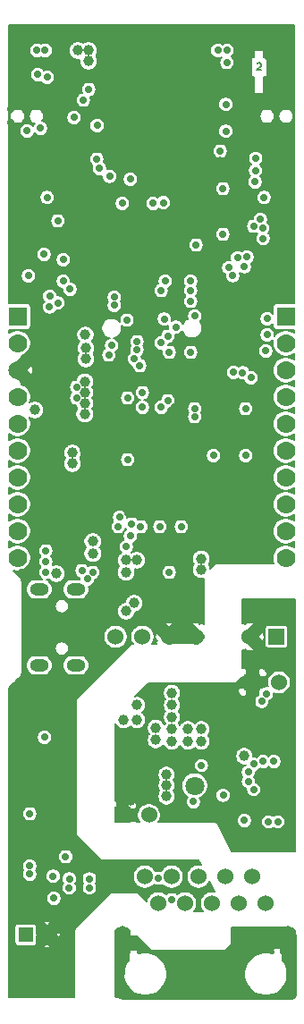
<source format=gbr>
G04 #@! TF.GenerationSoftware,KiCad,Pcbnew,5.1.6-c6e7f7d~87~ubuntu18.04.1*
G04 #@! TF.CreationDate,2021-09-16T13:53:06+03:00*
G04 #@! TF.ProjectId,ESP32-PoE-ISO_Rev_G,45535033-322d-4506-9f45-2d49534f5f52,G*
G04 #@! TF.SameCoordinates,Original*
G04 #@! TF.FileFunction,Copper,L2,Inr*
G04 #@! TF.FilePolarity,Positive*
%FSLAX46Y46*%
G04 Gerber Fmt 4.6, Leading zero omitted, Abs format (unit mm)*
G04 Created by KiCad (PCBNEW 5.1.6-c6e7f7d~87~ubuntu18.04.1) date 2021-09-16 13:53:06*
%MOMM*%
%LPD*%
G01*
G04 APERTURE LIST*
G04 #@! TA.AperFunction,NonConductor*
%ADD10C,0.158750*%
G04 #@! TD*
G04 #@! TA.AperFunction,ViaPad*
%ADD11C,1.300000*%
G04 #@! TD*
G04 #@! TA.AperFunction,ViaPad*
%ADD12C,2.000000*%
G04 #@! TD*
G04 #@! TA.AperFunction,ViaPad*
%ADD13C,1.524000*%
G04 #@! TD*
G04 #@! TA.AperFunction,ViaPad*
%ADD14R,1.524000X1.524000*%
G04 #@! TD*
G04 #@! TA.AperFunction,ViaPad*
%ADD15R,1.400000X1.400000*%
G04 #@! TD*
G04 #@! TA.AperFunction,ViaPad*
%ADD16C,1.400000*%
G04 #@! TD*
G04 #@! TA.AperFunction,ViaPad*
%ADD17C,1.778000*%
G04 #@! TD*
G04 #@! TA.AperFunction,ViaPad*
%ADD18R,1.778000X1.778000*%
G04 #@! TD*
G04 #@! TA.AperFunction,ViaPad*
%ADD19R,0.400000X0.400000*%
G04 #@! TD*
G04 #@! TA.AperFunction,ViaPad*
%ADD20R,1.422400X1.422400*%
G04 #@! TD*
G04 #@! TA.AperFunction,ViaPad*
%ADD21O,1.800000X1.200000*%
G04 #@! TD*
G04 #@! TA.AperFunction,ViaPad*
%ADD22O,1.600000X2.999999*%
G04 #@! TD*
G04 #@! TA.AperFunction,ViaPad*
%ADD23C,1.800000*%
G04 #@! TD*
G04 #@! TA.AperFunction,ViaPad*
%ADD24C,1.000000*%
G04 #@! TD*
G04 #@! TA.AperFunction,ViaPad*
%ADD25C,0.700000*%
G04 #@! TD*
G04 #@! TA.AperFunction,ViaPad*
%ADD26C,0.900000*%
G04 #@! TD*
G04 #@! TA.AperFunction,Conductor*
%ADD27C,1.270000*%
G04 #@! TD*
G04 #@! TA.AperFunction,Conductor*
%ADD28C,0.508000*%
G04 #@! TD*
G04 #@! TA.AperFunction,Conductor*
%ADD29C,1.016000*%
G04 #@! TD*
G04 #@! TA.AperFunction,Conductor*
%ADD30C,0.762000*%
G04 #@! TD*
G04 #@! TA.AperFunction,Conductor*
%ADD31C,0.127000*%
G04 #@! TD*
G04 #@! TA.AperFunction,Conductor*
%ADD32C,0.254000*%
G04 #@! TD*
G04 #@! TA.AperFunction,Conductor*
%ADD33C,0.203200*%
G04 #@! TD*
G04 APERTURE END LIST*
D10*
X114118571Y-99280738D02*
X114148809Y-99250500D01*
X114209285Y-99220261D01*
X114360476Y-99220261D01*
X114420952Y-99250500D01*
X114451190Y-99280738D01*
X114481428Y-99341214D01*
X114481428Y-99401690D01*
X114451190Y-99492404D01*
X114088333Y-99855261D01*
X114481428Y-99855261D01*
D11*
X104940000Y-104235000D03*
X101340000Y-104235000D03*
X103140000Y-106035000D03*
X103140000Y-102435000D03*
X104940000Y-102435000D03*
X101340000Y-102435000D03*
X104940000Y-106035000D03*
D12*
X103140000Y-104235000D03*
D11*
X101340000Y-106035000D03*
D13*
X113411000Y-153543000D03*
D14*
X115951000Y-153543000D03*
D13*
X108331000Y-153543000D03*
X105791000Y-153543000D03*
X100711000Y-153543000D03*
X103251000Y-153543000D03*
D15*
X92209620Y-181759860D03*
D16*
X94221300Y-181757320D03*
D13*
X103866000Y-170434000D03*
D14*
X101366000Y-170434000D03*
D17*
X116840000Y-146080000D03*
X116840000Y-143540000D03*
X116840000Y-138460000D03*
X116840000Y-141000000D03*
X116840000Y-135920000D03*
X116840000Y-133380000D03*
D18*
X116840000Y-123220000D03*
D17*
X116840000Y-125760000D03*
X116840000Y-128300000D03*
X116840000Y-130840000D03*
X91440000Y-130840000D03*
X91440000Y-128300000D03*
X91440000Y-125760000D03*
D18*
X91440000Y-123220000D03*
D17*
X91440000Y-133380000D03*
X91440000Y-135920000D03*
X91440000Y-141000000D03*
X91440000Y-138460000D03*
X91440000Y-143540000D03*
X91440000Y-146080000D03*
D19*
X106710000Y-137406000D03*
X106710000Y-136406000D03*
X105910000Y-135606000D03*
X104910000Y-135606000D03*
X104110000Y-136406000D03*
X104110000Y-137406000D03*
X104910000Y-138206000D03*
X105910000Y-138206000D03*
D20*
X105410000Y-136906000D03*
D21*
X93476000Y-149054000D03*
X96946000Y-149054000D03*
X96946000Y-156254000D03*
X93476000Y-156254000D03*
D22*
X117000000Y-182393000D03*
X101400000Y-182393000D03*
D13*
X114915000Y-178793000D03*
X113645000Y-176253000D03*
X112375000Y-178793000D03*
X111105000Y-176253000D03*
X109835000Y-178793000D03*
X108565000Y-176253000D03*
X107295000Y-178793000D03*
X106025000Y-176253000D03*
X104755000Y-178793000D03*
X103485000Y-176253000D03*
X116185000Y-157861000D03*
D14*
X113685000Y-157861000D03*
D23*
X108204000Y-167646000D03*
D24*
X93091000Y-132080000D03*
X95123000Y-147574000D03*
D25*
X92583000Y-176022000D03*
X92583000Y-175260000D03*
X92583000Y-170307000D03*
X94869000Y-178308000D03*
X94803014Y-176214986D03*
D24*
X102489000Y-107696002D03*
D25*
X97663000Y-112014000D03*
X91821000Y-147447000D03*
X99949000Y-133350000D03*
X97663000Y-135890000D03*
D26*
X106680000Y-146621500D03*
D24*
X107569000Y-147193000D03*
X110617000Y-109728000D03*
X110617000Y-108585000D03*
D25*
X114935000Y-105283000D03*
X116205000Y-105283000D03*
X114935000Y-103251000D03*
X116205000Y-103251000D03*
D24*
X107950000Y-106045000D03*
X109220000Y-104775000D03*
X107950000Y-103505000D03*
X109220000Y-102235000D03*
X110490000Y-100965000D03*
X107950000Y-100965000D03*
X105410000Y-100965000D03*
X102870000Y-100965000D03*
X109220000Y-99695000D03*
X106680000Y-99695000D03*
X104140000Y-99695000D03*
X101600000Y-99695000D03*
X100330000Y-100965000D03*
D25*
X117348000Y-112395000D03*
X117348000Y-111125000D03*
X117348000Y-109855000D03*
X117348000Y-108585000D03*
X117348000Y-107315000D03*
X117348000Y-106299000D03*
X117348000Y-105283000D03*
X117348000Y-103251000D03*
X117348000Y-102235000D03*
X117348000Y-100965000D03*
X117348000Y-99695000D03*
X117348000Y-98679000D03*
X97663000Y-115062000D03*
X97663000Y-114300000D03*
X97663000Y-113538000D03*
X114427000Y-96012000D03*
D24*
X109220000Y-97155000D03*
X106680000Y-97155000D03*
X104140000Y-97155000D03*
X101600000Y-97155000D03*
X99060000Y-96774000D03*
D25*
X93853000Y-96012000D03*
X113030000Y-96012000D03*
D24*
X110490000Y-96139000D03*
X107950000Y-96139000D03*
X105410000Y-96139000D03*
X102870000Y-96139000D03*
X100330000Y-96139000D03*
X97790000Y-96139000D03*
D25*
X102044500Y-116141500D03*
X100076000Y-116600350D03*
X97663000Y-112776000D03*
X97663000Y-111252000D03*
X115189000Y-98679000D03*
D24*
X109474000Y-108585000D03*
D25*
X95123000Y-96012000D03*
D24*
X96520000Y-96774000D03*
D25*
X108966000Y-139785743D03*
X108077000Y-139785743D03*
X109855000Y-139785743D03*
X90932000Y-121666000D03*
X90805000Y-103632000D03*
X90805000Y-104902000D03*
X114427000Y-96774000D03*
X93853000Y-96774000D03*
X92075000Y-100965000D03*
X92075000Y-100228400D03*
X97663000Y-122936000D03*
X99060000Y-138049000D03*
D24*
X98679000Y-135572500D03*
D25*
X95250000Y-161480500D03*
X101854000Y-141859000D03*
X110109000Y-131826000D03*
X114173000Y-140208000D03*
X114173000Y-138176000D03*
X115316000Y-145796000D03*
D24*
X111760000Y-142494000D03*
D25*
X91567000Y-157797496D03*
X93599000Y-160655000D03*
D24*
X96520000Y-163957000D03*
X95504000Y-170053000D03*
X95504000Y-169037000D03*
X96520000Y-170053000D03*
X96520000Y-169037000D03*
X96520000Y-171196000D03*
D25*
X93599000Y-159893000D03*
X93599000Y-161480500D03*
X94424500Y-161480500D03*
X98171000Y-154051000D03*
X98171000Y-154813000D03*
X97409000Y-154813000D03*
X96647000Y-154813000D03*
X93218000Y-184150000D03*
X91186000Y-184150000D03*
X92202000Y-184150000D03*
X94234000Y-184150000D03*
X93853000Y-177673000D03*
X92964000Y-178562000D03*
X93853000Y-178562000D03*
D24*
X96520000Y-168021000D03*
X95504000Y-168021000D03*
X95504000Y-167005000D03*
X95504000Y-165989000D03*
X95504000Y-164973000D03*
X96520000Y-164973000D03*
X106553000Y-150749000D03*
X106553000Y-151892000D03*
D25*
X105664000Y-150749000D03*
D24*
X107061000Y-153543000D03*
D25*
X93853000Y-103378000D03*
X96393000Y-180594000D03*
X96646988Y-119507000D03*
X96774000Y-179451000D03*
X106299000Y-131826000D03*
X101340570Y-141256510D03*
X94477435Y-121303850D03*
X93599000Y-105410000D03*
D24*
X96647000Y-137160000D03*
X96647000Y-136144000D03*
D25*
X114688913Y-115843128D03*
X110871000Y-115442996D03*
X110871000Y-111125000D03*
X97663000Y-102743000D03*
X98171000Y-101726988D03*
X94107000Y-147447000D03*
D24*
X98171000Y-99060000D03*
D25*
X102743000Y-126365000D03*
X102743000Y-125603000D03*
D24*
X98171000Y-98044000D03*
D25*
X94043500Y-98044000D03*
D24*
X97155000Y-98044000D03*
D25*
X93281500Y-98044000D03*
X100584000Y-122174000D03*
X100584000Y-121412000D03*
X105410000Y-119888000D03*
X107823000Y-120777000D03*
X107823000Y-119888000D03*
X97028000Y-130937000D03*
X97028000Y-129921000D03*
D24*
X97917000Y-126238000D03*
X97917000Y-127254000D03*
X97790000Y-132461000D03*
X97790000Y-131445000D03*
X97790000Y-130429000D03*
X97790000Y-129413000D03*
X108839000Y-147193000D03*
X108839000Y-146177000D03*
D25*
X104902000Y-143129000D03*
X105791000Y-147447000D03*
X93980000Y-163067994D03*
X103091479Y-143129000D03*
X106934000Y-143129000D03*
X95979490Y-174371000D03*
X100141480Y-109960758D03*
X101727000Y-145034000D03*
X94107000Y-146431000D03*
X92329000Y-105664000D03*
X93345000Y-100330000D03*
X96393000Y-120650000D03*
X111155990Y-105692601D03*
X95758000Y-119887986D03*
X99187000Y-109219994D03*
X102235000Y-142875000D03*
X94107000Y-145415000D03*
X111252000Y-99187000D03*
X111155990Y-103152601D03*
X94234000Y-100584000D03*
X105332150Y-123474968D03*
X108204000Y-123190000D03*
X95250000Y-114173000D03*
X111252000Y-98044000D03*
X106410622Y-124236990D03*
X114759018Y-111965009D03*
X94466418Y-122311477D03*
X115062000Y-124968000D03*
X102480368Y-127243213D03*
X107823000Y-126619000D03*
X108331000Y-116459000D03*
X95758000Y-117856000D03*
X93929098Y-117348014D03*
X107823000Y-121793000D03*
X112259169Y-117673446D03*
X111800119Y-119360801D03*
X105029000Y-120777000D03*
X112903011Y-118514828D03*
X111887000Y-128523990D03*
X94234000Y-111965000D03*
X105226229Y-112447424D03*
X113157000Y-117602000D03*
X112747155Y-128552845D03*
X105791000Y-126619000D03*
X113918984Y-110490016D03*
X105029000Y-125730000D03*
X113538000Y-129032000D03*
X110617000Y-107569000D03*
X97536000Y-147279360D03*
X98044000Y-148082000D03*
X98552000Y-147447000D03*
X102108000Y-144018000D03*
X108204000Y-132715000D03*
X108204000Y-131953000D03*
X104267000Y-112522000D03*
X101346000Y-112522000D03*
X98963958Y-105156000D03*
X98933000Y-108331000D03*
D24*
X102108000Y-167005000D03*
X102108000Y-165989000D03*
X117284500Y-171450000D03*
X117284500Y-172466000D03*
D25*
X113030000Y-159512000D03*
X113087477Y-160254190D03*
X109855000Y-158496000D03*
D24*
X108839000Y-158496000D03*
X108839000Y-160782000D03*
X108839000Y-159639000D03*
D25*
X109855000Y-159258000D03*
X109855000Y-160020000D03*
X109855000Y-160782000D03*
D24*
X107696000Y-159639000D03*
X107696000Y-160782000D03*
X107696000Y-158496000D03*
D25*
X101092000Y-167767000D03*
X101092000Y-168529000D03*
X101092000Y-169291000D03*
D24*
X102108000Y-168021000D03*
X102108000Y-169037000D03*
X102489000Y-150368000D03*
X101727000Y-151130000D03*
X102743000Y-146304000D03*
X101727000Y-146304000D03*
X101727000Y-147447000D03*
X98552000Y-145669000D03*
X98552000Y-144526000D03*
D25*
X112903000Y-170942000D03*
X108839000Y-165735000D03*
D24*
X108839000Y-163449000D03*
X108839000Y-162306000D03*
D25*
X115011196Y-158927796D03*
X115189000Y-171069000D03*
X116078000Y-171069000D03*
X113284000Y-167259000D03*
X113284000Y-166370000D03*
X113792000Y-165608000D03*
X113792000Y-168021002D03*
X114681000Y-165354000D03*
X115697000Y-165354000D03*
X114622118Y-114876118D03*
X113792000Y-114681000D03*
X110393990Y-98044000D03*
X101790500Y-123571000D03*
X100330005Y-125984000D03*
X100076000Y-126873000D03*
X113030000Y-131953000D03*
X113030000Y-136398000D03*
X102997000Y-127889000D03*
X103250997Y-130428997D03*
X105029000Y-131826000D03*
X103251000Y-131826000D03*
X109981990Y-136398000D03*
X102108008Y-110236000D03*
X113982500Y-108250103D03*
X95250000Y-121950986D03*
X115062000Y-123444000D03*
X105664000Y-125095000D03*
X114427000Y-114046000D03*
X96774000Y-104394000D03*
X105664000Y-131191000D03*
X101854000Y-130937000D03*
X113967984Y-109425000D03*
X114935000Y-126492000D03*
X101854000Y-136779000D03*
X111441342Y-118615666D03*
X100965006Y-143129000D03*
X98234500Y-177293513D03*
X104775000Y-176402960D03*
X98234500Y-176466500D03*
X106044996Y-178435000D03*
X96329499Y-177294710D03*
X96330699Y-176467699D03*
D24*
X114935000Y-181483000D03*
X101092000Y-185420000D03*
X101092000Y-187325000D03*
X102870000Y-182880000D03*
X114935000Y-182880000D03*
X113538000Y-182880000D03*
X112395000Y-185420000D03*
X111125000Y-184150000D03*
X109855000Y-185420000D03*
X117387990Y-185420000D03*
X117387990Y-187387990D03*
X111125000Y-186690000D03*
X108585000Y-186690000D03*
X108585000Y-184150000D03*
X107315000Y-185420000D03*
X106045000Y-186690000D03*
X106045000Y-184150000D03*
D25*
X101092000Y-142240000D03*
D24*
X97853500Y-124968000D03*
D25*
X92456000Y-119380000D03*
D24*
X102743000Y-161417000D03*
X102743000Y-160020000D03*
X104521000Y-162179000D03*
X104521000Y-163322000D03*
X106045000Y-162306000D03*
X106045000Y-163449000D03*
X106045000Y-158877000D03*
X106045000Y-160020000D03*
X106045000Y-161163000D03*
X101473000Y-161417000D03*
D25*
X114565912Y-159674791D03*
X110892970Y-168552724D03*
D24*
X112903000Y-164846000D03*
X107569000Y-163449000D03*
X107569000Y-162306000D03*
X105537000Y-166624000D03*
X105537000Y-167640000D03*
X105537000Y-168656000D03*
D25*
X108077000Y-169164000D03*
D27*
X108331000Y-153543000D02*
X107061000Y-153543000D01*
X105791000Y-153543000D02*
X107061000Y-153543000D01*
D28*
X117387990Y-187387990D02*
X117133990Y-187641990D01*
X117133990Y-187641990D02*
X101408990Y-187641990D01*
X101408990Y-187641990D02*
X101092000Y-187325000D01*
D29*
X101092000Y-181746042D02*
X101350521Y-181487521D01*
X101092000Y-185420000D02*
X101092000Y-181746042D01*
X117387990Y-181903990D02*
X116967000Y-181483000D01*
X117387990Y-185420000D02*
X117387990Y-181903990D01*
X117387990Y-185420000D02*
X117387990Y-187387990D01*
X114935000Y-181483000D02*
X116967000Y-181483000D01*
D30*
X101473000Y-182880000D02*
X101346000Y-182880000D01*
X102870000Y-182880000D02*
X101473000Y-182880000D01*
D31*
G36*
X117654701Y-121960918D02*
G01*
X115951000Y-121960918D01*
X115878801Y-121968029D01*
X115809376Y-121989089D01*
X115745393Y-122023288D01*
X115689313Y-122069313D01*
X115643288Y-122125393D01*
X115609089Y-122189376D01*
X115588029Y-122258801D01*
X115580918Y-122331000D01*
X115580918Y-122947088D01*
X115519890Y-122886060D01*
X115402243Y-122807450D01*
X115271521Y-122753303D01*
X115132746Y-122725700D01*
X114991254Y-122725700D01*
X114852479Y-122753303D01*
X114721757Y-122807450D01*
X114604110Y-122886060D01*
X114504060Y-122986110D01*
X114425450Y-123103757D01*
X114371303Y-123234479D01*
X114343700Y-123373254D01*
X114343700Y-123514746D01*
X114371303Y-123653521D01*
X114425450Y-123784243D01*
X114504060Y-123901890D01*
X114604110Y-124001940D01*
X114721757Y-124080550D01*
X114852479Y-124134697D01*
X114991254Y-124162300D01*
X115132746Y-124162300D01*
X115271521Y-124134697D01*
X115402243Y-124080550D01*
X115519890Y-124001940D01*
X115580918Y-123940912D01*
X115580918Y-124109000D01*
X115588029Y-124181199D01*
X115609089Y-124250624D01*
X115643288Y-124314607D01*
X115689313Y-124370687D01*
X115745393Y-124416712D01*
X115809376Y-124450911D01*
X115878801Y-124471971D01*
X115951000Y-124479082D01*
X117654701Y-124479082D01*
X117654701Y-124796610D01*
X117641482Y-124783391D01*
X117435555Y-124645795D01*
X117206741Y-124551017D01*
X116963833Y-124502700D01*
X116716167Y-124502700D01*
X116473259Y-124551017D01*
X116244445Y-124645795D01*
X116038518Y-124783391D01*
X115863391Y-124958518D01*
X115767803Y-125101576D01*
X115780300Y-125038746D01*
X115780300Y-124897254D01*
X115752697Y-124758479D01*
X115698550Y-124627757D01*
X115619940Y-124510110D01*
X115519890Y-124410060D01*
X115402243Y-124331450D01*
X115271521Y-124277303D01*
X115132746Y-124249700D01*
X114991254Y-124249700D01*
X114852479Y-124277303D01*
X114721757Y-124331450D01*
X114604110Y-124410060D01*
X114504060Y-124510110D01*
X114425450Y-124627757D01*
X114371303Y-124758479D01*
X114343700Y-124897254D01*
X114343700Y-125038746D01*
X114371303Y-125177521D01*
X114425450Y-125308243D01*
X114504060Y-125425890D01*
X114604110Y-125525940D01*
X114721757Y-125604550D01*
X114852479Y-125658697D01*
X114991254Y-125686300D01*
X115132746Y-125686300D01*
X115271521Y-125658697D01*
X115402243Y-125604550D01*
X115519890Y-125525940D01*
X115619940Y-125425890D01*
X115626470Y-125416117D01*
X115582700Y-125636167D01*
X115582700Y-125883833D01*
X115631017Y-126126741D01*
X115725795Y-126355555D01*
X115863391Y-126561482D01*
X116038518Y-126736609D01*
X116244445Y-126874205D01*
X116473259Y-126968983D01*
X116716167Y-127017300D01*
X116963833Y-127017300D01*
X117206741Y-126968983D01*
X117435555Y-126874205D01*
X117641482Y-126736609D01*
X117654701Y-126723390D01*
X117654701Y-127336610D01*
X117641482Y-127323391D01*
X117435555Y-127185795D01*
X117206741Y-127091017D01*
X116963833Y-127042700D01*
X116716167Y-127042700D01*
X116473259Y-127091017D01*
X116244445Y-127185795D01*
X116038518Y-127323391D01*
X115863391Y-127498518D01*
X115725795Y-127704445D01*
X115631017Y-127933259D01*
X115582700Y-128176167D01*
X115582700Y-128423833D01*
X115631017Y-128666741D01*
X115725795Y-128895555D01*
X115863391Y-129101482D01*
X116038518Y-129276609D01*
X116244445Y-129414205D01*
X116473259Y-129508983D01*
X116716167Y-129557300D01*
X116963833Y-129557300D01*
X117206741Y-129508983D01*
X117435555Y-129414205D01*
X117641482Y-129276609D01*
X117654701Y-129263390D01*
X117654701Y-129876610D01*
X117641482Y-129863391D01*
X117435555Y-129725795D01*
X117206741Y-129631017D01*
X116963833Y-129582700D01*
X116716167Y-129582700D01*
X116473259Y-129631017D01*
X116244445Y-129725795D01*
X116038518Y-129863391D01*
X115863391Y-130038518D01*
X115725795Y-130244445D01*
X115631017Y-130473259D01*
X115582700Y-130716167D01*
X115582700Y-130963833D01*
X115631017Y-131206741D01*
X115725795Y-131435555D01*
X115863391Y-131641482D01*
X116038518Y-131816609D01*
X116244445Y-131954205D01*
X116473259Y-132048983D01*
X116716167Y-132097300D01*
X116963833Y-132097300D01*
X117206741Y-132048983D01*
X117435555Y-131954205D01*
X117641482Y-131816609D01*
X117654701Y-131803390D01*
X117654701Y-132416610D01*
X117641482Y-132403391D01*
X117435555Y-132265795D01*
X117206741Y-132171017D01*
X116963833Y-132122700D01*
X116716167Y-132122700D01*
X116473259Y-132171017D01*
X116244445Y-132265795D01*
X116038518Y-132403391D01*
X115863391Y-132578518D01*
X115725795Y-132784445D01*
X115631017Y-133013259D01*
X115582700Y-133256167D01*
X115582700Y-133503833D01*
X115631017Y-133746741D01*
X115725795Y-133975555D01*
X115863391Y-134181482D01*
X116038518Y-134356609D01*
X116244445Y-134494205D01*
X116473259Y-134588983D01*
X116716167Y-134637300D01*
X116963833Y-134637300D01*
X117206741Y-134588983D01*
X117435555Y-134494205D01*
X117641482Y-134356609D01*
X117654701Y-134343390D01*
X117654701Y-134956610D01*
X117641482Y-134943391D01*
X117435555Y-134805795D01*
X117206741Y-134711017D01*
X116963833Y-134662700D01*
X116716167Y-134662700D01*
X116473259Y-134711017D01*
X116244445Y-134805795D01*
X116038518Y-134943391D01*
X115863391Y-135118518D01*
X115725795Y-135324445D01*
X115631017Y-135553259D01*
X115582700Y-135796167D01*
X115582700Y-136043833D01*
X115631017Y-136286741D01*
X115725795Y-136515555D01*
X115863391Y-136721482D01*
X116038518Y-136896609D01*
X116244445Y-137034205D01*
X116473259Y-137128983D01*
X116716167Y-137177300D01*
X116963833Y-137177300D01*
X117206741Y-137128983D01*
X117435555Y-137034205D01*
X117641482Y-136896609D01*
X117654701Y-136883390D01*
X117654701Y-137496610D01*
X117641482Y-137483391D01*
X117435555Y-137345795D01*
X117206741Y-137251017D01*
X116963833Y-137202700D01*
X116716167Y-137202700D01*
X116473259Y-137251017D01*
X116244445Y-137345795D01*
X116038518Y-137483391D01*
X115863391Y-137658518D01*
X115725795Y-137864445D01*
X115631017Y-138093259D01*
X115582700Y-138336167D01*
X115582700Y-138583833D01*
X115631017Y-138826741D01*
X115725795Y-139055555D01*
X115863391Y-139261482D01*
X116038518Y-139436609D01*
X116244445Y-139574205D01*
X116473259Y-139668983D01*
X116716167Y-139717300D01*
X116963833Y-139717300D01*
X117206741Y-139668983D01*
X117435555Y-139574205D01*
X117641482Y-139436609D01*
X117654701Y-139423390D01*
X117654701Y-140036610D01*
X117641482Y-140023391D01*
X117435555Y-139885795D01*
X117206741Y-139791017D01*
X116963833Y-139742700D01*
X116716167Y-139742700D01*
X116473259Y-139791017D01*
X116244445Y-139885795D01*
X116038518Y-140023391D01*
X115863391Y-140198518D01*
X115725795Y-140404445D01*
X115631017Y-140633259D01*
X115582700Y-140876167D01*
X115582700Y-141123833D01*
X115631017Y-141366741D01*
X115725795Y-141595555D01*
X115863391Y-141801482D01*
X116038518Y-141976609D01*
X116244445Y-142114205D01*
X116473259Y-142208983D01*
X116716167Y-142257300D01*
X116963833Y-142257300D01*
X117206741Y-142208983D01*
X117435555Y-142114205D01*
X117641482Y-141976609D01*
X117654700Y-141963391D01*
X117654700Y-142576609D01*
X117641482Y-142563391D01*
X117435555Y-142425795D01*
X117206741Y-142331017D01*
X116963833Y-142282700D01*
X116716167Y-142282700D01*
X116473259Y-142331017D01*
X116244445Y-142425795D01*
X116038518Y-142563391D01*
X115863391Y-142738518D01*
X115725795Y-142944445D01*
X115631017Y-143173259D01*
X115582700Y-143416167D01*
X115582700Y-143663833D01*
X115631017Y-143906741D01*
X115725795Y-144135555D01*
X115863391Y-144341482D01*
X116038518Y-144516609D01*
X116244445Y-144654205D01*
X116473259Y-144748983D01*
X116716167Y-144797300D01*
X116963833Y-144797300D01*
X117206741Y-144748983D01*
X117435555Y-144654205D01*
X117641482Y-144516609D01*
X117654700Y-144503391D01*
X117654700Y-145116609D01*
X117641482Y-145103391D01*
X117435555Y-144965795D01*
X117206741Y-144871017D01*
X116963833Y-144822700D01*
X116716167Y-144822700D01*
X116473259Y-144871017D01*
X116244445Y-144965795D01*
X116038518Y-145103391D01*
X115863391Y-145278518D01*
X115725795Y-145484445D01*
X115631017Y-145713259D01*
X115582700Y-145956167D01*
X115582700Y-146203833D01*
X115631017Y-146446741D01*
X115703405Y-146621500D01*
X110236000Y-146621500D01*
X110223612Y-146622720D01*
X110211700Y-146626334D01*
X110200721Y-146632202D01*
X110191099Y-146640099D01*
X109707300Y-147123898D01*
X109707300Y-147107480D01*
X109673931Y-146939726D01*
X109608477Y-146781706D01*
X109543860Y-146685000D01*
X109608477Y-146588294D01*
X109673931Y-146430274D01*
X109707300Y-146262520D01*
X109707300Y-146091480D01*
X109673931Y-145923726D01*
X109608477Y-145765706D01*
X109513452Y-145623491D01*
X109392509Y-145502548D01*
X109250294Y-145407523D01*
X109092274Y-145342069D01*
X108924520Y-145308700D01*
X108753480Y-145308700D01*
X108585726Y-145342069D01*
X108427706Y-145407523D01*
X108285491Y-145502548D01*
X108164548Y-145623491D01*
X108069523Y-145765706D01*
X108004069Y-145923726D01*
X107970700Y-146091480D01*
X107970700Y-146262520D01*
X108004069Y-146430274D01*
X108069523Y-146588294D01*
X108134140Y-146685000D01*
X108069523Y-146781706D01*
X108004069Y-146939726D01*
X107970700Y-147107480D01*
X107970700Y-147278520D01*
X108004069Y-147446274D01*
X108069523Y-147604294D01*
X108164548Y-147746509D01*
X108285491Y-147867452D01*
X108427706Y-147962477D01*
X108585726Y-148027931D01*
X108753480Y-148061300D01*
X108924520Y-148061300D01*
X109054900Y-148035365D01*
X109054900Y-152372356D01*
X108874159Y-152191615D01*
X108670656Y-152395118D01*
X108581022Y-152226581D01*
X108319397Y-152203098D01*
X108080978Y-152226581D01*
X107991343Y-152395120D01*
X108331000Y-152734777D01*
X108345143Y-152720635D01*
X109054900Y-153430392D01*
X109054900Y-153655608D01*
X108469008Y-154241500D01*
X108192992Y-154241500D01*
X107508635Y-153557143D01*
X107522777Y-153543000D01*
X107183120Y-153203343D01*
X107061000Y-153268291D01*
X106938880Y-153203343D01*
X106599223Y-153543000D01*
X106613366Y-153557143D01*
X105929008Y-154241500D01*
X105652992Y-154241500D01*
X104968635Y-153557143D01*
X104982777Y-153543000D01*
X104643120Y-153203343D01*
X104474581Y-153292978D01*
X104451098Y-153554603D01*
X104474581Y-153793022D01*
X104643118Y-153882656D01*
X104439615Y-154086159D01*
X104594956Y-154241500D01*
X104143677Y-154241500D01*
X104252659Y-154078398D01*
X104337863Y-153872696D01*
X104381300Y-153654325D01*
X104381300Y-153431675D01*
X104337863Y-153213304D01*
X104252659Y-153007602D01*
X104128961Y-152822476D01*
X103971524Y-152665039D01*
X103786398Y-152541341D01*
X103580696Y-152456137D01*
X103362325Y-152412700D01*
X103139675Y-152412700D01*
X102921304Y-152456137D01*
X102715602Y-152541341D01*
X102530476Y-152665039D01*
X102373039Y-152822476D01*
X102249341Y-153007602D01*
X102164137Y-153213304D01*
X102120700Y-153431675D01*
X102120700Y-153654325D01*
X102164137Y-153872696D01*
X102249341Y-154078398D01*
X102358323Y-154241500D01*
X102235000Y-154241500D01*
X102222612Y-154242720D01*
X102210700Y-154246334D01*
X102199721Y-154252202D01*
X102190099Y-154260099D01*
X96995799Y-159454399D01*
X96987902Y-159464021D01*
X96982034Y-159475000D01*
X96978420Y-159486912D01*
X96977200Y-159499300D01*
X96977200Y-172326300D01*
X96978559Y-172339368D01*
X96982303Y-172351240D01*
X96988290Y-172362154D01*
X96996292Y-172371689D01*
X99345792Y-174670389D01*
X99354921Y-174677798D01*
X99365900Y-174683666D01*
X99377812Y-174687280D01*
X99390200Y-174688500D01*
X108596668Y-174688500D01*
X108830613Y-175153390D01*
X108676325Y-175122700D01*
X108453675Y-175122700D01*
X108235304Y-175166137D01*
X108029602Y-175251341D01*
X107844476Y-175375039D01*
X107687039Y-175532476D01*
X107563341Y-175717602D01*
X107478137Y-175923304D01*
X107434700Y-176141675D01*
X107434700Y-176364325D01*
X107478137Y-176582696D01*
X107563341Y-176788398D01*
X107687039Y-176973524D01*
X107844476Y-177130961D01*
X108029602Y-177254659D01*
X108235304Y-177339863D01*
X108453675Y-177383300D01*
X108676325Y-177383300D01*
X108894696Y-177339863D01*
X109100398Y-177254659D01*
X109285524Y-177130961D01*
X109442961Y-176973524D01*
X109566659Y-176788398D01*
X109605817Y-176693861D01*
X110109717Y-177695201D01*
X109946325Y-177662700D01*
X109723675Y-177662700D01*
X109505304Y-177706137D01*
X109299602Y-177791341D01*
X109114476Y-177915039D01*
X108957039Y-178072476D01*
X108833341Y-178257602D01*
X108748137Y-178463304D01*
X108704700Y-178681675D01*
X108704700Y-178904325D01*
X108748137Y-179122696D01*
X108833341Y-179328398D01*
X108957039Y-179513524D01*
X108958015Y-179514500D01*
X108171985Y-179514500D01*
X108172961Y-179513524D01*
X108296659Y-179328398D01*
X108381863Y-179122696D01*
X108425300Y-178904325D01*
X108425300Y-178681675D01*
X108381863Y-178463304D01*
X108296659Y-178257602D01*
X108172961Y-178072476D01*
X108015524Y-177915039D01*
X107830398Y-177791341D01*
X107624696Y-177706137D01*
X107406325Y-177662700D01*
X107183675Y-177662700D01*
X106965304Y-177706137D01*
X106759602Y-177791341D01*
X106574476Y-177915039D01*
X106557671Y-177931845D01*
X106502886Y-177877060D01*
X106385239Y-177798450D01*
X106254517Y-177744303D01*
X106115742Y-177716700D01*
X105974250Y-177716700D01*
X105835475Y-177744303D01*
X105704753Y-177798450D01*
X105587106Y-177877060D01*
X105512326Y-177951841D01*
X105475524Y-177915039D01*
X105290398Y-177791341D01*
X105084696Y-177706137D01*
X104866325Y-177662700D01*
X104643675Y-177662700D01*
X104425304Y-177706137D01*
X104219602Y-177791341D01*
X104034476Y-177915039D01*
X103877039Y-178072476D01*
X103753341Y-178257602D01*
X103668137Y-178463304D01*
X103639595Y-178606793D01*
X102787901Y-177755099D01*
X102778279Y-177747202D01*
X102767300Y-177741334D01*
X102755388Y-177737720D01*
X102743000Y-177736500D01*
X100330000Y-177736500D01*
X100317612Y-177737720D01*
X100305700Y-177741334D01*
X100294721Y-177747202D01*
X100285099Y-177755099D01*
X96856099Y-181184099D01*
X96848202Y-181193721D01*
X96842334Y-181204700D01*
X96838720Y-181216612D01*
X96837500Y-181229000D01*
X96837500Y-187654700D01*
X90645300Y-187654700D01*
X90645300Y-182854651D01*
X93932192Y-182854651D01*
X94011986Y-183017710D01*
X94261898Y-183034327D01*
X94430614Y-183017710D01*
X94510408Y-182854651D01*
X94221300Y-182565543D01*
X93932192Y-182854651D01*
X90645300Y-182854651D01*
X90645300Y-181059860D01*
X91139538Y-181059860D01*
X91139538Y-182459860D01*
X91146649Y-182532059D01*
X91167709Y-182601484D01*
X91201908Y-182665467D01*
X91247933Y-182721547D01*
X91304013Y-182767572D01*
X91367996Y-182801771D01*
X91437421Y-182822831D01*
X91509620Y-182829942D01*
X92909620Y-182829942D01*
X92981819Y-182822831D01*
X93051244Y-182801771D01*
X93115227Y-182767572D01*
X93171307Y-182721547D01*
X93217332Y-182665467D01*
X93251531Y-182601484D01*
X93272591Y-182532059D01*
X93279702Y-182459860D01*
X93279702Y-181890695D01*
X93413077Y-181757320D01*
X95029523Y-181757320D01*
X95318631Y-182046428D01*
X95481690Y-181966634D01*
X95498307Y-181716722D01*
X95481690Y-181548006D01*
X95318631Y-181468212D01*
X95029523Y-181757320D01*
X93413077Y-181757320D01*
X93279702Y-181623945D01*
X93279702Y-181059860D01*
X93272591Y-180987661D01*
X93251531Y-180918236D01*
X93217332Y-180854253D01*
X93171307Y-180798173D01*
X93115227Y-180752148D01*
X93051244Y-180717949D01*
X92981819Y-180696889D01*
X92909620Y-180689778D01*
X91509620Y-180689778D01*
X91437421Y-180696889D01*
X91367996Y-180717949D01*
X91304013Y-180752148D01*
X91247933Y-180798173D01*
X91201908Y-180854253D01*
X91167709Y-180918236D01*
X91146649Y-180987661D01*
X91139538Y-181059860D01*
X90645300Y-181059860D01*
X90645300Y-180659989D01*
X93932192Y-180659989D01*
X94221300Y-180949097D01*
X94510408Y-180659989D01*
X94430614Y-180496930D01*
X94180702Y-180480313D01*
X94011986Y-180496930D01*
X93932192Y-180659989D01*
X90645300Y-180659989D01*
X90645300Y-178237254D01*
X94150700Y-178237254D01*
X94150700Y-178378746D01*
X94178303Y-178517521D01*
X94232450Y-178648243D01*
X94311060Y-178765890D01*
X94411110Y-178865940D01*
X94528757Y-178944550D01*
X94659479Y-178998697D01*
X94798254Y-179026300D01*
X94939746Y-179026300D01*
X95078521Y-178998697D01*
X95209243Y-178944550D01*
X95326890Y-178865940D01*
X95426940Y-178765890D01*
X95505550Y-178648243D01*
X95559697Y-178517521D01*
X95587300Y-178378746D01*
X95587300Y-178237254D01*
X95559697Y-178098479D01*
X95505550Y-177967757D01*
X95426940Y-177850110D01*
X95326890Y-177750060D01*
X95209243Y-177671450D01*
X95078521Y-177617303D01*
X94939746Y-177589700D01*
X94798254Y-177589700D01*
X94659479Y-177617303D01*
X94528757Y-177671450D01*
X94411110Y-177750060D01*
X94311060Y-177850110D01*
X94232450Y-177967757D01*
X94178303Y-178098479D01*
X94150700Y-178237254D01*
X90645300Y-178237254D01*
X90645300Y-177223964D01*
X95611199Y-177223964D01*
X95611199Y-177365456D01*
X95638802Y-177504231D01*
X95692949Y-177634953D01*
X95771559Y-177752600D01*
X95871609Y-177852650D01*
X95989256Y-177931260D01*
X96119978Y-177985407D01*
X96258753Y-178013010D01*
X96400245Y-178013010D01*
X96539020Y-177985407D01*
X96669742Y-177931260D01*
X96787389Y-177852650D01*
X96887439Y-177752600D01*
X96966049Y-177634953D01*
X97020196Y-177504231D01*
X97047799Y-177365456D01*
X97047799Y-177223964D01*
X97020196Y-177085189D01*
X96966049Y-176954467D01*
X96917696Y-176882102D01*
X96967249Y-176807942D01*
X97021396Y-176677220D01*
X97048999Y-176538445D01*
X97048999Y-176396953D01*
X97048761Y-176395754D01*
X97516200Y-176395754D01*
X97516200Y-176537246D01*
X97543803Y-176676021D01*
X97597950Y-176806743D01*
X97646904Y-176880007D01*
X97597950Y-176953270D01*
X97543803Y-177083992D01*
X97516200Y-177222767D01*
X97516200Y-177364259D01*
X97543803Y-177503034D01*
X97597950Y-177633756D01*
X97676560Y-177751403D01*
X97776610Y-177851453D01*
X97894257Y-177930063D01*
X98024979Y-177984210D01*
X98163754Y-178011813D01*
X98305246Y-178011813D01*
X98444021Y-177984210D01*
X98574743Y-177930063D01*
X98692390Y-177851453D01*
X98792440Y-177751403D01*
X98871050Y-177633756D01*
X98925197Y-177503034D01*
X98952800Y-177364259D01*
X98952800Y-177222767D01*
X98925197Y-177083992D01*
X98871050Y-176953270D01*
X98822096Y-176880007D01*
X98871050Y-176806743D01*
X98925197Y-176676021D01*
X98952800Y-176537246D01*
X98952800Y-176395754D01*
X98925197Y-176256979D01*
X98877437Y-176141675D01*
X102354700Y-176141675D01*
X102354700Y-176364325D01*
X102398137Y-176582696D01*
X102483341Y-176788398D01*
X102607039Y-176973524D01*
X102764476Y-177130961D01*
X102949602Y-177254659D01*
X103155304Y-177339863D01*
X103373675Y-177383300D01*
X103596325Y-177383300D01*
X103814696Y-177339863D01*
X104020398Y-177254659D01*
X104205524Y-177130961D01*
X104352163Y-176984322D01*
X104434757Y-177039510D01*
X104565479Y-177093657D01*
X104704254Y-177121260D01*
X104845746Y-177121260D01*
X104984521Y-177093657D01*
X105115243Y-177039510D01*
X105173859Y-177000344D01*
X105304476Y-177130961D01*
X105489602Y-177254659D01*
X105695304Y-177339863D01*
X105913675Y-177383300D01*
X106136325Y-177383300D01*
X106354696Y-177339863D01*
X106560398Y-177254659D01*
X106745524Y-177130961D01*
X106902961Y-176973524D01*
X107026659Y-176788398D01*
X107111863Y-176582696D01*
X107155300Y-176364325D01*
X107155300Y-176141675D01*
X107111863Y-175923304D01*
X107026659Y-175717602D01*
X106902961Y-175532476D01*
X106745524Y-175375039D01*
X106560398Y-175251341D01*
X106354696Y-175166137D01*
X106136325Y-175122700D01*
X105913675Y-175122700D01*
X105695304Y-175166137D01*
X105489602Y-175251341D01*
X105304476Y-175375039D01*
X105147039Y-175532476D01*
X105023341Y-175717602D01*
X105019544Y-175726770D01*
X104984521Y-175712263D01*
X104845746Y-175684660D01*
X104704254Y-175684660D01*
X104565479Y-175712263D01*
X104496314Y-175740912D01*
X104486659Y-175717602D01*
X104362961Y-175532476D01*
X104205524Y-175375039D01*
X104020398Y-175251341D01*
X103814696Y-175166137D01*
X103596325Y-175122700D01*
X103373675Y-175122700D01*
X103155304Y-175166137D01*
X102949602Y-175251341D01*
X102764476Y-175375039D01*
X102607039Y-175532476D01*
X102483341Y-175717602D01*
X102398137Y-175923304D01*
X102354700Y-176141675D01*
X98877437Y-176141675D01*
X98871050Y-176126257D01*
X98792440Y-176008610D01*
X98692390Y-175908560D01*
X98574743Y-175829950D01*
X98444021Y-175775803D01*
X98305246Y-175748200D01*
X98163754Y-175748200D01*
X98024979Y-175775803D01*
X97894257Y-175829950D01*
X97776610Y-175908560D01*
X97676560Y-176008610D01*
X97597950Y-176126257D01*
X97543803Y-176256979D01*
X97516200Y-176395754D01*
X97048761Y-176395754D01*
X97021396Y-176258178D01*
X96967249Y-176127456D01*
X96888639Y-176009809D01*
X96788589Y-175909759D01*
X96670942Y-175831149D01*
X96540220Y-175777002D01*
X96401445Y-175749399D01*
X96259953Y-175749399D01*
X96121178Y-175777002D01*
X95990456Y-175831149D01*
X95872809Y-175909759D01*
X95772759Y-176009809D01*
X95694149Y-176127456D01*
X95640002Y-176258178D01*
X95612399Y-176396953D01*
X95612399Y-176538445D01*
X95640002Y-176677220D01*
X95694149Y-176807942D01*
X95742502Y-176880307D01*
X95692949Y-176954467D01*
X95638802Y-177085189D01*
X95611199Y-177223964D01*
X90645300Y-177223964D01*
X90645300Y-175189254D01*
X91864700Y-175189254D01*
X91864700Y-175330746D01*
X91892303Y-175469521D01*
X91946450Y-175600243D01*
X91973683Y-175641000D01*
X91946450Y-175681757D01*
X91892303Y-175812479D01*
X91864700Y-175951254D01*
X91864700Y-176092746D01*
X91892303Y-176231521D01*
X91946450Y-176362243D01*
X92025060Y-176479890D01*
X92125110Y-176579940D01*
X92242757Y-176658550D01*
X92373479Y-176712697D01*
X92512254Y-176740300D01*
X92653746Y-176740300D01*
X92792521Y-176712697D01*
X92923243Y-176658550D01*
X93040890Y-176579940D01*
X93140940Y-176479890D01*
X93219550Y-176362243D01*
X93273697Y-176231521D01*
X93291057Y-176144240D01*
X94084714Y-176144240D01*
X94084714Y-176285732D01*
X94112317Y-176424507D01*
X94166464Y-176555229D01*
X94245074Y-176672876D01*
X94345124Y-176772926D01*
X94462771Y-176851536D01*
X94593493Y-176905683D01*
X94732268Y-176933286D01*
X94873760Y-176933286D01*
X95012535Y-176905683D01*
X95143257Y-176851536D01*
X95260904Y-176772926D01*
X95360954Y-176672876D01*
X95439564Y-176555229D01*
X95493711Y-176424507D01*
X95521314Y-176285732D01*
X95521314Y-176144240D01*
X95493711Y-176005465D01*
X95439564Y-175874743D01*
X95360954Y-175757096D01*
X95260904Y-175657046D01*
X95143257Y-175578436D01*
X95012535Y-175524289D01*
X94873760Y-175496686D01*
X94732268Y-175496686D01*
X94593493Y-175524289D01*
X94462771Y-175578436D01*
X94345124Y-175657046D01*
X94245074Y-175757096D01*
X94166464Y-175874743D01*
X94112317Y-176005465D01*
X94084714Y-176144240D01*
X93291057Y-176144240D01*
X93301300Y-176092746D01*
X93301300Y-175951254D01*
X93273697Y-175812479D01*
X93219550Y-175681757D01*
X93192317Y-175641000D01*
X93219550Y-175600243D01*
X93273697Y-175469521D01*
X93301300Y-175330746D01*
X93301300Y-175189254D01*
X93273697Y-175050479D01*
X93219550Y-174919757D01*
X93140940Y-174802110D01*
X93040890Y-174702060D01*
X92923243Y-174623450D01*
X92792521Y-174569303D01*
X92653746Y-174541700D01*
X92512254Y-174541700D01*
X92373479Y-174569303D01*
X92242757Y-174623450D01*
X92125110Y-174702060D01*
X92025060Y-174802110D01*
X91946450Y-174919757D01*
X91892303Y-175050479D01*
X91864700Y-175189254D01*
X90645300Y-175189254D01*
X90645300Y-174300254D01*
X95261190Y-174300254D01*
X95261190Y-174441746D01*
X95288793Y-174580521D01*
X95342940Y-174711243D01*
X95421550Y-174828890D01*
X95521600Y-174928940D01*
X95639247Y-175007550D01*
X95769969Y-175061697D01*
X95908744Y-175089300D01*
X96050236Y-175089300D01*
X96189011Y-175061697D01*
X96319733Y-175007550D01*
X96437380Y-174928940D01*
X96537430Y-174828890D01*
X96616040Y-174711243D01*
X96670187Y-174580521D01*
X96697790Y-174441746D01*
X96697790Y-174300254D01*
X96670187Y-174161479D01*
X96616040Y-174030757D01*
X96537430Y-173913110D01*
X96437380Y-173813060D01*
X96319733Y-173734450D01*
X96189011Y-173680303D01*
X96050236Y-173652700D01*
X95908744Y-173652700D01*
X95769969Y-173680303D01*
X95639247Y-173734450D01*
X95521600Y-173813060D01*
X95421550Y-173913110D01*
X95342940Y-174030757D01*
X95288793Y-174161479D01*
X95261190Y-174300254D01*
X90645300Y-174300254D01*
X90645300Y-170236254D01*
X91864700Y-170236254D01*
X91864700Y-170377746D01*
X91892303Y-170516521D01*
X91946450Y-170647243D01*
X92025060Y-170764890D01*
X92125110Y-170864940D01*
X92242757Y-170943550D01*
X92373479Y-170997697D01*
X92512254Y-171025300D01*
X92653746Y-171025300D01*
X92792521Y-170997697D01*
X92923243Y-170943550D01*
X93040890Y-170864940D01*
X93140940Y-170764890D01*
X93219550Y-170647243D01*
X93273697Y-170516521D01*
X93301300Y-170377746D01*
X93301300Y-170236254D01*
X93273697Y-170097479D01*
X93219550Y-169966757D01*
X93140940Y-169849110D01*
X93040890Y-169749060D01*
X92923243Y-169670450D01*
X92792521Y-169616303D01*
X92653746Y-169588700D01*
X92512254Y-169588700D01*
X92373479Y-169616303D01*
X92242757Y-169670450D01*
X92125110Y-169749060D01*
X92025060Y-169849110D01*
X91946450Y-169966757D01*
X91892303Y-170097479D01*
X91864700Y-170236254D01*
X90645300Y-170236254D01*
X90645300Y-162997248D01*
X93261700Y-162997248D01*
X93261700Y-163138740D01*
X93289303Y-163277515D01*
X93343450Y-163408237D01*
X93422060Y-163525884D01*
X93522110Y-163625934D01*
X93639757Y-163704544D01*
X93770479Y-163758691D01*
X93909254Y-163786294D01*
X94050746Y-163786294D01*
X94189521Y-163758691D01*
X94320243Y-163704544D01*
X94437890Y-163625934D01*
X94537940Y-163525884D01*
X94616550Y-163408237D01*
X94670697Y-163277515D01*
X94698300Y-163138740D01*
X94698300Y-162997248D01*
X94670697Y-162858473D01*
X94616550Y-162727751D01*
X94537940Y-162610104D01*
X94437890Y-162510054D01*
X94320243Y-162431444D01*
X94189521Y-162377297D01*
X94050746Y-162349694D01*
X93909254Y-162349694D01*
X93770479Y-162377297D01*
X93639757Y-162431444D01*
X93522110Y-162510054D01*
X93422060Y-162610104D01*
X93343450Y-162727751D01*
X93289303Y-162858473D01*
X93261700Y-162997248D01*
X90645300Y-162997248D01*
X90645300Y-158405159D01*
X91683030Y-157367430D01*
X91701924Y-157351924D01*
X91723526Y-157325602D01*
X91763819Y-157276506D01*
X91809810Y-157190461D01*
X91809811Y-157190460D01*
X91838133Y-157097096D01*
X91845300Y-157024327D01*
X91845300Y-157024318D01*
X91847695Y-157000001D01*
X91845300Y-156975684D01*
X91845300Y-156254000D01*
X92203015Y-156254000D01*
X92221711Y-156443820D01*
X92277079Y-156626345D01*
X92366993Y-156794562D01*
X92487996Y-156942004D01*
X92635438Y-157063007D01*
X92803655Y-157152921D01*
X92986180Y-157208289D01*
X93128433Y-157222300D01*
X93823567Y-157222300D01*
X93965820Y-157208289D01*
X94148345Y-157152921D01*
X94316562Y-157063007D01*
X94464004Y-156942004D01*
X94585007Y-156794562D01*
X94674921Y-156626345D01*
X94730289Y-156443820D01*
X94748985Y-156254000D01*
X95673015Y-156254000D01*
X95691711Y-156443820D01*
X95747079Y-156626345D01*
X95836993Y-156794562D01*
X95957996Y-156942004D01*
X96105438Y-157063007D01*
X96273655Y-157152921D01*
X96456180Y-157208289D01*
X96598433Y-157222300D01*
X97293567Y-157222300D01*
X97435820Y-157208289D01*
X97618345Y-157152921D01*
X97786562Y-157063007D01*
X97934004Y-156942004D01*
X98055007Y-156794562D01*
X98144921Y-156626345D01*
X98200289Y-156443820D01*
X98218985Y-156254000D01*
X98200289Y-156064180D01*
X98144921Y-155881655D01*
X98055007Y-155713438D01*
X97934004Y-155565996D01*
X97786562Y-155444993D01*
X97618345Y-155355079D01*
X97435820Y-155299711D01*
X97293567Y-155285700D01*
X96598433Y-155285700D01*
X96456180Y-155299711D01*
X96273655Y-155355079D01*
X96105438Y-155444993D01*
X95957996Y-155565996D01*
X95836993Y-155713438D01*
X95747079Y-155881655D01*
X95691711Y-156064180D01*
X95673015Y-156254000D01*
X94748985Y-156254000D01*
X94730289Y-156064180D01*
X94674921Y-155881655D01*
X94585007Y-155713438D01*
X94464004Y-155565996D01*
X94316562Y-155444993D01*
X94148345Y-155355079D01*
X93965820Y-155299711D01*
X93823567Y-155285700D01*
X93128433Y-155285700D01*
X92986180Y-155299711D01*
X92803655Y-155355079D01*
X92635438Y-155444993D01*
X92487996Y-155565996D01*
X92366993Y-155713438D01*
X92277079Y-155881655D01*
X92221711Y-156064180D01*
X92203015Y-156254000D01*
X91845300Y-156254000D01*
X91845300Y-154588178D01*
X94957700Y-154588178D01*
X94957700Y-154719822D01*
X94983382Y-154848936D01*
X95033760Y-154970559D01*
X95106897Y-155080017D01*
X95199983Y-155173103D01*
X95309441Y-155246240D01*
X95431064Y-155296618D01*
X95560178Y-155322300D01*
X95691822Y-155322300D01*
X95820936Y-155296618D01*
X95942559Y-155246240D01*
X96052017Y-155173103D01*
X96145103Y-155080017D01*
X96218240Y-154970559D01*
X96268618Y-154848936D01*
X96294300Y-154719822D01*
X96294300Y-154588178D01*
X96268618Y-154459064D01*
X96218240Y-154337441D01*
X96145103Y-154227983D01*
X96052017Y-154134897D01*
X95942559Y-154061760D01*
X95820936Y-154011382D01*
X95691822Y-153985700D01*
X95560178Y-153985700D01*
X95431064Y-154011382D01*
X95309441Y-154061760D01*
X95199983Y-154134897D01*
X95106897Y-154227983D01*
X95033760Y-154337441D01*
X94983382Y-154459064D01*
X94957700Y-154588178D01*
X91845300Y-154588178D01*
X91845300Y-153431675D01*
X99580700Y-153431675D01*
X99580700Y-153654325D01*
X99624137Y-153872696D01*
X99709341Y-154078398D01*
X99833039Y-154263524D01*
X99990476Y-154420961D01*
X100175602Y-154544659D01*
X100381304Y-154629863D01*
X100599675Y-154673300D01*
X100822325Y-154673300D01*
X101040696Y-154629863D01*
X101246398Y-154544659D01*
X101431524Y-154420961D01*
X101588961Y-154263524D01*
X101712659Y-154078398D01*
X101797863Y-153872696D01*
X101841300Y-153654325D01*
X101841300Y-153431675D01*
X101797863Y-153213304D01*
X101712659Y-153007602D01*
X101588961Y-152822476D01*
X101431524Y-152665039D01*
X101246398Y-152541341D01*
X101040696Y-152456137D01*
X100822325Y-152412700D01*
X100599675Y-152412700D01*
X100381304Y-152456137D01*
X100175602Y-152541341D01*
X99990476Y-152665039D01*
X99833039Y-152822476D01*
X99709341Y-153007602D01*
X99624137Y-153213304D01*
X99580700Y-153431675D01*
X91845300Y-153431675D01*
X91845300Y-152395120D01*
X105451343Y-152395120D01*
X105791000Y-152734777D01*
X106130657Y-152395120D01*
X106041022Y-152226581D01*
X105779397Y-152203098D01*
X105540978Y-152226581D01*
X105451343Y-152395120D01*
X91845300Y-152395120D01*
X91845300Y-150588178D01*
X94957700Y-150588178D01*
X94957700Y-150719822D01*
X94983382Y-150848936D01*
X95033760Y-150970559D01*
X95106897Y-151080017D01*
X95199983Y-151173103D01*
X95309441Y-151246240D01*
X95431064Y-151296618D01*
X95560178Y-151322300D01*
X95691822Y-151322300D01*
X95820936Y-151296618D01*
X95942559Y-151246240D01*
X96052017Y-151173103D01*
X96145103Y-151080017D01*
X96168847Y-151044480D01*
X100858700Y-151044480D01*
X100858700Y-151215520D01*
X100892069Y-151383274D01*
X100957523Y-151541294D01*
X101052548Y-151683509D01*
X101173491Y-151804452D01*
X101315706Y-151899477D01*
X101473726Y-151964931D01*
X101641480Y-151998300D01*
X101812520Y-151998300D01*
X101980274Y-151964931D01*
X102138294Y-151899477D01*
X102280509Y-151804452D01*
X102401452Y-151683509D01*
X102496477Y-151541294D01*
X102561931Y-151383274D01*
X102591852Y-151232852D01*
X102742274Y-151202931D01*
X102900294Y-151137477D01*
X103042509Y-151042452D01*
X103163452Y-150921509D01*
X103258477Y-150779294D01*
X103323931Y-150621274D01*
X103357300Y-150453520D01*
X103357300Y-150282480D01*
X103323931Y-150114726D01*
X103258477Y-149956706D01*
X103163452Y-149814491D01*
X103042509Y-149693548D01*
X102900294Y-149598523D01*
X102742274Y-149533069D01*
X102574520Y-149499700D01*
X102403480Y-149499700D01*
X102235726Y-149533069D01*
X102077706Y-149598523D01*
X101935491Y-149693548D01*
X101814548Y-149814491D01*
X101719523Y-149956706D01*
X101654069Y-150114726D01*
X101624148Y-150265148D01*
X101473726Y-150295069D01*
X101315706Y-150360523D01*
X101173491Y-150455548D01*
X101052548Y-150576491D01*
X100957523Y-150718706D01*
X100892069Y-150876726D01*
X100858700Y-151044480D01*
X96168847Y-151044480D01*
X96218240Y-150970559D01*
X96268618Y-150848936D01*
X96294300Y-150719822D01*
X96294300Y-150588178D01*
X96268618Y-150459064D01*
X96218240Y-150337441D01*
X96145103Y-150227983D01*
X96052017Y-150134897D01*
X95942559Y-150061760D01*
X95820936Y-150011382D01*
X95691822Y-149985700D01*
X95560178Y-149985700D01*
X95431064Y-150011382D01*
X95309441Y-150061760D01*
X95199983Y-150134897D01*
X95106897Y-150227983D01*
X95033760Y-150337441D01*
X94983382Y-150459064D01*
X94957700Y-150588178D01*
X91845300Y-150588178D01*
X91845300Y-149054000D01*
X92203015Y-149054000D01*
X92221711Y-149243820D01*
X92277079Y-149426345D01*
X92366993Y-149594562D01*
X92487996Y-149742004D01*
X92635438Y-149863007D01*
X92803655Y-149952921D01*
X92986180Y-150008289D01*
X93128433Y-150022300D01*
X93823567Y-150022300D01*
X93965820Y-150008289D01*
X94148345Y-149952921D01*
X94316562Y-149863007D01*
X94464004Y-149742004D01*
X94585007Y-149594562D01*
X94674921Y-149426345D01*
X94730289Y-149243820D01*
X94748985Y-149054000D01*
X95673015Y-149054000D01*
X95691711Y-149243820D01*
X95747079Y-149426345D01*
X95836993Y-149594562D01*
X95957996Y-149742004D01*
X96105438Y-149863007D01*
X96273655Y-149952921D01*
X96456180Y-150008289D01*
X96598433Y-150022300D01*
X97293567Y-150022300D01*
X97435820Y-150008289D01*
X97618345Y-149952921D01*
X97786562Y-149863007D01*
X97934004Y-149742004D01*
X98055007Y-149594562D01*
X98144921Y-149426345D01*
X98200289Y-149243820D01*
X98218985Y-149054000D01*
X98200289Y-148864180D01*
X98177146Y-148787888D01*
X98253521Y-148772697D01*
X98384243Y-148718550D01*
X98501890Y-148639940D01*
X98601940Y-148539890D01*
X98680550Y-148422243D01*
X98734697Y-148291521D01*
X98762300Y-148152746D01*
X98762300Y-148137374D01*
X98892243Y-148083550D01*
X99009890Y-148004940D01*
X99109940Y-147904890D01*
X99188550Y-147787243D01*
X99242697Y-147656521D01*
X99270300Y-147517746D01*
X99270300Y-147376254D01*
X99242697Y-147237479D01*
X99188550Y-147106757D01*
X99109940Y-146989110D01*
X99009890Y-146889060D01*
X98892243Y-146810450D01*
X98761521Y-146756303D01*
X98622746Y-146728700D01*
X98481254Y-146728700D01*
X98342479Y-146756303D01*
X98211757Y-146810450D01*
X98125215Y-146868276D01*
X98093940Y-146821470D01*
X97993890Y-146721420D01*
X97876243Y-146642810D01*
X97745521Y-146588663D01*
X97606746Y-146561060D01*
X97465254Y-146561060D01*
X97326479Y-146588663D01*
X97195757Y-146642810D01*
X97078110Y-146721420D01*
X96978060Y-146821470D01*
X96899450Y-146939117D01*
X96845303Y-147069839D01*
X96817700Y-147208614D01*
X96817700Y-147350106D01*
X96845303Y-147488881D01*
X96899450Y-147619603D01*
X96978060Y-147737250D01*
X97078110Y-147837300D01*
X97195757Y-147915910D01*
X97326479Y-147970057D01*
X97333612Y-147971476D01*
X97325700Y-148011254D01*
X97325700Y-148088865D01*
X97293567Y-148085700D01*
X96598433Y-148085700D01*
X96456180Y-148099711D01*
X96273655Y-148155079D01*
X96105438Y-148244993D01*
X95957996Y-148365996D01*
X95836993Y-148513438D01*
X95747079Y-148681655D01*
X95691711Y-148864180D01*
X95673015Y-149054000D01*
X94748985Y-149054000D01*
X94730289Y-148864180D01*
X94674921Y-148681655D01*
X94585007Y-148513438D01*
X94464004Y-148365996D01*
X94316562Y-148244993D01*
X94167467Y-148165300D01*
X94177746Y-148165300D01*
X94316521Y-148137697D01*
X94425260Y-148092656D01*
X94448548Y-148127509D01*
X94569491Y-148248452D01*
X94711706Y-148343477D01*
X94869726Y-148408931D01*
X95037480Y-148442300D01*
X95208520Y-148442300D01*
X95376274Y-148408931D01*
X95534294Y-148343477D01*
X95676509Y-148248452D01*
X95797452Y-148127509D01*
X95892477Y-147985294D01*
X95957931Y-147827274D01*
X95991300Y-147659520D01*
X95991300Y-147488480D01*
X95957931Y-147320726D01*
X95892477Y-147162706D01*
X95797452Y-147020491D01*
X95676509Y-146899548D01*
X95534294Y-146804523D01*
X95376274Y-146739069D01*
X95208520Y-146705700D01*
X95037480Y-146705700D01*
X94869726Y-146739069D01*
X94724989Y-146799021D01*
X94743550Y-146771243D01*
X94797697Y-146640521D01*
X94825300Y-146501746D01*
X94825300Y-146360254D01*
X94797697Y-146221479D01*
X94743550Y-146090757D01*
X94664940Y-145973110D01*
X94614830Y-145923000D01*
X94664940Y-145872890D01*
X94743550Y-145755243D01*
X94797697Y-145624521D01*
X94825300Y-145485746D01*
X94825300Y-145344254D01*
X94797697Y-145205479D01*
X94743550Y-145074757D01*
X94664940Y-144957110D01*
X94564890Y-144857060D01*
X94447243Y-144778450D01*
X94316521Y-144724303D01*
X94177746Y-144696700D01*
X94036254Y-144696700D01*
X93897479Y-144724303D01*
X93766757Y-144778450D01*
X93649110Y-144857060D01*
X93549060Y-144957110D01*
X93470450Y-145074757D01*
X93416303Y-145205479D01*
X93388700Y-145344254D01*
X93388700Y-145485746D01*
X93416303Y-145624521D01*
X93470450Y-145755243D01*
X93549060Y-145872890D01*
X93599170Y-145923000D01*
X93549060Y-145973110D01*
X93470450Y-146090757D01*
X93416303Y-146221479D01*
X93388700Y-146360254D01*
X93388700Y-146501746D01*
X93416303Y-146640521D01*
X93470450Y-146771243D01*
X93549060Y-146888890D01*
X93599170Y-146939000D01*
X93549060Y-146989110D01*
X93470450Y-147106757D01*
X93416303Y-147237479D01*
X93388700Y-147376254D01*
X93388700Y-147517746D01*
X93416303Y-147656521D01*
X93470450Y-147787243D01*
X93549060Y-147904890D01*
X93649110Y-148004940D01*
X93766757Y-148083550D01*
X93771948Y-148085700D01*
X93128433Y-148085700D01*
X92986180Y-148099711D01*
X92803655Y-148155079D01*
X92635438Y-148244993D01*
X92487996Y-148365996D01*
X92366993Y-148513438D01*
X92277079Y-148681655D01*
X92221711Y-148864180D01*
X92203015Y-149054000D01*
X91845300Y-149054000D01*
X91845300Y-148324316D01*
X91847695Y-148299999D01*
X91845300Y-148275682D01*
X91845300Y-148275673D01*
X91838133Y-148202904D01*
X91809811Y-148109540D01*
X91784026Y-148061300D01*
X91763819Y-148023494D01*
X91717431Y-147966971D01*
X91717430Y-147966970D01*
X91701924Y-147948076D01*
X91683030Y-147932570D01*
X91015530Y-147265071D01*
X91073259Y-147288983D01*
X91316167Y-147337300D01*
X91563833Y-147337300D01*
X91806741Y-147288983D01*
X92035555Y-147194205D01*
X92241482Y-147056609D01*
X92416609Y-146881482D01*
X92554205Y-146675555D01*
X92648983Y-146446741D01*
X92697300Y-146203833D01*
X92697300Y-145956167D01*
X92648983Y-145713259D01*
X92554205Y-145484445D01*
X92416609Y-145278518D01*
X92241482Y-145103391D01*
X92035555Y-144965795D01*
X91806741Y-144871017D01*
X91563833Y-144822700D01*
X91316167Y-144822700D01*
X91073259Y-144871017D01*
X90844445Y-144965795D01*
X90645300Y-145098859D01*
X90645300Y-144521141D01*
X90844445Y-144654205D01*
X91073259Y-144748983D01*
X91316167Y-144797300D01*
X91563833Y-144797300D01*
X91806741Y-144748983D01*
X92035555Y-144654205D01*
X92241482Y-144516609D01*
X92317611Y-144440480D01*
X97683700Y-144440480D01*
X97683700Y-144611520D01*
X97717069Y-144779274D01*
X97782523Y-144937294D01*
X97877548Y-145079509D01*
X97895539Y-145097500D01*
X97877548Y-145115491D01*
X97782523Y-145257706D01*
X97717069Y-145415726D01*
X97683700Y-145583480D01*
X97683700Y-145754520D01*
X97717069Y-145922274D01*
X97782523Y-146080294D01*
X97877548Y-146222509D01*
X97998491Y-146343452D01*
X98140706Y-146438477D01*
X98298726Y-146503931D01*
X98466480Y-146537300D01*
X98637520Y-146537300D01*
X98805274Y-146503931D01*
X98963294Y-146438477D01*
X99105509Y-146343452D01*
X99226452Y-146222509D01*
X99321477Y-146080294D01*
X99386931Y-145922274D01*
X99420300Y-145754520D01*
X99420300Y-145583480D01*
X99386931Y-145415726D01*
X99321477Y-145257706D01*
X99226452Y-145115491D01*
X99208461Y-145097500D01*
X99226452Y-145079509D01*
X99321477Y-144937294D01*
X99386931Y-144779274D01*
X99420300Y-144611520D01*
X99420300Y-144440480D01*
X99386931Y-144272726D01*
X99321477Y-144114706D01*
X99226452Y-143972491D01*
X99105509Y-143851548D01*
X98963294Y-143756523D01*
X98805274Y-143691069D01*
X98637520Y-143657700D01*
X98466480Y-143657700D01*
X98298726Y-143691069D01*
X98140706Y-143756523D01*
X97998491Y-143851548D01*
X97877548Y-143972491D01*
X97782523Y-144114706D01*
X97717069Y-144272726D01*
X97683700Y-144440480D01*
X92317611Y-144440480D01*
X92416609Y-144341482D01*
X92554205Y-144135555D01*
X92648983Y-143906741D01*
X92697300Y-143663833D01*
X92697300Y-143416167D01*
X92648983Y-143173259D01*
X92601347Y-143058254D01*
X100246706Y-143058254D01*
X100246706Y-143199746D01*
X100274309Y-143338521D01*
X100328456Y-143469243D01*
X100407066Y-143586890D01*
X100507116Y-143686940D01*
X100624763Y-143765550D01*
X100755485Y-143819697D01*
X100894260Y-143847300D01*
X101035752Y-143847300D01*
X101174527Y-143819697D01*
X101305249Y-143765550D01*
X101422896Y-143686940D01*
X101522946Y-143586890D01*
X101601556Y-143469243D01*
X101655703Y-143338521D01*
X101661465Y-143309551D01*
X101677060Y-143332890D01*
X101742498Y-143398328D01*
X101650110Y-143460060D01*
X101550060Y-143560110D01*
X101471450Y-143677757D01*
X101417303Y-143808479D01*
X101389700Y-143947254D01*
X101389700Y-144088746D01*
X101417303Y-144227521D01*
X101471450Y-144358243D01*
X101473609Y-144361475D01*
X101386757Y-144397450D01*
X101269110Y-144476060D01*
X101169060Y-144576110D01*
X101090450Y-144693757D01*
X101036303Y-144824479D01*
X101008700Y-144963254D01*
X101008700Y-145104746D01*
X101036303Y-145243521D01*
X101090450Y-145374243D01*
X101169060Y-145491890D01*
X101253355Y-145576185D01*
X101173491Y-145629548D01*
X101052548Y-145750491D01*
X100957523Y-145892706D01*
X100892069Y-146050726D01*
X100858700Y-146218480D01*
X100858700Y-146389520D01*
X100892069Y-146557274D01*
X100957523Y-146715294D01*
X101052548Y-146857509D01*
X101070539Y-146875500D01*
X101052548Y-146893491D01*
X100957523Y-147035706D01*
X100892069Y-147193726D01*
X100858700Y-147361480D01*
X100858700Y-147532520D01*
X100892069Y-147700274D01*
X100957523Y-147858294D01*
X101052548Y-148000509D01*
X101173491Y-148121452D01*
X101315706Y-148216477D01*
X101473726Y-148281931D01*
X101641480Y-148315300D01*
X101812520Y-148315300D01*
X101980274Y-148281931D01*
X102138294Y-148216477D01*
X102280509Y-148121452D01*
X102401452Y-148000509D01*
X102496477Y-147858294D01*
X102561931Y-147700274D01*
X102595300Y-147532520D01*
X102595300Y-147376254D01*
X105072700Y-147376254D01*
X105072700Y-147517746D01*
X105100303Y-147656521D01*
X105154450Y-147787243D01*
X105233060Y-147904890D01*
X105333110Y-148004940D01*
X105450757Y-148083550D01*
X105581479Y-148137697D01*
X105720254Y-148165300D01*
X105861746Y-148165300D01*
X106000521Y-148137697D01*
X106131243Y-148083550D01*
X106248890Y-148004940D01*
X106348940Y-147904890D01*
X106427550Y-147787243D01*
X106481697Y-147656521D01*
X106509300Y-147517746D01*
X106509300Y-147376254D01*
X106481697Y-147237479D01*
X106427550Y-147106757D01*
X106348940Y-146989110D01*
X106248890Y-146889060D01*
X106131243Y-146810450D01*
X106000521Y-146756303D01*
X105861746Y-146728700D01*
X105720254Y-146728700D01*
X105581479Y-146756303D01*
X105450757Y-146810450D01*
X105333110Y-146889060D01*
X105233060Y-146989110D01*
X105154450Y-147106757D01*
X105100303Y-147237479D01*
X105072700Y-147376254D01*
X102595300Y-147376254D01*
X102595300Y-147361480D01*
X102561931Y-147193726D01*
X102543680Y-147149663D01*
X102657480Y-147172300D01*
X102828520Y-147172300D01*
X102996274Y-147138931D01*
X103154294Y-147073477D01*
X103296509Y-146978452D01*
X103417452Y-146857509D01*
X103512477Y-146715294D01*
X103577931Y-146557274D01*
X103611300Y-146389520D01*
X103611300Y-146218480D01*
X103577931Y-146050726D01*
X103512477Y-145892706D01*
X103417452Y-145750491D01*
X103296509Y-145629548D01*
X103154294Y-145534523D01*
X102996274Y-145469069D01*
X102828520Y-145435700D01*
X102657480Y-145435700D01*
X102489726Y-145469069D01*
X102331706Y-145534523D01*
X102235000Y-145599140D01*
X102200645Y-145576185D01*
X102284940Y-145491890D01*
X102363550Y-145374243D01*
X102417697Y-145243521D01*
X102445300Y-145104746D01*
X102445300Y-144963254D01*
X102417697Y-144824479D01*
X102363550Y-144693757D01*
X102361391Y-144690525D01*
X102448243Y-144654550D01*
X102565890Y-144575940D01*
X102665940Y-144475890D01*
X102744550Y-144358243D01*
X102798697Y-144227521D01*
X102826300Y-144088746D01*
X102826300Y-143947254D01*
X102798697Y-143808479D01*
X102787062Y-143780390D01*
X102881958Y-143819697D01*
X103020733Y-143847300D01*
X103162225Y-143847300D01*
X103301000Y-143819697D01*
X103431722Y-143765550D01*
X103549369Y-143686940D01*
X103649419Y-143586890D01*
X103728029Y-143469243D01*
X103782176Y-143338521D01*
X103809779Y-143199746D01*
X103809779Y-143058254D01*
X104183700Y-143058254D01*
X104183700Y-143199746D01*
X104211303Y-143338521D01*
X104265450Y-143469243D01*
X104344060Y-143586890D01*
X104444110Y-143686940D01*
X104561757Y-143765550D01*
X104692479Y-143819697D01*
X104831254Y-143847300D01*
X104972746Y-143847300D01*
X105111521Y-143819697D01*
X105242243Y-143765550D01*
X105359890Y-143686940D01*
X105459940Y-143586890D01*
X105538550Y-143469243D01*
X105592697Y-143338521D01*
X105620300Y-143199746D01*
X105620300Y-143058254D01*
X106215700Y-143058254D01*
X106215700Y-143199746D01*
X106243303Y-143338521D01*
X106297450Y-143469243D01*
X106376060Y-143586890D01*
X106476110Y-143686940D01*
X106593757Y-143765550D01*
X106724479Y-143819697D01*
X106863254Y-143847300D01*
X107004746Y-143847300D01*
X107143521Y-143819697D01*
X107274243Y-143765550D01*
X107391890Y-143686940D01*
X107491940Y-143586890D01*
X107570550Y-143469243D01*
X107624697Y-143338521D01*
X107652300Y-143199746D01*
X107652300Y-143058254D01*
X107624697Y-142919479D01*
X107570550Y-142788757D01*
X107491940Y-142671110D01*
X107391890Y-142571060D01*
X107274243Y-142492450D01*
X107143521Y-142438303D01*
X107004746Y-142410700D01*
X106863254Y-142410700D01*
X106724479Y-142438303D01*
X106593757Y-142492450D01*
X106476110Y-142571060D01*
X106376060Y-142671110D01*
X106297450Y-142788757D01*
X106243303Y-142919479D01*
X106215700Y-143058254D01*
X105620300Y-143058254D01*
X105592697Y-142919479D01*
X105538550Y-142788757D01*
X105459940Y-142671110D01*
X105359890Y-142571060D01*
X105242243Y-142492450D01*
X105111521Y-142438303D01*
X104972746Y-142410700D01*
X104831254Y-142410700D01*
X104692479Y-142438303D01*
X104561757Y-142492450D01*
X104444110Y-142571060D01*
X104344060Y-142671110D01*
X104265450Y-142788757D01*
X104211303Y-142919479D01*
X104183700Y-143058254D01*
X103809779Y-143058254D01*
X103782176Y-142919479D01*
X103728029Y-142788757D01*
X103649419Y-142671110D01*
X103549369Y-142571060D01*
X103431722Y-142492450D01*
X103301000Y-142438303D01*
X103162225Y-142410700D01*
X103020733Y-142410700D01*
X102881958Y-142438303D01*
X102823328Y-142462588D01*
X102792940Y-142417110D01*
X102692890Y-142317060D01*
X102575243Y-142238450D01*
X102444521Y-142184303D01*
X102305746Y-142156700D01*
X102164254Y-142156700D01*
X102025479Y-142184303D01*
X101894757Y-142238450D01*
X101810300Y-142294883D01*
X101810300Y-142169254D01*
X101782697Y-142030479D01*
X101728550Y-141899757D01*
X101649940Y-141782110D01*
X101549890Y-141682060D01*
X101432243Y-141603450D01*
X101301521Y-141549303D01*
X101162746Y-141521700D01*
X101021254Y-141521700D01*
X100882479Y-141549303D01*
X100751757Y-141603450D01*
X100634110Y-141682060D01*
X100534060Y-141782110D01*
X100455450Y-141899757D01*
X100401303Y-142030479D01*
X100373700Y-142169254D01*
X100373700Y-142310746D01*
X100401303Y-142449521D01*
X100455450Y-142580243D01*
X100472466Y-142605710D01*
X100407066Y-142671110D01*
X100328456Y-142788757D01*
X100274309Y-142919479D01*
X100246706Y-143058254D01*
X92601347Y-143058254D01*
X92554205Y-142944445D01*
X92416609Y-142738518D01*
X92241482Y-142563391D01*
X92035555Y-142425795D01*
X91806741Y-142331017D01*
X91563833Y-142282700D01*
X91316167Y-142282700D01*
X91073259Y-142331017D01*
X90844445Y-142425795D01*
X90645300Y-142558859D01*
X90645300Y-141981141D01*
X90844445Y-142114205D01*
X91073259Y-142208983D01*
X91316167Y-142257300D01*
X91563833Y-142257300D01*
X91806741Y-142208983D01*
X92035555Y-142114205D01*
X92241482Y-141976609D01*
X92416609Y-141801482D01*
X92554205Y-141595555D01*
X92648983Y-141366741D01*
X92697300Y-141123833D01*
X92697300Y-140876167D01*
X92648983Y-140633259D01*
X92554205Y-140404445D01*
X92416609Y-140198518D01*
X92241482Y-140023391D01*
X92035555Y-139885795D01*
X91806741Y-139791017D01*
X91563833Y-139742700D01*
X91316167Y-139742700D01*
X91073259Y-139791017D01*
X90844445Y-139885795D01*
X90645300Y-140018859D01*
X90645300Y-139441141D01*
X90844445Y-139574205D01*
X91073259Y-139668983D01*
X91316167Y-139717300D01*
X91563833Y-139717300D01*
X91806741Y-139668983D01*
X92035555Y-139574205D01*
X92241482Y-139436609D01*
X92416609Y-139261482D01*
X92554205Y-139055555D01*
X92648983Y-138826741D01*
X92697300Y-138583833D01*
X92697300Y-138336167D01*
X92648983Y-138093259D01*
X92554205Y-137864445D01*
X92416609Y-137658518D01*
X92241482Y-137483391D01*
X92035555Y-137345795D01*
X91806741Y-137251017D01*
X91563833Y-137202700D01*
X91316167Y-137202700D01*
X91073259Y-137251017D01*
X90844445Y-137345795D01*
X90645300Y-137478859D01*
X90645300Y-136901141D01*
X90844445Y-137034205D01*
X91073259Y-137128983D01*
X91316167Y-137177300D01*
X91563833Y-137177300D01*
X91806741Y-137128983D01*
X92035555Y-137034205D01*
X92241482Y-136896609D01*
X92416609Y-136721482D01*
X92554205Y-136515555D01*
X92648983Y-136286741D01*
X92694386Y-136058480D01*
X95778700Y-136058480D01*
X95778700Y-136229520D01*
X95812069Y-136397274D01*
X95877523Y-136555294D01*
X95942140Y-136652000D01*
X95877523Y-136748706D01*
X95812069Y-136906726D01*
X95778700Y-137074480D01*
X95778700Y-137245520D01*
X95812069Y-137413274D01*
X95877523Y-137571294D01*
X95972548Y-137713509D01*
X96093491Y-137834452D01*
X96235706Y-137929477D01*
X96393726Y-137994931D01*
X96561480Y-138028300D01*
X96732520Y-138028300D01*
X96900274Y-137994931D01*
X97058294Y-137929477D01*
X97200509Y-137834452D01*
X97321452Y-137713509D01*
X97416477Y-137571294D01*
X97481931Y-137413274D01*
X97515300Y-137245520D01*
X97515300Y-137074480D01*
X97481931Y-136906726D01*
X97416477Y-136748706D01*
X97389448Y-136708254D01*
X101135700Y-136708254D01*
X101135700Y-136849746D01*
X101163303Y-136988521D01*
X101217450Y-137119243D01*
X101296060Y-137236890D01*
X101396110Y-137336940D01*
X101513757Y-137415550D01*
X101644479Y-137469697D01*
X101783254Y-137497300D01*
X101924746Y-137497300D01*
X102063521Y-137469697D01*
X102194243Y-137415550D01*
X102311890Y-137336940D01*
X102411940Y-137236890D01*
X102490550Y-137119243D01*
X102544697Y-136988521D01*
X102572300Y-136849746D01*
X102572300Y-136708254D01*
X102544697Y-136569479D01*
X102490550Y-136438757D01*
X102416046Y-136327254D01*
X109263690Y-136327254D01*
X109263690Y-136468746D01*
X109291293Y-136607521D01*
X109345440Y-136738243D01*
X109424050Y-136855890D01*
X109524100Y-136955940D01*
X109641747Y-137034550D01*
X109772469Y-137088697D01*
X109911244Y-137116300D01*
X110052736Y-137116300D01*
X110191511Y-137088697D01*
X110322233Y-137034550D01*
X110439880Y-136955940D01*
X110539930Y-136855890D01*
X110618540Y-136738243D01*
X110672687Y-136607521D01*
X110700290Y-136468746D01*
X110700290Y-136327254D01*
X112311700Y-136327254D01*
X112311700Y-136468746D01*
X112339303Y-136607521D01*
X112393450Y-136738243D01*
X112472060Y-136855890D01*
X112572110Y-136955940D01*
X112689757Y-137034550D01*
X112820479Y-137088697D01*
X112959254Y-137116300D01*
X113100746Y-137116300D01*
X113239521Y-137088697D01*
X113370243Y-137034550D01*
X113487890Y-136955940D01*
X113587940Y-136855890D01*
X113666550Y-136738243D01*
X113720697Y-136607521D01*
X113748300Y-136468746D01*
X113748300Y-136327254D01*
X113720697Y-136188479D01*
X113666550Y-136057757D01*
X113587940Y-135940110D01*
X113487890Y-135840060D01*
X113370243Y-135761450D01*
X113239521Y-135707303D01*
X113100746Y-135679700D01*
X112959254Y-135679700D01*
X112820479Y-135707303D01*
X112689757Y-135761450D01*
X112572110Y-135840060D01*
X112472060Y-135940110D01*
X112393450Y-136057757D01*
X112339303Y-136188479D01*
X112311700Y-136327254D01*
X110700290Y-136327254D01*
X110672687Y-136188479D01*
X110618540Y-136057757D01*
X110539930Y-135940110D01*
X110439880Y-135840060D01*
X110322233Y-135761450D01*
X110191511Y-135707303D01*
X110052736Y-135679700D01*
X109911244Y-135679700D01*
X109772469Y-135707303D01*
X109641747Y-135761450D01*
X109524100Y-135840060D01*
X109424050Y-135940110D01*
X109345440Y-136057757D01*
X109291293Y-136188479D01*
X109263690Y-136327254D01*
X102416046Y-136327254D01*
X102411940Y-136321110D01*
X102311890Y-136221060D01*
X102194243Y-136142450D01*
X102063521Y-136088303D01*
X101924746Y-136060700D01*
X101783254Y-136060700D01*
X101644479Y-136088303D01*
X101513757Y-136142450D01*
X101396110Y-136221060D01*
X101296060Y-136321110D01*
X101217450Y-136438757D01*
X101163303Y-136569479D01*
X101135700Y-136708254D01*
X97389448Y-136708254D01*
X97351860Y-136652000D01*
X97416477Y-136555294D01*
X97481931Y-136397274D01*
X97515300Y-136229520D01*
X97515300Y-136058480D01*
X97481931Y-135890726D01*
X97416477Y-135732706D01*
X97321452Y-135590491D01*
X97200509Y-135469548D01*
X97058294Y-135374523D01*
X96900274Y-135309069D01*
X96732520Y-135275700D01*
X96561480Y-135275700D01*
X96393726Y-135309069D01*
X96235706Y-135374523D01*
X96093491Y-135469548D01*
X95972548Y-135590491D01*
X95877523Y-135732706D01*
X95812069Y-135890726D01*
X95778700Y-136058480D01*
X92694386Y-136058480D01*
X92697300Y-136043833D01*
X92697300Y-135796167D01*
X92648983Y-135553259D01*
X92554205Y-135324445D01*
X92416609Y-135118518D01*
X92241482Y-134943391D01*
X92035555Y-134805795D01*
X91806741Y-134711017D01*
X91563833Y-134662700D01*
X91316167Y-134662700D01*
X91073259Y-134711017D01*
X90844445Y-134805795D01*
X90645300Y-134938859D01*
X90645300Y-134361141D01*
X90844445Y-134494205D01*
X91073259Y-134588983D01*
X91316167Y-134637300D01*
X91563833Y-134637300D01*
X91806741Y-134588983D01*
X92035555Y-134494205D01*
X92241482Y-134356609D01*
X92416609Y-134181482D01*
X92554205Y-133975555D01*
X92648983Y-133746741D01*
X92697300Y-133503833D01*
X92697300Y-133256167D01*
X92648983Y-133013259D01*
X92554205Y-132784445D01*
X92527465Y-132744426D01*
X92537491Y-132754452D01*
X92679706Y-132849477D01*
X92837726Y-132914931D01*
X93005480Y-132948300D01*
X93176520Y-132948300D01*
X93344274Y-132914931D01*
X93502294Y-132849477D01*
X93644509Y-132754452D01*
X93765452Y-132633509D01*
X93860477Y-132491294D01*
X93925931Y-132333274D01*
X93959300Y-132165520D01*
X93959300Y-131994480D01*
X93925931Y-131826726D01*
X93860477Y-131668706D01*
X93765452Y-131526491D01*
X93644509Y-131405548D01*
X93502294Y-131310523D01*
X93344274Y-131245069D01*
X93176520Y-131211700D01*
X93005480Y-131211700D01*
X92837726Y-131245069D01*
X92679706Y-131310523D01*
X92577787Y-131378623D01*
X92648983Y-131206741D01*
X92697300Y-130963833D01*
X92697300Y-130716167D01*
X92648983Y-130473259D01*
X92554205Y-130244445D01*
X92416609Y-130038518D01*
X92241482Y-129863391D01*
X92221822Y-129850254D01*
X96309700Y-129850254D01*
X96309700Y-129991746D01*
X96337303Y-130130521D01*
X96391450Y-130261243D01*
X96470060Y-130378890D01*
X96520170Y-130429000D01*
X96470060Y-130479110D01*
X96391450Y-130596757D01*
X96337303Y-130727479D01*
X96309700Y-130866254D01*
X96309700Y-131007746D01*
X96337303Y-131146521D01*
X96391450Y-131277243D01*
X96470060Y-131394890D01*
X96570110Y-131494940D01*
X96687757Y-131573550D01*
X96818479Y-131627697D01*
X96946079Y-131653077D01*
X96955069Y-131698274D01*
X97020523Y-131856294D01*
X97085140Y-131953000D01*
X97020523Y-132049706D01*
X96955069Y-132207726D01*
X96921700Y-132375480D01*
X96921700Y-132546520D01*
X96955069Y-132714274D01*
X97020523Y-132872294D01*
X97115548Y-133014509D01*
X97236491Y-133135452D01*
X97378706Y-133230477D01*
X97536726Y-133295931D01*
X97704480Y-133329300D01*
X97875520Y-133329300D01*
X98043274Y-133295931D01*
X98201294Y-133230477D01*
X98343509Y-133135452D01*
X98464452Y-133014509D01*
X98559477Y-132872294D01*
X98624931Y-132714274D01*
X98658300Y-132546520D01*
X98658300Y-132375480D01*
X98624931Y-132207726D01*
X98559477Y-132049706D01*
X98494860Y-131953000D01*
X98559477Y-131856294D01*
X98624931Y-131698274D01*
X98658300Y-131530520D01*
X98658300Y-131359480D01*
X98624931Y-131191726D01*
X98559477Y-131033706D01*
X98494860Y-130937000D01*
X98542131Y-130866254D01*
X101135700Y-130866254D01*
X101135700Y-131007746D01*
X101163303Y-131146521D01*
X101217450Y-131277243D01*
X101296060Y-131394890D01*
X101396110Y-131494940D01*
X101513757Y-131573550D01*
X101644479Y-131627697D01*
X101783254Y-131655300D01*
X101924746Y-131655300D01*
X102063521Y-131627697D01*
X102194243Y-131573550D01*
X102311890Y-131494940D01*
X102411940Y-131394890D01*
X102490550Y-131277243D01*
X102544697Y-131146521D01*
X102572300Y-131007746D01*
X102572300Y-130866254D01*
X102544697Y-130727479D01*
X102490550Y-130596757D01*
X102411940Y-130479110D01*
X102311890Y-130379060D01*
X102280748Y-130358251D01*
X102532697Y-130358251D01*
X102532697Y-130499743D01*
X102560300Y-130638518D01*
X102614447Y-130769240D01*
X102693057Y-130886887D01*
X102793107Y-130986937D01*
X102910754Y-131065547D01*
X103041476Y-131119694D01*
X103080715Y-131127499D01*
X103041479Y-131135303D01*
X102910757Y-131189450D01*
X102793110Y-131268060D01*
X102693060Y-131368110D01*
X102614450Y-131485757D01*
X102560303Y-131616479D01*
X102532700Y-131755254D01*
X102532700Y-131896746D01*
X102560303Y-132035521D01*
X102614450Y-132166243D01*
X102693060Y-132283890D01*
X102793110Y-132383940D01*
X102910757Y-132462550D01*
X103041479Y-132516697D01*
X103180254Y-132544300D01*
X103321746Y-132544300D01*
X103460521Y-132516697D01*
X103591243Y-132462550D01*
X103708890Y-132383940D01*
X103808940Y-132283890D01*
X103887550Y-132166243D01*
X103941697Y-132035521D01*
X103969300Y-131896746D01*
X103969300Y-131755254D01*
X104310700Y-131755254D01*
X104310700Y-131896746D01*
X104338303Y-132035521D01*
X104392450Y-132166243D01*
X104471060Y-132283890D01*
X104571110Y-132383940D01*
X104688757Y-132462550D01*
X104819479Y-132516697D01*
X104958254Y-132544300D01*
X105099746Y-132544300D01*
X105238521Y-132516697D01*
X105369243Y-132462550D01*
X105486890Y-132383940D01*
X105586940Y-132283890D01*
X105665550Y-132166243D01*
X105719697Y-132035521D01*
X105745217Y-131907217D01*
X105870720Y-131882254D01*
X107485700Y-131882254D01*
X107485700Y-132023746D01*
X107513303Y-132162521D01*
X107567450Y-132293243D01*
X107594683Y-132334000D01*
X107567450Y-132374757D01*
X107513303Y-132505479D01*
X107485700Y-132644254D01*
X107485700Y-132785746D01*
X107513303Y-132924521D01*
X107567450Y-133055243D01*
X107646060Y-133172890D01*
X107746110Y-133272940D01*
X107863757Y-133351550D01*
X107994479Y-133405697D01*
X108133254Y-133433300D01*
X108274746Y-133433300D01*
X108413521Y-133405697D01*
X108544243Y-133351550D01*
X108661890Y-133272940D01*
X108761940Y-133172890D01*
X108840550Y-133055243D01*
X108894697Y-132924521D01*
X108922300Y-132785746D01*
X108922300Y-132644254D01*
X108894697Y-132505479D01*
X108840550Y-132374757D01*
X108813317Y-132334000D01*
X108840550Y-132293243D01*
X108894697Y-132162521D01*
X108922300Y-132023746D01*
X108922300Y-131882254D01*
X112311700Y-131882254D01*
X112311700Y-132023746D01*
X112339303Y-132162521D01*
X112393450Y-132293243D01*
X112472060Y-132410890D01*
X112572110Y-132510940D01*
X112689757Y-132589550D01*
X112820479Y-132643697D01*
X112959254Y-132671300D01*
X113100746Y-132671300D01*
X113239521Y-132643697D01*
X113370243Y-132589550D01*
X113487890Y-132510940D01*
X113587940Y-132410890D01*
X113666550Y-132293243D01*
X113720697Y-132162521D01*
X113748300Y-132023746D01*
X113748300Y-131882254D01*
X113720697Y-131743479D01*
X113666550Y-131612757D01*
X113587940Y-131495110D01*
X113487890Y-131395060D01*
X113370243Y-131316450D01*
X113239521Y-131262303D01*
X113100746Y-131234700D01*
X112959254Y-131234700D01*
X112820479Y-131262303D01*
X112689757Y-131316450D01*
X112572110Y-131395060D01*
X112472060Y-131495110D01*
X112393450Y-131612757D01*
X112339303Y-131743479D01*
X112311700Y-131882254D01*
X108922300Y-131882254D01*
X108894697Y-131743479D01*
X108840550Y-131612757D01*
X108761940Y-131495110D01*
X108661890Y-131395060D01*
X108544243Y-131316450D01*
X108413521Y-131262303D01*
X108274746Y-131234700D01*
X108133254Y-131234700D01*
X107994479Y-131262303D01*
X107863757Y-131316450D01*
X107746110Y-131395060D01*
X107646060Y-131495110D01*
X107567450Y-131612757D01*
X107513303Y-131743479D01*
X107485700Y-131882254D01*
X105870720Y-131882254D01*
X105873521Y-131881697D01*
X106004243Y-131827550D01*
X106121890Y-131748940D01*
X106221940Y-131648890D01*
X106300550Y-131531243D01*
X106354697Y-131400521D01*
X106382300Y-131261746D01*
X106382300Y-131120254D01*
X106354697Y-130981479D01*
X106300550Y-130850757D01*
X106221940Y-130733110D01*
X106121890Y-130633060D01*
X106004243Y-130554450D01*
X105873521Y-130500303D01*
X105734746Y-130472700D01*
X105593254Y-130472700D01*
X105454479Y-130500303D01*
X105323757Y-130554450D01*
X105206110Y-130633060D01*
X105106060Y-130733110D01*
X105027450Y-130850757D01*
X104973303Y-130981479D01*
X104947783Y-131109783D01*
X104819479Y-131135303D01*
X104688757Y-131189450D01*
X104571110Y-131268060D01*
X104471060Y-131368110D01*
X104392450Y-131485757D01*
X104338303Y-131616479D01*
X104310700Y-131755254D01*
X103969300Y-131755254D01*
X103941697Y-131616479D01*
X103887550Y-131485757D01*
X103808940Y-131368110D01*
X103708890Y-131268060D01*
X103591243Y-131189450D01*
X103460521Y-131135303D01*
X103421282Y-131127498D01*
X103460518Y-131119694D01*
X103591240Y-131065547D01*
X103708887Y-130986937D01*
X103808937Y-130886887D01*
X103887547Y-130769240D01*
X103941694Y-130638518D01*
X103969297Y-130499743D01*
X103969297Y-130358251D01*
X103941694Y-130219476D01*
X103887547Y-130088754D01*
X103808937Y-129971107D01*
X103708887Y-129871057D01*
X103591240Y-129792447D01*
X103460518Y-129738300D01*
X103321743Y-129710697D01*
X103180251Y-129710697D01*
X103041476Y-129738300D01*
X102910754Y-129792447D01*
X102793107Y-129871057D01*
X102693057Y-129971107D01*
X102614447Y-130088754D01*
X102560300Y-130219476D01*
X102532697Y-130358251D01*
X102280748Y-130358251D01*
X102194243Y-130300450D01*
X102063521Y-130246303D01*
X101924746Y-130218700D01*
X101783254Y-130218700D01*
X101644479Y-130246303D01*
X101513757Y-130300450D01*
X101396110Y-130379060D01*
X101296060Y-130479110D01*
X101217450Y-130596757D01*
X101163303Y-130727479D01*
X101135700Y-130866254D01*
X98542131Y-130866254D01*
X98559477Y-130840294D01*
X98624931Y-130682274D01*
X98658300Y-130514520D01*
X98658300Y-130343480D01*
X98624931Y-130175726D01*
X98559477Y-130017706D01*
X98494860Y-129921000D01*
X98559477Y-129824294D01*
X98624931Y-129666274D01*
X98658300Y-129498520D01*
X98658300Y-129327480D01*
X98624931Y-129159726D01*
X98559477Y-129001706D01*
X98464452Y-128859491D01*
X98343509Y-128738548D01*
X98201294Y-128643523D01*
X98043274Y-128578069D01*
X97875520Y-128544700D01*
X97704480Y-128544700D01*
X97536726Y-128578069D01*
X97378706Y-128643523D01*
X97236491Y-128738548D01*
X97115548Y-128859491D01*
X97020523Y-129001706D01*
X96955069Y-129159726D01*
X96946079Y-129204923D01*
X96818479Y-129230303D01*
X96687757Y-129284450D01*
X96570110Y-129363060D01*
X96470060Y-129463110D01*
X96391450Y-129580757D01*
X96337303Y-129711479D01*
X96309700Y-129850254D01*
X92221822Y-129850254D01*
X92035555Y-129725795D01*
X91826596Y-129639241D01*
X91880932Y-129549155D01*
X91440000Y-129108223D01*
X91425858Y-129122366D01*
X90645300Y-128341808D01*
X90645300Y-128300000D01*
X92248223Y-128300000D01*
X92689155Y-128740932D01*
X92869482Y-128632167D01*
X92906817Y-128346906D01*
X92887784Y-128059842D01*
X92869482Y-127967833D01*
X92689155Y-127859068D01*
X92248223Y-128300000D01*
X90645300Y-128300000D01*
X90645300Y-128258192D01*
X91425858Y-127477635D01*
X91440000Y-127491777D01*
X91880932Y-127050845D01*
X91826596Y-126960759D01*
X92035555Y-126874205D01*
X92241482Y-126736609D01*
X92416609Y-126561482D01*
X92554205Y-126355555D01*
X92648983Y-126126741D01*
X92697300Y-125883833D01*
X92697300Y-125636167D01*
X92648983Y-125393259D01*
X92554205Y-125164445D01*
X92416609Y-124958518D01*
X92340571Y-124882480D01*
X96985200Y-124882480D01*
X96985200Y-125053520D01*
X97018569Y-125221274D01*
X97084023Y-125379294D01*
X97179048Y-125521509D01*
X97292289Y-125634750D01*
X97242548Y-125684491D01*
X97147523Y-125826706D01*
X97082069Y-125984726D01*
X97048700Y-126152480D01*
X97048700Y-126323520D01*
X97082069Y-126491274D01*
X97147523Y-126649294D01*
X97212140Y-126746000D01*
X97147523Y-126842706D01*
X97082069Y-127000726D01*
X97048700Y-127168480D01*
X97048700Y-127339520D01*
X97082069Y-127507274D01*
X97147523Y-127665294D01*
X97242548Y-127807509D01*
X97363491Y-127928452D01*
X97505706Y-128023477D01*
X97663726Y-128088931D01*
X97831480Y-128122300D01*
X98002520Y-128122300D01*
X98170274Y-128088931D01*
X98328294Y-128023477D01*
X98470509Y-127928452D01*
X98591452Y-127807509D01*
X98686477Y-127665294D01*
X98751931Y-127507274D01*
X98785300Y-127339520D01*
X98785300Y-127168480D01*
X98751931Y-127000726D01*
X98686477Y-126842706D01*
X98659448Y-126802254D01*
X99357700Y-126802254D01*
X99357700Y-126943746D01*
X99385303Y-127082521D01*
X99439450Y-127213243D01*
X99518060Y-127330890D01*
X99618110Y-127430940D01*
X99735757Y-127509550D01*
X99866479Y-127563697D01*
X100005254Y-127591300D01*
X100146746Y-127591300D01*
X100285521Y-127563697D01*
X100416243Y-127509550D01*
X100533890Y-127430940D01*
X100633940Y-127330890D01*
X100712550Y-127213243D01*
X100729440Y-127172467D01*
X101762068Y-127172467D01*
X101762068Y-127313959D01*
X101789671Y-127452734D01*
X101843818Y-127583456D01*
X101922428Y-127701103D01*
X102022478Y-127801153D01*
X102140125Y-127879763D01*
X102270847Y-127933910D01*
X102278700Y-127935472D01*
X102278700Y-127959746D01*
X102306303Y-128098521D01*
X102360450Y-128229243D01*
X102439060Y-128346890D01*
X102539110Y-128446940D01*
X102656757Y-128525550D01*
X102787479Y-128579697D01*
X102926254Y-128607300D01*
X103067746Y-128607300D01*
X103206521Y-128579697D01*
X103337243Y-128525550D01*
X103445455Y-128453244D01*
X111168700Y-128453244D01*
X111168700Y-128594736D01*
X111196303Y-128733511D01*
X111250450Y-128864233D01*
X111329060Y-128981880D01*
X111429110Y-129081930D01*
X111546757Y-129160540D01*
X111677479Y-129214687D01*
X111816254Y-129242290D01*
X111957746Y-129242290D01*
X112096521Y-129214687D01*
X112227243Y-129160540D01*
X112295485Y-129114941D01*
X112406912Y-129189395D01*
X112537634Y-129243542D01*
X112676409Y-129271145D01*
X112817901Y-129271145D01*
X112856402Y-129263487D01*
X112901450Y-129372243D01*
X112980060Y-129489890D01*
X113080110Y-129589940D01*
X113197757Y-129668550D01*
X113328479Y-129722697D01*
X113467254Y-129750300D01*
X113608746Y-129750300D01*
X113747521Y-129722697D01*
X113878243Y-129668550D01*
X113995890Y-129589940D01*
X114095940Y-129489890D01*
X114174550Y-129372243D01*
X114228697Y-129241521D01*
X114256300Y-129102746D01*
X114256300Y-128961254D01*
X114228697Y-128822479D01*
X114174550Y-128691757D01*
X114095940Y-128574110D01*
X113995890Y-128474060D01*
X113878243Y-128395450D01*
X113747521Y-128341303D01*
X113608746Y-128313700D01*
X113467254Y-128313700D01*
X113428753Y-128321358D01*
X113383705Y-128212602D01*
X113305095Y-128094955D01*
X113205045Y-127994905D01*
X113087398Y-127916295D01*
X112956676Y-127862148D01*
X112817901Y-127834545D01*
X112676409Y-127834545D01*
X112537634Y-127862148D01*
X112406912Y-127916295D01*
X112338670Y-127961894D01*
X112227243Y-127887440D01*
X112096521Y-127833293D01*
X111957746Y-127805690D01*
X111816254Y-127805690D01*
X111677479Y-127833293D01*
X111546757Y-127887440D01*
X111429110Y-127966050D01*
X111329060Y-128066100D01*
X111250450Y-128183747D01*
X111196303Y-128314469D01*
X111168700Y-128453244D01*
X103445455Y-128453244D01*
X103454890Y-128446940D01*
X103554940Y-128346890D01*
X103633550Y-128229243D01*
X103687697Y-128098521D01*
X103715300Y-127959746D01*
X103715300Y-127818254D01*
X103687697Y-127679479D01*
X103633550Y-127548757D01*
X103554940Y-127431110D01*
X103454890Y-127331060D01*
X103337243Y-127252450D01*
X103206521Y-127198303D01*
X103198668Y-127196741D01*
X103198668Y-127172467D01*
X103171065Y-127033692D01*
X103141600Y-126962557D01*
X103200890Y-126922940D01*
X103300940Y-126822890D01*
X103379550Y-126705243D01*
X103433697Y-126574521D01*
X103461300Y-126435746D01*
X103461300Y-126294254D01*
X103433697Y-126155479D01*
X103379550Y-126024757D01*
X103352317Y-125984000D01*
X103379550Y-125943243D01*
X103433697Y-125812521D01*
X103461300Y-125673746D01*
X103461300Y-125659254D01*
X104310700Y-125659254D01*
X104310700Y-125800746D01*
X104338303Y-125939521D01*
X104392450Y-126070243D01*
X104471060Y-126187890D01*
X104571110Y-126287940D01*
X104688757Y-126366550D01*
X104819479Y-126420697D01*
X104958254Y-126448300D01*
X105092581Y-126448300D01*
X105072700Y-126548254D01*
X105072700Y-126689746D01*
X105100303Y-126828521D01*
X105154450Y-126959243D01*
X105233060Y-127076890D01*
X105333110Y-127176940D01*
X105450757Y-127255550D01*
X105581479Y-127309697D01*
X105720254Y-127337300D01*
X105861746Y-127337300D01*
X106000521Y-127309697D01*
X106131243Y-127255550D01*
X106248890Y-127176940D01*
X106348940Y-127076890D01*
X106427550Y-126959243D01*
X106481697Y-126828521D01*
X106509300Y-126689746D01*
X106509300Y-126548254D01*
X107104700Y-126548254D01*
X107104700Y-126689746D01*
X107132303Y-126828521D01*
X107186450Y-126959243D01*
X107265060Y-127076890D01*
X107365110Y-127176940D01*
X107482757Y-127255550D01*
X107613479Y-127309697D01*
X107752254Y-127337300D01*
X107893746Y-127337300D01*
X108032521Y-127309697D01*
X108163243Y-127255550D01*
X108280890Y-127176940D01*
X108380940Y-127076890D01*
X108459550Y-126959243D01*
X108513697Y-126828521D01*
X108541300Y-126689746D01*
X108541300Y-126548254D01*
X108516040Y-126421254D01*
X114216700Y-126421254D01*
X114216700Y-126562746D01*
X114244303Y-126701521D01*
X114298450Y-126832243D01*
X114377060Y-126949890D01*
X114477110Y-127049940D01*
X114594757Y-127128550D01*
X114725479Y-127182697D01*
X114864254Y-127210300D01*
X115005746Y-127210300D01*
X115144521Y-127182697D01*
X115275243Y-127128550D01*
X115392890Y-127049940D01*
X115492940Y-126949890D01*
X115571550Y-126832243D01*
X115625697Y-126701521D01*
X115653300Y-126562746D01*
X115653300Y-126421254D01*
X115625697Y-126282479D01*
X115571550Y-126151757D01*
X115492940Y-126034110D01*
X115392890Y-125934060D01*
X115275243Y-125855450D01*
X115144521Y-125801303D01*
X115005746Y-125773700D01*
X114864254Y-125773700D01*
X114725479Y-125801303D01*
X114594757Y-125855450D01*
X114477110Y-125934060D01*
X114377060Y-126034110D01*
X114298450Y-126151757D01*
X114244303Y-126282479D01*
X114216700Y-126421254D01*
X108516040Y-126421254D01*
X108513697Y-126409479D01*
X108459550Y-126278757D01*
X108380940Y-126161110D01*
X108280890Y-126061060D01*
X108163243Y-125982450D01*
X108032521Y-125928303D01*
X107893746Y-125900700D01*
X107752254Y-125900700D01*
X107613479Y-125928303D01*
X107482757Y-125982450D01*
X107365110Y-126061060D01*
X107265060Y-126161110D01*
X107186450Y-126278757D01*
X107132303Y-126409479D01*
X107104700Y-126548254D01*
X106509300Y-126548254D01*
X106481697Y-126409479D01*
X106427550Y-126278757D01*
X106348940Y-126161110D01*
X106248890Y-126061060D01*
X106131243Y-125982450D01*
X106000521Y-125928303D01*
X105861746Y-125900700D01*
X105727419Y-125900700D01*
X105745217Y-125811217D01*
X105873521Y-125785697D01*
X106004243Y-125731550D01*
X106121890Y-125652940D01*
X106221940Y-125552890D01*
X106300550Y-125435243D01*
X106354697Y-125304521D01*
X106382300Y-125165746D01*
X106382300Y-125024254D01*
X106368583Y-124955290D01*
X106481368Y-124955290D01*
X106620143Y-124927687D01*
X106750865Y-124873540D01*
X106868512Y-124794930D01*
X106968562Y-124694880D01*
X107019956Y-124617965D01*
X107091904Y-124791662D01*
X107197872Y-124950255D01*
X107332745Y-125085128D01*
X107491338Y-125191096D01*
X107667557Y-125264089D01*
X107854631Y-125301300D01*
X108045369Y-125301300D01*
X108232443Y-125264089D01*
X108408662Y-125191096D01*
X108567255Y-125085128D01*
X108702128Y-124950255D01*
X108808096Y-124791662D01*
X108881089Y-124615443D01*
X108918300Y-124428369D01*
X108918300Y-124237631D01*
X108881089Y-124050557D01*
X108808096Y-123874338D01*
X108702128Y-123715745D01*
X108698107Y-123711724D01*
X108761940Y-123647890D01*
X108840550Y-123530243D01*
X108894697Y-123399521D01*
X108922300Y-123260746D01*
X108922300Y-123119254D01*
X108894697Y-122980479D01*
X108840550Y-122849757D01*
X108761940Y-122732110D01*
X108661890Y-122632060D01*
X108544243Y-122553450D01*
X108413521Y-122499303D01*
X108274746Y-122471700D01*
X108133254Y-122471700D01*
X107994479Y-122499303D01*
X107863757Y-122553450D01*
X107746110Y-122632060D01*
X107646060Y-122732110D01*
X107567450Y-122849757D01*
X107513303Y-122980479D01*
X107485700Y-123119254D01*
X107485700Y-123260746D01*
X107513303Y-123399521D01*
X107536738Y-123456098D01*
X107491338Y-123474904D01*
X107332745Y-123580872D01*
X107197872Y-123715745D01*
X107091904Y-123874338D01*
X107064897Y-123939538D01*
X107047172Y-123896747D01*
X106968562Y-123779100D01*
X106868512Y-123679050D01*
X106750865Y-123600440D01*
X106620143Y-123546293D01*
X106481368Y-123518690D01*
X106339876Y-123518690D01*
X106201101Y-123546293D01*
X106070379Y-123600440D01*
X106034842Y-123624186D01*
X106050450Y-123545714D01*
X106050450Y-123404222D01*
X106022847Y-123265447D01*
X105968700Y-123134725D01*
X105890090Y-123017078D01*
X105790040Y-122917028D01*
X105672393Y-122838418D01*
X105541671Y-122784271D01*
X105402896Y-122756668D01*
X105261404Y-122756668D01*
X105122629Y-122784271D01*
X104991907Y-122838418D01*
X104874260Y-122917028D01*
X104774210Y-123017078D01*
X104695600Y-123134725D01*
X104641453Y-123265447D01*
X104613850Y-123404222D01*
X104613850Y-123545714D01*
X104641453Y-123684489D01*
X104695600Y-123815211D01*
X104774210Y-123932858D01*
X104874260Y-124032908D01*
X104991907Y-124111518D01*
X105122629Y-124165665D01*
X105261404Y-124193268D01*
X105402896Y-124193268D01*
X105541671Y-124165665D01*
X105672393Y-124111518D01*
X105707930Y-124087772D01*
X105692322Y-124166244D01*
X105692322Y-124307736D01*
X105706039Y-124376700D01*
X105593254Y-124376700D01*
X105454479Y-124404303D01*
X105323757Y-124458450D01*
X105206110Y-124537060D01*
X105106060Y-124637110D01*
X105027450Y-124754757D01*
X104973303Y-124885479D01*
X104947783Y-125013783D01*
X104819479Y-125039303D01*
X104688757Y-125093450D01*
X104571110Y-125172060D01*
X104471060Y-125272110D01*
X104392450Y-125389757D01*
X104338303Y-125520479D01*
X104310700Y-125659254D01*
X103461300Y-125659254D01*
X103461300Y-125532254D01*
X103433697Y-125393479D01*
X103379550Y-125262757D01*
X103300940Y-125145110D01*
X103200890Y-125045060D01*
X103083243Y-124966450D01*
X102952521Y-124912303D01*
X102813746Y-124884700D01*
X102672254Y-124884700D01*
X102533479Y-124912303D01*
X102402757Y-124966450D01*
X102285110Y-125045060D01*
X102185060Y-125145110D01*
X102106450Y-125262757D01*
X102052303Y-125393479D01*
X102024700Y-125532254D01*
X102024700Y-125673746D01*
X102052303Y-125812521D01*
X102106450Y-125943243D01*
X102133683Y-125984000D01*
X102106450Y-126024757D01*
X102052303Y-126155479D01*
X102024700Y-126294254D01*
X102024700Y-126435746D01*
X102052303Y-126574521D01*
X102081768Y-126645656D01*
X102022478Y-126685273D01*
X101922428Y-126785323D01*
X101843818Y-126902970D01*
X101789671Y-127033692D01*
X101762068Y-127172467D01*
X100729440Y-127172467D01*
X100766697Y-127082521D01*
X100794300Y-126943746D01*
X100794300Y-126802254D01*
X100766697Y-126663479D01*
X100731862Y-126579380D01*
X100787895Y-126541940D01*
X100887945Y-126441890D01*
X100966555Y-126324243D01*
X101020702Y-126193521D01*
X101048305Y-126054746D01*
X101048305Y-125913254D01*
X101020702Y-125774479D01*
X100966555Y-125643757D01*
X100887945Y-125526110D01*
X100787895Y-125426060D01*
X100670248Y-125347450D01*
X100539526Y-125293303D01*
X100502549Y-125285948D01*
X100612443Y-125264089D01*
X100788662Y-125191096D01*
X100947255Y-125085128D01*
X101082128Y-124950255D01*
X101188096Y-124791662D01*
X101261089Y-124615443D01*
X101298300Y-124428369D01*
X101298300Y-124237631D01*
X101262793Y-124059123D01*
X101332610Y-124128940D01*
X101450257Y-124207550D01*
X101580979Y-124261697D01*
X101719754Y-124289300D01*
X101861246Y-124289300D01*
X102000021Y-124261697D01*
X102130743Y-124207550D01*
X102248390Y-124128940D01*
X102348440Y-124028890D01*
X102427050Y-123911243D01*
X102481197Y-123780521D01*
X102508800Y-123641746D01*
X102508800Y-123500254D01*
X102481197Y-123361479D01*
X102427050Y-123230757D01*
X102348440Y-123113110D01*
X102248390Y-123013060D01*
X102130743Y-122934450D01*
X102000021Y-122880303D01*
X101861246Y-122852700D01*
X101719754Y-122852700D01*
X101580979Y-122880303D01*
X101450257Y-122934450D01*
X101332610Y-123013060D01*
X101232560Y-123113110D01*
X101153950Y-123230757D01*
X101099803Y-123361479D01*
X101072200Y-123500254D01*
X101072200Y-123641746D01*
X101088949Y-123725954D01*
X101082128Y-123715745D01*
X100947255Y-123580872D01*
X100788662Y-123474904D01*
X100612443Y-123401911D01*
X100425369Y-123364700D01*
X100234631Y-123364700D01*
X100047557Y-123401911D01*
X99871338Y-123474904D01*
X99712745Y-123580872D01*
X99577872Y-123715745D01*
X99471904Y-123874338D01*
X99398911Y-124050557D01*
X99361700Y-124237631D01*
X99361700Y-124428369D01*
X99398911Y-124615443D01*
X99471904Y-124791662D01*
X99577872Y-124950255D01*
X99712745Y-125085128D01*
X99871338Y-125191096D01*
X100047557Y-125264089D01*
X100157456Y-125285949D01*
X100120484Y-125293303D01*
X99989762Y-125347450D01*
X99872115Y-125426060D01*
X99772065Y-125526110D01*
X99693455Y-125643757D01*
X99639308Y-125774479D01*
X99611705Y-125913254D01*
X99611705Y-126054746D01*
X99639308Y-126193521D01*
X99674143Y-126277620D01*
X99618110Y-126315060D01*
X99518060Y-126415110D01*
X99439450Y-126532757D01*
X99385303Y-126663479D01*
X99357700Y-126802254D01*
X98659448Y-126802254D01*
X98621860Y-126746000D01*
X98686477Y-126649294D01*
X98751931Y-126491274D01*
X98785300Y-126323520D01*
X98785300Y-126152480D01*
X98751931Y-125984726D01*
X98686477Y-125826706D01*
X98591452Y-125684491D01*
X98478211Y-125571250D01*
X98527952Y-125521509D01*
X98622977Y-125379294D01*
X98688431Y-125221274D01*
X98721800Y-125053520D01*
X98721800Y-124882480D01*
X98688431Y-124714726D01*
X98622977Y-124556706D01*
X98527952Y-124414491D01*
X98407009Y-124293548D01*
X98264794Y-124198523D01*
X98106774Y-124133069D01*
X97939020Y-124099700D01*
X97767980Y-124099700D01*
X97600226Y-124133069D01*
X97442206Y-124198523D01*
X97299991Y-124293548D01*
X97179048Y-124414491D01*
X97084023Y-124556706D01*
X97018569Y-124714726D01*
X96985200Y-124882480D01*
X92340571Y-124882480D01*
X92241482Y-124783391D01*
X92035555Y-124645795D01*
X91806741Y-124551017D01*
X91563833Y-124502700D01*
X91316167Y-124502700D01*
X91073259Y-124551017D01*
X90844445Y-124645795D01*
X90645300Y-124778859D01*
X90645300Y-124479082D01*
X92329000Y-124479082D01*
X92401199Y-124471971D01*
X92470624Y-124450911D01*
X92534607Y-124416712D01*
X92590687Y-124370687D01*
X92636712Y-124314607D01*
X92670911Y-124250624D01*
X92691971Y-124181199D01*
X92699082Y-124109000D01*
X92699082Y-122331000D01*
X92691971Y-122258801D01*
X92686490Y-122240731D01*
X93748118Y-122240731D01*
X93748118Y-122382223D01*
X93775721Y-122520998D01*
X93829868Y-122651720D01*
X93908478Y-122769367D01*
X94008528Y-122869417D01*
X94126175Y-122948027D01*
X94256897Y-123002174D01*
X94395672Y-123029777D01*
X94537164Y-123029777D01*
X94675939Y-123002174D01*
X94806661Y-122948027D01*
X94924308Y-122869417D01*
X95024358Y-122769367D01*
X95101557Y-122653832D01*
X95179254Y-122669286D01*
X95320746Y-122669286D01*
X95459521Y-122641683D01*
X95590243Y-122587536D01*
X95707890Y-122508926D01*
X95807940Y-122408876D01*
X95886550Y-122291229D01*
X95940697Y-122160507D01*
X95968300Y-122021732D01*
X95968300Y-121880240D01*
X95940697Y-121741465D01*
X95886550Y-121610743D01*
X95807940Y-121493096D01*
X95707890Y-121393046D01*
X95590243Y-121314436D01*
X95459521Y-121260289D01*
X95320746Y-121232686D01*
X95195652Y-121232686D01*
X95168132Y-121094329D01*
X95113985Y-120963607D01*
X95035375Y-120845960D01*
X94935325Y-120745910D01*
X94817678Y-120667300D01*
X94686956Y-120613153D01*
X94548181Y-120585550D01*
X94406689Y-120585550D01*
X94267914Y-120613153D01*
X94137192Y-120667300D01*
X94019545Y-120745910D01*
X93919495Y-120845960D01*
X93840885Y-120963607D01*
X93786738Y-121094329D01*
X93759135Y-121233104D01*
X93759135Y-121374596D01*
X93786738Y-121513371D01*
X93840885Y-121644093D01*
X93919495Y-121761740D01*
X93959910Y-121802155D01*
X93908478Y-121853587D01*
X93829868Y-121971234D01*
X93775721Y-122101956D01*
X93748118Y-122240731D01*
X92686490Y-122240731D01*
X92670911Y-122189376D01*
X92636712Y-122125393D01*
X92590687Y-122069313D01*
X92534607Y-122023288D01*
X92470624Y-121989089D01*
X92401199Y-121968029D01*
X92329000Y-121960918D01*
X90645300Y-121960918D01*
X90645300Y-119309254D01*
X91737700Y-119309254D01*
X91737700Y-119450746D01*
X91765303Y-119589521D01*
X91819450Y-119720243D01*
X91898060Y-119837890D01*
X91998110Y-119937940D01*
X92115757Y-120016550D01*
X92246479Y-120070697D01*
X92385254Y-120098300D01*
X92526746Y-120098300D01*
X92665521Y-120070697D01*
X92796243Y-120016550D01*
X92913890Y-119937940D01*
X93013940Y-119837890D01*
X93027738Y-119817240D01*
X95039700Y-119817240D01*
X95039700Y-119958732D01*
X95067303Y-120097507D01*
X95121450Y-120228229D01*
X95200060Y-120345876D01*
X95300110Y-120445926D01*
X95417757Y-120524536D01*
X95548479Y-120578683D01*
X95674700Y-120603789D01*
X95674700Y-120720746D01*
X95702303Y-120859521D01*
X95756450Y-120990243D01*
X95835060Y-121107890D01*
X95935110Y-121207940D01*
X96052757Y-121286550D01*
X96183479Y-121340697D01*
X96322254Y-121368300D01*
X96463746Y-121368300D01*
X96599720Y-121341254D01*
X99865700Y-121341254D01*
X99865700Y-121482746D01*
X99893303Y-121621521D01*
X99947450Y-121752243D01*
X99974683Y-121793000D01*
X99947450Y-121833757D01*
X99893303Y-121964479D01*
X99865700Y-122103254D01*
X99865700Y-122244746D01*
X99893303Y-122383521D01*
X99947450Y-122514243D01*
X100026060Y-122631890D01*
X100126110Y-122731940D01*
X100243757Y-122810550D01*
X100374479Y-122864697D01*
X100513254Y-122892300D01*
X100654746Y-122892300D01*
X100793521Y-122864697D01*
X100924243Y-122810550D01*
X101041890Y-122731940D01*
X101141940Y-122631890D01*
X101220550Y-122514243D01*
X101274697Y-122383521D01*
X101302300Y-122244746D01*
X101302300Y-122103254D01*
X101274697Y-121964479D01*
X101220550Y-121833757D01*
X101193317Y-121793000D01*
X101220550Y-121752243D01*
X101274697Y-121621521D01*
X101302300Y-121482746D01*
X101302300Y-121341254D01*
X101274697Y-121202479D01*
X101220550Y-121071757D01*
X101141940Y-120954110D01*
X101041890Y-120854060D01*
X100924243Y-120775450D01*
X100793521Y-120721303D01*
X100717862Y-120706254D01*
X104310700Y-120706254D01*
X104310700Y-120847746D01*
X104338303Y-120986521D01*
X104392450Y-121117243D01*
X104471060Y-121234890D01*
X104571110Y-121334940D01*
X104688757Y-121413550D01*
X104819479Y-121467697D01*
X104958254Y-121495300D01*
X105099746Y-121495300D01*
X105238521Y-121467697D01*
X105369243Y-121413550D01*
X105486890Y-121334940D01*
X105586940Y-121234890D01*
X105665550Y-121117243D01*
X105719697Y-120986521D01*
X105747300Y-120847746D01*
X105747300Y-120706254D01*
X105719697Y-120567479D01*
X105708993Y-120541637D01*
X105750243Y-120524550D01*
X105867890Y-120445940D01*
X105967940Y-120345890D01*
X106046550Y-120228243D01*
X106100697Y-120097521D01*
X106128300Y-119958746D01*
X106128300Y-119817254D01*
X107104700Y-119817254D01*
X107104700Y-119958746D01*
X107132303Y-120097521D01*
X107186450Y-120228243D01*
X107256113Y-120332500D01*
X107186450Y-120436757D01*
X107132303Y-120567479D01*
X107104700Y-120706254D01*
X107104700Y-120847746D01*
X107132303Y-120986521D01*
X107186450Y-121117243D01*
X107265060Y-121234890D01*
X107315170Y-121285000D01*
X107265060Y-121335110D01*
X107186450Y-121452757D01*
X107132303Y-121583479D01*
X107104700Y-121722254D01*
X107104700Y-121863746D01*
X107132303Y-122002521D01*
X107186450Y-122133243D01*
X107265060Y-122250890D01*
X107365110Y-122350940D01*
X107482757Y-122429550D01*
X107613479Y-122483697D01*
X107752254Y-122511300D01*
X107893746Y-122511300D01*
X108032521Y-122483697D01*
X108163243Y-122429550D01*
X108280890Y-122350940D01*
X108380940Y-122250890D01*
X108459550Y-122133243D01*
X108513697Y-122002521D01*
X108541300Y-121863746D01*
X108541300Y-121722254D01*
X108513697Y-121583479D01*
X108459550Y-121452757D01*
X108380940Y-121335110D01*
X108330830Y-121285000D01*
X108380940Y-121234890D01*
X108459550Y-121117243D01*
X108513697Y-120986521D01*
X108541300Y-120847746D01*
X108541300Y-120706254D01*
X108513697Y-120567479D01*
X108459550Y-120436757D01*
X108389887Y-120332500D01*
X108459550Y-120228243D01*
X108513697Y-120097521D01*
X108541300Y-119958746D01*
X108541300Y-119817254D01*
X108513697Y-119678479D01*
X108459550Y-119547757D01*
X108380940Y-119430110D01*
X108280890Y-119330060D01*
X108163243Y-119251450D01*
X108032521Y-119197303D01*
X107893746Y-119169700D01*
X107752254Y-119169700D01*
X107613479Y-119197303D01*
X107482757Y-119251450D01*
X107365110Y-119330060D01*
X107265060Y-119430110D01*
X107186450Y-119547757D01*
X107132303Y-119678479D01*
X107104700Y-119817254D01*
X106128300Y-119817254D01*
X106100697Y-119678479D01*
X106046550Y-119547757D01*
X105967940Y-119430110D01*
X105867890Y-119330060D01*
X105750243Y-119251450D01*
X105619521Y-119197303D01*
X105480746Y-119169700D01*
X105339254Y-119169700D01*
X105200479Y-119197303D01*
X105069757Y-119251450D01*
X104952110Y-119330060D01*
X104852060Y-119430110D01*
X104773450Y-119547757D01*
X104719303Y-119678479D01*
X104691700Y-119817254D01*
X104691700Y-119958746D01*
X104719303Y-120097521D01*
X104730007Y-120123363D01*
X104688757Y-120140450D01*
X104571110Y-120219060D01*
X104471060Y-120319110D01*
X104392450Y-120436757D01*
X104338303Y-120567479D01*
X104310700Y-120706254D01*
X100717862Y-120706254D01*
X100654746Y-120693700D01*
X100513254Y-120693700D01*
X100374479Y-120721303D01*
X100243757Y-120775450D01*
X100126110Y-120854060D01*
X100026060Y-120954110D01*
X99947450Y-121071757D01*
X99893303Y-121202479D01*
X99865700Y-121341254D01*
X96599720Y-121341254D01*
X96602521Y-121340697D01*
X96733243Y-121286550D01*
X96850890Y-121207940D01*
X96950940Y-121107890D01*
X97029550Y-120990243D01*
X97083697Y-120859521D01*
X97111300Y-120720746D01*
X97111300Y-120579254D01*
X97083697Y-120440479D01*
X97029550Y-120309757D01*
X96950940Y-120192110D01*
X96850890Y-120092060D01*
X96733243Y-120013450D01*
X96602521Y-119959303D01*
X96476300Y-119934197D01*
X96476300Y-119817240D01*
X96448697Y-119678465D01*
X96394550Y-119547743D01*
X96315940Y-119430096D01*
X96215890Y-119330046D01*
X96098243Y-119251436D01*
X95967521Y-119197289D01*
X95828746Y-119169686D01*
X95687254Y-119169686D01*
X95548479Y-119197289D01*
X95417757Y-119251436D01*
X95300110Y-119330046D01*
X95200060Y-119430096D01*
X95121450Y-119547743D01*
X95067303Y-119678465D01*
X95039700Y-119817240D01*
X93027738Y-119817240D01*
X93092550Y-119720243D01*
X93146697Y-119589521D01*
X93174300Y-119450746D01*
X93174300Y-119309254D01*
X93146697Y-119170479D01*
X93092550Y-119039757D01*
X93013940Y-118922110D01*
X92913890Y-118822060D01*
X92796243Y-118743450D01*
X92665521Y-118689303D01*
X92526746Y-118661700D01*
X92385254Y-118661700D01*
X92246479Y-118689303D01*
X92115757Y-118743450D01*
X91998110Y-118822060D01*
X91898060Y-118922110D01*
X91819450Y-119039757D01*
X91765303Y-119170479D01*
X91737700Y-119309254D01*
X90645300Y-119309254D01*
X90645300Y-117277268D01*
X93210798Y-117277268D01*
X93210798Y-117418760D01*
X93238401Y-117557535D01*
X93292548Y-117688257D01*
X93371158Y-117805904D01*
X93471208Y-117905954D01*
X93588855Y-117984564D01*
X93719577Y-118038711D01*
X93858352Y-118066314D01*
X93999844Y-118066314D01*
X94138619Y-118038711D01*
X94269341Y-117984564D01*
X94386988Y-117905954D01*
X94487038Y-117805904D01*
X94500836Y-117785254D01*
X95039700Y-117785254D01*
X95039700Y-117926746D01*
X95067303Y-118065521D01*
X95121450Y-118196243D01*
X95200060Y-118313890D01*
X95300110Y-118413940D01*
X95417757Y-118492550D01*
X95548479Y-118546697D01*
X95687254Y-118574300D01*
X95828746Y-118574300D01*
X95967521Y-118546697D01*
X95971811Y-118544920D01*
X110723042Y-118544920D01*
X110723042Y-118686412D01*
X110750645Y-118825187D01*
X110804792Y-118955909D01*
X110883402Y-119073556D01*
X110983452Y-119173606D01*
X111090724Y-119245284D01*
X111081819Y-119290055D01*
X111081819Y-119431547D01*
X111109422Y-119570322D01*
X111163569Y-119701044D01*
X111242179Y-119818691D01*
X111342229Y-119918741D01*
X111459876Y-119997351D01*
X111590598Y-120051498D01*
X111729373Y-120079101D01*
X111870865Y-120079101D01*
X112009640Y-120051498D01*
X112140362Y-119997351D01*
X112258009Y-119918741D01*
X112358059Y-119818691D01*
X112436669Y-119701044D01*
X112490816Y-119570322D01*
X112518419Y-119431547D01*
X112518419Y-119290055D01*
X112490816Y-119151280D01*
X112463337Y-119084940D01*
X112562768Y-119151378D01*
X112693490Y-119205525D01*
X112832265Y-119233128D01*
X112973757Y-119233128D01*
X113112532Y-119205525D01*
X113243254Y-119151378D01*
X113360901Y-119072768D01*
X113460951Y-118972718D01*
X113539561Y-118855071D01*
X113593708Y-118724349D01*
X113621311Y-118585574D01*
X113621311Y-118444082D01*
X113593708Y-118305307D01*
X113551139Y-118202537D01*
X113614890Y-118159940D01*
X113714940Y-118059890D01*
X113793550Y-117942243D01*
X113847697Y-117811521D01*
X113875300Y-117672746D01*
X113875300Y-117531254D01*
X113847697Y-117392479D01*
X113793550Y-117261757D01*
X113714940Y-117144110D01*
X113614890Y-117044060D01*
X113497243Y-116965450D01*
X113366521Y-116911303D01*
X113227746Y-116883700D01*
X113086254Y-116883700D01*
X112947479Y-116911303D01*
X112816757Y-116965450D01*
X112699110Y-117044060D01*
X112663471Y-117079699D01*
X112599412Y-117036896D01*
X112468690Y-116982749D01*
X112329915Y-116955146D01*
X112188423Y-116955146D01*
X112049648Y-116982749D01*
X111918926Y-117036896D01*
X111801279Y-117115506D01*
X111701229Y-117215556D01*
X111622619Y-117333203D01*
X111568472Y-117463925D01*
X111540869Y-117602700D01*
X111540869Y-117744192D01*
X111568472Y-117882967D01*
X111580034Y-117910881D01*
X111512088Y-117897366D01*
X111370596Y-117897366D01*
X111231821Y-117924969D01*
X111101099Y-117979116D01*
X110983452Y-118057726D01*
X110883402Y-118157776D01*
X110804792Y-118275423D01*
X110750645Y-118406145D01*
X110723042Y-118544920D01*
X95971811Y-118544920D01*
X96098243Y-118492550D01*
X96215890Y-118413940D01*
X96315940Y-118313890D01*
X96394550Y-118196243D01*
X96448697Y-118065521D01*
X96476300Y-117926746D01*
X96476300Y-117785254D01*
X96448697Y-117646479D01*
X96394550Y-117515757D01*
X96315940Y-117398110D01*
X96215890Y-117298060D01*
X96098243Y-117219450D01*
X95967521Y-117165303D01*
X95828746Y-117137700D01*
X95687254Y-117137700D01*
X95548479Y-117165303D01*
X95417757Y-117219450D01*
X95300110Y-117298060D01*
X95200060Y-117398110D01*
X95121450Y-117515757D01*
X95067303Y-117646479D01*
X95039700Y-117785254D01*
X94500836Y-117785254D01*
X94565648Y-117688257D01*
X94619795Y-117557535D01*
X94647398Y-117418760D01*
X94647398Y-117277268D01*
X94619795Y-117138493D01*
X94565648Y-117007771D01*
X94487038Y-116890124D01*
X94386988Y-116790074D01*
X94269341Y-116711464D01*
X94138619Y-116657317D01*
X93999844Y-116629714D01*
X93858352Y-116629714D01*
X93719577Y-116657317D01*
X93588855Y-116711464D01*
X93471208Y-116790074D01*
X93371158Y-116890124D01*
X93292548Y-117007771D01*
X93238401Y-117138493D01*
X93210798Y-117277268D01*
X90645300Y-117277268D01*
X90645300Y-116388254D01*
X107612700Y-116388254D01*
X107612700Y-116529746D01*
X107640303Y-116668521D01*
X107694450Y-116799243D01*
X107773060Y-116916890D01*
X107873110Y-117016940D01*
X107990757Y-117095550D01*
X108121479Y-117149697D01*
X108260254Y-117177300D01*
X108401746Y-117177300D01*
X108540521Y-117149697D01*
X108671243Y-117095550D01*
X108788890Y-117016940D01*
X108888940Y-116916890D01*
X108967550Y-116799243D01*
X109021697Y-116668521D01*
X109049300Y-116529746D01*
X109049300Y-116388254D01*
X109021697Y-116249479D01*
X108967550Y-116118757D01*
X108888940Y-116001110D01*
X108788890Y-115901060D01*
X108671243Y-115822450D01*
X108540521Y-115768303D01*
X108401746Y-115740700D01*
X108260254Y-115740700D01*
X108121479Y-115768303D01*
X107990757Y-115822450D01*
X107873110Y-115901060D01*
X107773060Y-116001110D01*
X107694450Y-116118757D01*
X107640303Y-116249479D01*
X107612700Y-116388254D01*
X90645300Y-116388254D01*
X90645300Y-115372250D01*
X110152700Y-115372250D01*
X110152700Y-115513742D01*
X110180303Y-115652517D01*
X110234450Y-115783239D01*
X110313060Y-115900886D01*
X110413110Y-116000936D01*
X110530757Y-116079546D01*
X110661479Y-116133693D01*
X110800254Y-116161296D01*
X110941746Y-116161296D01*
X111080521Y-116133693D01*
X111211243Y-116079546D01*
X111328890Y-116000936D01*
X111428940Y-115900886D01*
X111507550Y-115783239D01*
X111561697Y-115652517D01*
X111589300Y-115513742D01*
X111589300Y-115372250D01*
X111561697Y-115233475D01*
X111507550Y-115102753D01*
X111428940Y-114985106D01*
X111328890Y-114885056D01*
X111211243Y-114806446D01*
X111080521Y-114752299D01*
X110941746Y-114724696D01*
X110800254Y-114724696D01*
X110661479Y-114752299D01*
X110530757Y-114806446D01*
X110413110Y-114885056D01*
X110313060Y-114985106D01*
X110234450Y-115102753D01*
X110180303Y-115233475D01*
X110152700Y-115372250D01*
X90645300Y-115372250D01*
X90645300Y-114102254D01*
X94531700Y-114102254D01*
X94531700Y-114243746D01*
X94559303Y-114382521D01*
X94613450Y-114513243D01*
X94692060Y-114630890D01*
X94792110Y-114730940D01*
X94909757Y-114809550D01*
X95040479Y-114863697D01*
X95179254Y-114891300D01*
X95320746Y-114891300D01*
X95459521Y-114863697D01*
X95590243Y-114809550D01*
X95707890Y-114730940D01*
X95807940Y-114630890D01*
X95821728Y-114610254D01*
X113073700Y-114610254D01*
X113073700Y-114751746D01*
X113101303Y-114890521D01*
X113155450Y-115021243D01*
X113234060Y-115138890D01*
X113334110Y-115238940D01*
X113451757Y-115317550D01*
X113582479Y-115371697D01*
X113721254Y-115399300D01*
X113862746Y-115399300D01*
X114001521Y-115371697D01*
X114072476Y-115342306D01*
X114124738Y-115394568D01*
X114052363Y-115502885D01*
X113998216Y-115633607D01*
X113970613Y-115772382D01*
X113970613Y-115913874D01*
X113998216Y-116052649D01*
X114052363Y-116183371D01*
X114130973Y-116301018D01*
X114231023Y-116401068D01*
X114348670Y-116479678D01*
X114479392Y-116533825D01*
X114618167Y-116561428D01*
X114759659Y-116561428D01*
X114898434Y-116533825D01*
X115029156Y-116479678D01*
X115146803Y-116401068D01*
X115246853Y-116301018D01*
X115325463Y-116183371D01*
X115379610Y-116052649D01*
X115407213Y-115913874D01*
X115407213Y-115772382D01*
X115379610Y-115633607D01*
X115325463Y-115502885D01*
X115246853Y-115385238D01*
X115186293Y-115324678D01*
X115258668Y-115216361D01*
X115312815Y-115085639D01*
X115340418Y-114946864D01*
X115340418Y-114805372D01*
X115312815Y-114666597D01*
X115258668Y-114535875D01*
X115180058Y-114418228D01*
X115088306Y-114326476D01*
X115117697Y-114255521D01*
X115145300Y-114116746D01*
X115145300Y-113975254D01*
X115117697Y-113836479D01*
X115063550Y-113705757D01*
X114984940Y-113588110D01*
X114884890Y-113488060D01*
X114767243Y-113409450D01*
X114636521Y-113355303D01*
X114497746Y-113327700D01*
X114356254Y-113327700D01*
X114217479Y-113355303D01*
X114086757Y-113409450D01*
X113969110Y-113488060D01*
X113869060Y-113588110D01*
X113790450Y-113705757D01*
X113736303Y-113836479D01*
X113710783Y-113964783D01*
X113582479Y-113990303D01*
X113451757Y-114044450D01*
X113334110Y-114123060D01*
X113234060Y-114223110D01*
X113155450Y-114340757D01*
X113101303Y-114471479D01*
X113073700Y-114610254D01*
X95821728Y-114610254D01*
X95886550Y-114513243D01*
X95940697Y-114382521D01*
X95968300Y-114243746D01*
X95968300Y-114102254D01*
X95940697Y-113963479D01*
X95886550Y-113832757D01*
X95807940Y-113715110D01*
X95707890Y-113615060D01*
X95590243Y-113536450D01*
X95459521Y-113482303D01*
X95320746Y-113454700D01*
X95179254Y-113454700D01*
X95040479Y-113482303D01*
X94909757Y-113536450D01*
X94792110Y-113615060D01*
X94692060Y-113715110D01*
X94613450Y-113832757D01*
X94559303Y-113963479D01*
X94531700Y-114102254D01*
X90645300Y-114102254D01*
X90645300Y-111894254D01*
X93515700Y-111894254D01*
X93515700Y-112035746D01*
X93543303Y-112174521D01*
X93597450Y-112305243D01*
X93676060Y-112422890D01*
X93776110Y-112522940D01*
X93893757Y-112601550D01*
X94024479Y-112655697D01*
X94163254Y-112683300D01*
X94304746Y-112683300D01*
X94443521Y-112655697D01*
X94574243Y-112601550D01*
X94691890Y-112522940D01*
X94763576Y-112451254D01*
X100627700Y-112451254D01*
X100627700Y-112592746D01*
X100655303Y-112731521D01*
X100709450Y-112862243D01*
X100788060Y-112979890D01*
X100888110Y-113079940D01*
X101005757Y-113158550D01*
X101136479Y-113212697D01*
X101275254Y-113240300D01*
X101416746Y-113240300D01*
X101555521Y-113212697D01*
X101686243Y-113158550D01*
X101803890Y-113079940D01*
X101903940Y-112979890D01*
X101982550Y-112862243D01*
X102036697Y-112731521D01*
X102064300Y-112592746D01*
X102064300Y-112451254D01*
X103548700Y-112451254D01*
X103548700Y-112592746D01*
X103576303Y-112731521D01*
X103630450Y-112862243D01*
X103709060Y-112979890D01*
X103809110Y-113079940D01*
X103926757Y-113158550D01*
X104057479Y-113212697D01*
X104196254Y-113240300D01*
X104337746Y-113240300D01*
X104476521Y-113212697D01*
X104607243Y-113158550D01*
X104724890Y-113079940D01*
X104786998Y-113017832D01*
X104885986Y-113083974D01*
X105016708Y-113138121D01*
X105155483Y-113165724D01*
X105296975Y-113165724D01*
X105435750Y-113138121D01*
X105566472Y-113083974D01*
X105684119Y-113005364D01*
X105784169Y-112905314D01*
X105862779Y-112787667D01*
X105916926Y-112656945D01*
X105944529Y-112518170D01*
X105944529Y-112376678D01*
X105916926Y-112237903D01*
X105862779Y-112107181D01*
X105784169Y-111989534D01*
X105688898Y-111894263D01*
X114040718Y-111894263D01*
X114040718Y-112035755D01*
X114068321Y-112174530D01*
X114122468Y-112305252D01*
X114201078Y-112422899D01*
X114301128Y-112522949D01*
X114418775Y-112601559D01*
X114549497Y-112655706D01*
X114688272Y-112683309D01*
X114829764Y-112683309D01*
X114968539Y-112655706D01*
X115099261Y-112601559D01*
X115216908Y-112522949D01*
X115316958Y-112422899D01*
X115395568Y-112305252D01*
X115449715Y-112174530D01*
X115477318Y-112035755D01*
X115477318Y-111894263D01*
X115449715Y-111755488D01*
X115395568Y-111624766D01*
X115316958Y-111507119D01*
X115216908Y-111407069D01*
X115099261Y-111328459D01*
X114968539Y-111274312D01*
X114829764Y-111246709D01*
X114688272Y-111246709D01*
X114549497Y-111274312D01*
X114418775Y-111328459D01*
X114301128Y-111407069D01*
X114201078Y-111507119D01*
X114122468Y-111624766D01*
X114068321Y-111755488D01*
X114040718Y-111894263D01*
X105688898Y-111894263D01*
X105684119Y-111889484D01*
X105566472Y-111810874D01*
X105435750Y-111756727D01*
X105296975Y-111729124D01*
X105155483Y-111729124D01*
X105016708Y-111756727D01*
X104885986Y-111810874D01*
X104768339Y-111889484D01*
X104706231Y-111951592D01*
X104607243Y-111885450D01*
X104476521Y-111831303D01*
X104337746Y-111803700D01*
X104196254Y-111803700D01*
X104057479Y-111831303D01*
X103926757Y-111885450D01*
X103809110Y-111964060D01*
X103709060Y-112064110D01*
X103630450Y-112181757D01*
X103576303Y-112312479D01*
X103548700Y-112451254D01*
X102064300Y-112451254D01*
X102036697Y-112312479D01*
X101982550Y-112181757D01*
X101903940Y-112064110D01*
X101803890Y-111964060D01*
X101686243Y-111885450D01*
X101555521Y-111831303D01*
X101416746Y-111803700D01*
X101275254Y-111803700D01*
X101136479Y-111831303D01*
X101005757Y-111885450D01*
X100888110Y-111964060D01*
X100788060Y-112064110D01*
X100709450Y-112181757D01*
X100655303Y-112312479D01*
X100627700Y-112451254D01*
X94763576Y-112451254D01*
X94791940Y-112422890D01*
X94870550Y-112305243D01*
X94924697Y-112174521D01*
X94952300Y-112035746D01*
X94952300Y-111894254D01*
X94924697Y-111755479D01*
X94870550Y-111624757D01*
X94791940Y-111507110D01*
X94691890Y-111407060D01*
X94574243Y-111328450D01*
X94443521Y-111274303D01*
X94304746Y-111246700D01*
X94163254Y-111246700D01*
X94024479Y-111274303D01*
X93893757Y-111328450D01*
X93776110Y-111407060D01*
X93676060Y-111507110D01*
X93597450Y-111624757D01*
X93543303Y-111755479D01*
X93515700Y-111894254D01*
X90645300Y-111894254D01*
X90645300Y-111054254D01*
X110152700Y-111054254D01*
X110152700Y-111195746D01*
X110180303Y-111334521D01*
X110234450Y-111465243D01*
X110313060Y-111582890D01*
X110413110Y-111682940D01*
X110530757Y-111761550D01*
X110661479Y-111815697D01*
X110800254Y-111843300D01*
X110941746Y-111843300D01*
X111080521Y-111815697D01*
X111211243Y-111761550D01*
X111328890Y-111682940D01*
X111428940Y-111582890D01*
X111507550Y-111465243D01*
X111561697Y-111334521D01*
X111589300Y-111195746D01*
X111589300Y-111054254D01*
X111561697Y-110915479D01*
X111507550Y-110784757D01*
X111428940Y-110667110D01*
X111328890Y-110567060D01*
X111211243Y-110488450D01*
X111080521Y-110434303D01*
X111004943Y-110419270D01*
X113200684Y-110419270D01*
X113200684Y-110560762D01*
X113228287Y-110699537D01*
X113282434Y-110830259D01*
X113361044Y-110947906D01*
X113461094Y-111047956D01*
X113578741Y-111126566D01*
X113709463Y-111180713D01*
X113848238Y-111208316D01*
X113989730Y-111208316D01*
X114128505Y-111180713D01*
X114259227Y-111126566D01*
X114376874Y-111047956D01*
X114476924Y-110947906D01*
X114555534Y-110830259D01*
X114609681Y-110699537D01*
X114637284Y-110560762D01*
X114637284Y-110419270D01*
X114609681Y-110280495D01*
X114555534Y-110149773D01*
X114476924Y-110032126D01*
X114426806Y-109982008D01*
X114525924Y-109882890D01*
X114604534Y-109765243D01*
X114658681Y-109634521D01*
X114686284Y-109495746D01*
X114686284Y-109354254D01*
X114658681Y-109215479D01*
X114604534Y-109084757D01*
X114525924Y-108967110D01*
X114425874Y-108867060D01*
X114388970Y-108842401D01*
X114440390Y-108808043D01*
X114540440Y-108707993D01*
X114619050Y-108590346D01*
X114673197Y-108459624D01*
X114700800Y-108320849D01*
X114700800Y-108179357D01*
X114673197Y-108040582D01*
X114619050Y-107909860D01*
X114540440Y-107792213D01*
X114440390Y-107692163D01*
X114322743Y-107613553D01*
X114192021Y-107559406D01*
X114053246Y-107531803D01*
X113911754Y-107531803D01*
X113772979Y-107559406D01*
X113642257Y-107613553D01*
X113524610Y-107692163D01*
X113424560Y-107792213D01*
X113345950Y-107909860D01*
X113291803Y-108040582D01*
X113264200Y-108179357D01*
X113264200Y-108320849D01*
X113291803Y-108459624D01*
X113345950Y-108590346D01*
X113424560Y-108707993D01*
X113524610Y-108808043D01*
X113561514Y-108832702D01*
X113510094Y-108867060D01*
X113410044Y-108967110D01*
X113331434Y-109084757D01*
X113277287Y-109215479D01*
X113249684Y-109354254D01*
X113249684Y-109495746D01*
X113277287Y-109634521D01*
X113331434Y-109765243D01*
X113410044Y-109882890D01*
X113460162Y-109933008D01*
X113361044Y-110032126D01*
X113282434Y-110149773D01*
X113228287Y-110280495D01*
X113200684Y-110419270D01*
X111004943Y-110419270D01*
X110941746Y-110406700D01*
X110800254Y-110406700D01*
X110661479Y-110434303D01*
X110530757Y-110488450D01*
X110413110Y-110567060D01*
X110313060Y-110667110D01*
X110234450Y-110784757D01*
X110180303Y-110915479D01*
X110152700Y-111054254D01*
X90645300Y-111054254D01*
X90645300Y-108260254D01*
X98214700Y-108260254D01*
X98214700Y-108401746D01*
X98242303Y-108540521D01*
X98296450Y-108671243D01*
X98375060Y-108788890D01*
X98475110Y-108888940D01*
X98531137Y-108926376D01*
X98496303Y-109010473D01*
X98468700Y-109149248D01*
X98468700Y-109290740D01*
X98496303Y-109429515D01*
X98550450Y-109560237D01*
X98629060Y-109677884D01*
X98729110Y-109777934D01*
X98846757Y-109856544D01*
X98977479Y-109910691D01*
X99116254Y-109938294D01*
X99257746Y-109938294D01*
X99396521Y-109910691D01*
X99423180Y-109899648D01*
X99423180Y-110031504D01*
X99450783Y-110170279D01*
X99504930Y-110301001D01*
X99583540Y-110418648D01*
X99683590Y-110518698D01*
X99801237Y-110597308D01*
X99931959Y-110651455D01*
X100070734Y-110679058D01*
X100212226Y-110679058D01*
X100351001Y-110651455D01*
X100481723Y-110597308D01*
X100599370Y-110518698D01*
X100699420Y-110418648D01*
X100778030Y-110301001D01*
X100832177Y-110170279D01*
X100833176Y-110165254D01*
X101389708Y-110165254D01*
X101389708Y-110306746D01*
X101417311Y-110445521D01*
X101471458Y-110576243D01*
X101550068Y-110693890D01*
X101650118Y-110793940D01*
X101767765Y-110872550D01*
X101898487Y-110926697D01*
X102037262Y-110954300D01*
X102178754Y-110954300D01*
X102317529Y-110926697D01*
X102448251Y-110872550D01*
X102565898Y-110793940D01*
X102665948Y-110693890D01*
X102744558Y-110576243D01*
X102798705Y-110445521D01*
X102826308Y-110306746D01*
X102826308Y-110165254D01*
X102798705Y-110026479D01*
X102744558Y-109895757D01*
X102665948Y-109778110D01*
X102565898Y-109678060D01*
X102448251Y-109599450D01*
X102317529Y-109545303D01*
X102178754Y-109517700D01*
X102037262Y-109517700D01*
X101898487Y-109545303D01*
X101767765Y-109599450D01*
X101650118Y-109678060D01*
X101550068Y-109778110D01*
X101471458Y-109895757D01*
X101417311Y-110026479D01*
X101389708Y-110165254D01*
X100833176Y-110165254D01*
X100859780Y-110031504D01*
X100859780Y-109890012D01*
X100832177Y-109751237D01*
X100778030Y-109620515D01*
X100699420Y-109502868D01*
X100599370Y-109402818D01*
X100481723Y-109324208D01*
X100351001Y-109270061D01*
X100212226Y-109242458D01*
X100070734Y-109242458D01*
X99931959Y-109270061D01*
X99905300Y-109281104D01*
X99905300Y-109149248D01*
X99877697Y-109010473D01*
X99823550Y-108879751D01*
X99744940Y-108762104D01*
X99644890Y-108662054D01*
X99588863Y-108624618D01*
X99623697Y-108540521D01*
X99651300Y-108401746D01*
X99651300Y-108260254D01*
X99623697Y-108121479D01*
X99569550Y-107990757D01*
X99490940Y-107873110D01*
X99390890Y-107773060D01*
X99273243Y-107694450D01*
X99142521Y-107640303D01*
X99003746Y-107612700D01*
X98862254Y-107612700D01*
X98723479Y-107640303D01*
X98592757Y-107694450D01*
X98475110Y-107773060D01*
X98375060Y-107873110D01*
X98296450Y-107990757D01*
X98242303Y-108121479D01*
X98214700Y-108260254D01*
X90645300Y-108260254D01*
X90645300Y-107498254D01*
X109898700Y-107498254D01*
X109898700Y-107639746D01*
X109926303Y-107778521D01*
X109980450Y-107909243D01*
X110059060Y-108026890D01*
X110159110Y-108126940D01*
X110276757Y-108205550D01*
X110407479Y-108259697D01*
X110546254Y-108287300D01*
X110687746Y-108287300D01*
X110826521Y-108259697D01*
X110957243Y-108205550D01*
X111074890Y-108126940D01*
X111174940Y-108026890D01*
X111253550Y-107909243D01*
X111307697Y-107778521D01*
X111335300Y-107639746D01*
X111335300Y-107498254D01*
X111307697Y-107359479D01*
X111253550Y-107228757D01*
X111174940Y-107111110D01*
X111074890Y-107011060D01*
X110957243Y-106932450D01*
X110826521Y-106878303D01*
X110687746Y-106850700D01*
X110546254Y-106850700D01*
X110407479Y-106878303D01*
X110276757Y-106932450D01*
X110159110Y-107011060D01*
X110059060Y-107111110D01*
X109980450Y-107228757D01*
X109926303Y-107359479D01*
X109898700Y-107498254D01*
X90645300Y-107498254D01*
X90645300Y-105593254D01*
X91610700Y-105593254D01*
X91610700Y-105734746D01*
X91638303Y-105873521D01*
X91692450Y-106004243D01*
X91771060Y-106121890D01*
X91871110Y-106221940D01*
X91988757Y-106300550D01*
X92119479Y-106354697D01*
X92258254Y-106382300D01*
X92399746Y-106382300D01*
X92538521Y-106354697D01*
X92669243Y-106300550D01*
X92786890Y-106221940D01*
X92886940Y-106121890D01*
X92965550Y-106004243D01*
X93019697Y-105873521D01*
X93025461Y-105844544D01*
X93041060Y-105867890D01*
X93141110Y-105967940D01*
X93258757Y-106046550D01*
X93389479Y-106100697D01*
X93528254Y-106128300D01*
X93669746Y-106128300D01*
X93808521Y-106100697D01*
X93939243Y-106046550D01*
X94056890Y-105967940D01*
X94156940Y-105867890D01*
X94235550Y-105750243D01*
X94289697Y-105619521D01*
X94317300Y-105480746D01*
X94317300Y-105339254D01*
X94289697Y-105200479D01*
X94235550Y-105069757D01*
X94156940Y-104952110D01*
X94056890Y-104852060D01*
X93939243Y-104773450D01*
X93808521Y-104719303D01*
X93785705Y-104714765D01*
X93857550Y-104607243D01*
X93911697Y-104476521D01*
X93939300Y-104337746D01*
X93939300Y-104323254D01*
X96055700Y-104323254D01*
X96055700Y-104464746D01*
X96083303Y-104603521D01*
X96137450Y-104734243D01*
X96216060Y-104851890D01*
X96316110Y-104951940D01*
X96433757Y-105030550D01*
X96564479Y-105084697D01*
X96703254Y-105112300D01*
X96844746Y-105112300D01*
X96980720Y-105085254D01*
X98245658Y-105085254D01*
X98245658Y-105226746D01*
X98273261Y-105365521D01*
X98327408Y-105496243D01*
X98406018Y-105613890D01*
X98506068Y-105713940D01*
X98623715Y-105792550D01*
X98754437Y-105846697D01*
X98893212Y-105874300D01*
X99034704Y-105874300D01*
X99173479Y-105846697D01*
X99304201Y-105792550D01*
X99421848Y-105713940D01*
X99513933Y-105621855D01*
X110437690Y-105621855D01*
X110437690Y-105763347D01*
X110465293Y-105902122D01*
X110519440Y-106032844D01*
X110598050Y-106150491D01*
X110698100Y-106250541D01*
X110815747Y-106329151D01*
X110946469Y-106383298D01*
X111085244Y-106410901D01*
X111226736Y-106410901D01*
X111365511Y-106383298D01*
X111496233Y-106329151D01*
X111613880Y-106250541D01*
X111713930Y-106150491D01*
X111792540Y-106032844D01*
X111846687Y-105902122D01*
X111874290Y-105763347D01*
X111874290Y-105621855D01*
X111846687Y-105483080D01*
X111792540Y-105352358D01*
X111713930Y-105234711D01*
X111613880Y-105134661D01*
X111496233Y-105056051D01*
X111365511Y-105001904D01*
X111226736Y-104974301D01*
X111085244Y-104974301D01*
X110946469Y-105001904D01*
X110815747Y-105056051D01*
X110698100Y-105134661D01*
X110598050Y-105234711D01*
X110519440Y-105352358D01*
X110465293Y-105483080D01*
X110437690Y-105621855D01*
X99513933Y-105621855D01*
X99521898Y-105613890D01*
X99600508Y-105496243D01*
X99654655Y-105365521D01*
X99682258Y-105226746D01*
X99682258Y-105085254D01*
X99654655Y-104946479D01*
X99600508Y-104815757D01*
X99521898Y-104698110D01*
X99421848Y-104598060D01*
X99304201Y-104519450D01*
X99173479Y-104465303D01*
X99034704Y-104437700D01*
X98893212Y-104437700D01*
X98754437Y-104465303D01*
X98623715Y-104519450D01*
X98506068Y-104598060D01*
X98406018Y-104698110D01*
X98327408Y-104815757D01*
X98273261Y-104946479D01*
X98245658Y-105085254D01*
X96980720Y-105085254D01*
X96983521Y-105084697D01*
X97114243Y-105030550D01*
X97231890Y-104951940D01*
X97331940Y-104851890D01*
X97410550Y-104734243D01*
X97464697Y-104603521D01*
X97492300Y-104464746D01*
X97492300Y-104323254D01*
X97467040Y-104196254D01*
X114340700Y-104196254D01*
X114340700Y-104337746D01*
X114368303Y-104476521D01*
X114422450Y-104607243D01*
X114501060Y-104724890D01*
X114601110Y-104824940D01*
X114718757Y-104903550D01*
X114849479Y-104957697D01*
X114988254Y-104985300D01*
X115129746Y-104985300D01*
X115268521Y-104957697D01*
X115399243Y-104903550D01*
X115516890Y-104824940D01*
X115616940Y-104724890D01*
X115695550Y-104607243D01*
X115749697Y-104476521D01*
X115777300Y-104337746D01*
X115777300Y-104196254D01*
X116140700Y-104196254D01*
X116140700Y-104337746D01*
X116168303Y-104476521D01*
X116222450Y-104607243D01*
X116301060Y-104724890D01*
X116401110Y-104824940D01*
X116518757Y-104903550D01*
X116649479Y-104957697D01*
X116788254Y-104985300D01*
X116929746Y-104985300D01*
X117068521Y-104957697D01*
X117199243Y-104903550D01*
X117316890Y-104824940D01*
X117416940Y-104724890D01*
X117495550Y-104607243D01*
X117549697Y-104476521D01*
X117577300Y-104337746D01*
X117577300Y-104196254D01*
X117549697Y-104057479D01*
X117495550Y-103926757D01*
X117416940Y-103809110D01*
X117316890Y-103709060D01*
X117199243Y-103630450D01*
X117068521Y-103576303D01*
X116929746Y-103548700D01*
X116788254Y-103548700D01*
X116649479Y-103576303D01*
X116518757Y-103630450D01*
X116401110Y-103709060D01*
X116301060Y-103809110D01*
X116222450Y-103926757D01*
X116168303Y-104057479D01*
X116140700Y-104196254D01*
X115777300Y-104196254D01*
X115749697Y-104057479D01*
X115695550Y-103926757D01*
X115616940Y-103809110D01*
X115516890Y-103709060D01*
X115399243Y-103630450D01*
X115268521Y-103576303D01*
X115129746Y-103548700D01*
X114988254Y-103548700D01*
X114849479Y-103576303D01*
X114718757Y-103630450D01*
X114601110Y-103709060D01*
X114501060Y-103809110D01*
X114422450Y-103926757D01*
X114368303Y-104057479D01*
X114340700Y-104196254D01*
X97467040Y-104196254D01*
X97464697Y-104184479D01*
X97410550Y-104053757D01*
X97331940Y-103936110D01*
X97231890Y-103836060D01*
X97114243Y-103757450D01*
X96983521Y-103703303D01*
X96844746Y-103675700D01*
X96703254Y-103675700D01*
X96564479Y-103703303D01*
X96433757Y-103757450D01*
X96316110Y-103836060D01*
X96216060Y-103936110D01*
X96137450Y-104053757D01*
X96083303Y-104184479D01*
X96055700Y-104323254D01*
X93939300Y-104323254D01*
X93939300Y-104196254D01*
X93911697Y-104057479D01*
X93857550Y-103926757D01*
X93778940Y-103809110D01*
X93678890Y-103709060D01*
X93561243Y-103630450D01*
X93430521Y-103576303D01*
X93291746Y-103548700D01*
X93150254Y-103548700D01*
X93011479Y-103576303D01*
X92880757Y-103630450D01*
X92763110Y-103709060D01*
X92663060Y-103809110D01*
X92584450Y-103926757D01*
X92530303Y-104057479D01*
X92502700Y-104196254D01*
X92502700Y-104337746D01*
X92530303Y-104476521D01*
X92584450Y-104607243D01*
X92663060Y-104724890D01*
X92763110Y-104824940D01*
X92880757Y-104903550D01*
X93011479Y-104957697D01*
X93034295Y-104962235D01*
X92962450Y-105069757D01*
X92908303Y-105200479D01*
X92902539Y-105229456D01*
X92886940Y-105206110D01*
X92786890Y-105106060D01*
X92669243Y-105027450D01*
X92538521Y-104973303D01*
X92399746Y-104945700D01*
X92258254Y-104945700D01*
X92119479Y-104973303D01*
X91988757Y-105027450D01*
X91871110Y-105106060D01*
X91771060Y-105206110D01*
X91692450Y-105323757D01*
X91638303Y-105454479D01*
X91610700Y-105593254D01*
X90645300Y-105593254D01*
X90645300Y-104196254D01*
X90702700Y-104196254D01*
X90702700Y-104337746D01*
X90730303Y-104476521D01*
X90784450Y-104607243D01*
X90863060Y-104724890D01*
X90963110Y-104824940D01*
X91080757Y-104903550D01*
X91211479Y-104957697D01*
X91350254Y-104985300D01*
X91491746Y-104985300D01*
X91630521Y-104957697D01*
X91761243Y-104903550D01*
X91878890Y-104824940D01*
X91978940Y-104724890D01*
X92057550Y-104607243D01*
X92111697Y-104476521D01*
X92139300Y-104337746D01*
X92139300Y-104196254D01*
X92111697Y-104057479D01*
X92057550Y-103926757D01*
X91978940Y-103809110D01*
X91878890Y-103709060D01*
X91761243Y-103630450D01*
X91630521Y-103576303D01*
X91491746Y-103548700D01*
X91350254Y-103548700D01*
X91211479Y-103576303D01*
X91080757Y-103630450D01*
X90963110Y-103709060D01*
X90863060Y-103809110D01*
X90784450Y-103926757D01*
X90730303Y-104057479D01*
X90702700Y-104196254D01*
X90645300Y-104196254D01*
X90645300Y-102672254D01*
X96944700Y-102672254D01*
X96944700Y-102813746D01*
X96972303Y-102952521D01*
X97026450Y-103083243D01*
X97105060Y-103200890D01*
X97205110Y-103300940D01*
X97322757Y-103379550D01*
X97453479Y-103433697D01*
X97592254Y-103461300D01*
X97733746Y-103461300D01*
X97872521Y-103433697D01*
X98003243Y-103379550D01*
X98120890Y-103300940D01*
X98220940Y-103200890D01*
X98299550Y-103083243D01*
X98300124Y-103081855D01*
X110437690Y-103081855D01*
X110437690Y-103223347D01*
X110465293Y-103362122D01*
X110519440Y-103492844D01*
X110598050Y-103610491D01*
X110698100Y-103710541D01*
X110815747Y-103789151D01*
X110946469Y-103843298D01*
X111085244Y-103870901D01*
X111226736Y-103870901D01*
X111365511Y-103843298D01*
X111496233Y-103789151D01*
X111613880Y-103710541D01*
X111713930Y-103610491D01*
X111792540Y-103492844D01*
X111846687Y-103362122D01*
X111874290Y-103223347D01*
X111874290Y-103081855D01*
X111846687Y-102943080D01*
X111792540Y-102812358D01*
X111713930Y-102694711D01*
X111613880Y-102594661D01*
X111496233Y-102516051D01*
X111365511Y-102461904D01*
X111226736Y-102434301D01*
X111085244Y-102434301D01*
X110946469Y-102461904D01*
X110815747Y-102516051D01*
X110698100Y-102594661D01*
X110598050Y-102694711D01*
X110519440Y-102812358D01*
X110465293Y-102943080D01*
X110437690Y-103081855D01*
X98300124Y-103081855D01*
X98353697Y-102952521D01*
X98381300Y-102813746D01*
X98381300Y-102672254D01*
X98353697Y-102533479D01*
X98311426Y-102431428D01*
X98380521Y-102417685D01*
X98511243Y-102363538D01*
X98628890Y-102284928D01*
X98728940Y-102184878D01*
X98807550Y-102067231D01*
X98861697Y-101936509D01*
X98889300Y-101797734D01*
X98889300Y-101656242D01*
X98861697Y-101517467D01*
X98807550Y-101386745D01*
X98728940Y-101269098D01*
X98628890Y-101169048D01*
X98511243Y-101090438D01*
X98380521Y-101036291D01*
X98241746Y-101008688D01*
X98100254Y-101008688D01*
X97961479Y-101036291D01*
X97830757Y-101090438D01*
X97713110Y-101169048D01*
X97613060Y-101269098D01*
X97534450Y-101386745D01*
X97480303Y-101517467D01*
X97452700Y-101656242D01*
X97452700Y-101797734D01*
X97480303Y-101936509D01*
X97522574Y-102038560D01*
X97453479Y-102052303D01*
X97322757Y-102106450D01*
X97205110Y-102185060D01*
X97105060Y-102285110D01*
X97026450Y-102402757D01*
X96972303Y-102533479D01*
X96944700Y-102672254D01*
X90645300Y-102672254D01*
X90645300Y-100259254D01*
X92626700Y-100259254D01*
X92626700Y-100400746D01*
X92654303Y-100539521D01*
X92708450Y-100670243D01*
X92787060Y-100787890D01*
X92887110Y-100887940D01*
X93004757Y-100966550D01*
X93135479Y-101020697D01*
X93274254Y-101048300D01*
X93415746Y-101048300D01*
X93554521Y-101020697D01*
X93638622Y-100985861D01*
X93676060Y-101041890D01*
X93776110Y-101141940D01*
X93893757Y-101220550D01*
X94024479Y-101274697D01*
X94163254Y-101302300D01*
X94304746Y-101302300D01*
X94443521Y-101274697D01*
X94574243Y-101220550D01*
X94691890Y-101141940D01*
X94791940Y-101041890D01*
X94870550Y-100924243D01*
X94924697Y-100793521D01*
X94952300Y-100654746D01*
X94952300Y-100513254D01*
X94924697Y-100374479D01*
X94870550Y-100243757D01*
X94791940Y-100126110D01*
X94691890Y-100026060D01*
X94574243Y-99947450D01*
X94443521Y-99893303D01*
X94304746Y-99865700D01*
X94163254Y-99865700D01*
X94024479Y-99893303D01*
X93940378Y-99928139D01*
X93902940Y-99872110D01*
X93802890Y-99772060D01*
X93685243Y-99693450D01*
X93554521Y-99639303D01*
X93415746Y-99611700D01*
X93274254Y-99611700D01*
X93135479Y-99639303D01*
X93004757Y-99693450D01*
X92887110Y-99772060D01*
X92787060Y-99872110D01*
X92708450Y-99989757D01*
X92654303Y-100120479D01*
X92626700Y-100259254D01*
X90645300Y-100259254D01*
X90645300Y-97973254D01*
X92563200Y-97973254D01*
X92563200Y-98114746D01*
X92590803Y-98253521D01*
X92644950Y-98384243D01*
X92723560Y-98501890D01*
X92823610Y-98601940D01*
X92941257Y-98680550D01*
X93071979Y-98734697D01*
X93210754Y-98762300D01*
X93352246Y-98762300D01*
X93491021Y-98734697D01*
X93621743Y-98680550D01*
X93662500Y-98653317D01*
X93703257Y-98680550D01*
X93833979Y-98734697D01*
X93972754Y-98762300D01*
X94114246Y-98762300D01*
X94253021Y-98734697D01*
X94383743Y-98680550D01*
X94501390Y-98601940D01*
X94601440Y-98501890D01*
X94680050Y-98384243D01*
X94734197Y-98253521D01*
X94761800Y-98114746D01*
X94761800Y-97973254D01*
X94758862Y-97958480D01*
X96286700Y-97958480D01*
X96286700Y-98129520D01*
X96320069Y-98297274D01*
X96385523Y-98455294D01*
X96480548Y-98597509D01*
X96601491Y-98718452D01*
X96743706Y-98813477D01*
X96901726Y-98878931D01*
X97069480Y-98912300D01*
X97240520Y-98912300D01*
X97318140Y-98896860D01*
X97302700Y-98974480D01*
X97302700Y-99145520D01*
X97336069Y-99313274D01*
X97401523Y-99471294D01*
X97496548Y-99613509D01*
X97617491Y-99734452D01*
X97759706Y-99829477D01*
X97917726Y-99894931D01*
X98085480Y-99928300D01*
X98256520Y-99928300D01*
X98424274Y-99894931D01*
X98582294Y-99829477D01*
X98724509Y-99734452D01*
X98845452Y-99613509D01*
X98940477Y-99471294D01*
X99005931Y-99313274D01*
X99039300Y-99145520D01*
X99039300Y-98974480D01*
X99005931Y-98806726D01*
X98940477Y-98648706D01*
X98875860Y-98552000D01*
X98940477Y-98455294D01*
X99005931Y-98297274D01*
X99039300Y-98129520D01*
X99039300Y-97973254D01*
X109675690Y-97973254D01*
X109675690Y-98114746D01*
X109703293Y-98253521D01*
X109757440Y-98384243D01*
X109836050Y-98501890D01*
X109936100Y-98601940D01*
X110053747Y-98680550D01*
X110184469Y-98734697D01*
X110323244Y-98762300D01*
X110464736Y-98762300D01*
X110603511Y-98734697D01*
X110734233Y-98680550D01*
X110759509Y-98663661D01*
X110694060Y-98729110D01*
X110615450Y-98846757D01*
X110561303Y-98977479D01*
X110533700Y-99116254D01*
X110533700Y-99257746D01*
X110561303Y-99396521D01*
X110615450Y-99527243D01*
X110694060Y-99644890D01*
X110794110Y-99744940D01*
X110911757Y-99823550D01*
X111042479Y-99877697D01*
X111181254Y-99905300D01*
X111322746Y-99905300D01*
X111461521Y-99877697D01*
X111592243Y-99823550D01*
X111709890Y-99744940D01*
X111809940Y-99644890D01*
X111888550Y-99527243D01*
X111942697Y-99396521D01*
X111970300Y-99257746D01*
X111970300Y-99116254D01*
X111942697Y-98977479D01*
X111888550Y-98846757D01*
X111809940Y-98729110D01*
X111783642Y-98702812D01*
X113549944Y-98702812D01*
X113549944Y-100550662D01*
X113855500Y-100550662D01*
X113855500Y-102108000D01*
X113856720Y-102120388D01*
X113860334Y-102132300D01*
X113866202Y-102143279D01*
X113874099Y-102152901D01*
X113883721Y-102160798D01*
X113894700Y-102166666D01*
X113906612Y-102170280D01*
X113919000Y-102171500D01*
X114681000Y-102171500D01*
X114693388Y-102170280D01*
X114705300Y-102166666D01*
X114716279Y-102160798D01*
X114725901Y-102152901D01*
X114733798Y-102143279D01*
X114739666Y-102132300D01*
X114743280Y-102120388D01*
X114744500Y-102108000D01*
X114744500Y-100550662D01*
X115050056Y-100550662D01*
X115050056Y-98702812D01*
X114744500Y-98702812D01*
X114744500Y-98044000D01*
X114743280Y-98031612D01*
X114739666Y-98019700D01*
X114733798Y-98008721D01*
X114725901Y-97999099D01*
X114716279Y-97991202D01*
X114705300Y-97985334D01*
X114693388Y-97981720D01*
X114681000Y-97980500D01*
X113919000Y-97980500D01*
X113906612Y-97981720D01*
X113894700Y-97985334D01*
X113883721Y-97991202D01*
X113874099Y-97999099D01*
X113866202Y-98008721D01*
X113860334Y-98019700D01*
X113856720Y-98031612D01*
X113855500Y-98044000D01*
X113855500Y-98702812D01*
X113549944Y-98702812D01*
X111783642Y-98702812D01*
X111709890Y-98629060D01*
X111689596Y-98615500D01*
X111709890Y-98601940D01*
X111809940Y-98501890D01*
X111888550Y-98384243D01*
X111942697Y-98253521D01*
X111970300Y-98114746D01*
X111970300Y-97973254D01*
X111942697Y-97834479D01*
X111888550Y-97703757D01*
X111809940Y-97586110D01*
X111709890Y-97486060D01*
X111592243Y-97407450D01*
X111461521Y-97353303D01*
X111322746Y-97325700D01*
X111181254Y-97325700D01*
X111042479Y-97353303D01*
X110911757Y-97407450D01*
X110822995Y-97466759D01*
X110734233Y-97407450D01*
X110603511Y-97353303D01*
X110464736Y-97325700D01*
X110323244Y-97325700D01*
X110184469Y-97353303D01*
X110053747Y-97407450D01*
X109936100Y-97486060D01*
X109836050Y-97586110D01*
X109757440Y-97703757D01*
X109703293Y-97834479D01*
X109675690Y-97973254D01*
X99039300Y-97973254D01*
X99039300Y-97958480D01*
X99005931Y-97790726D01*
X98940477Y-97632706D01*
X98845452Y-97490491D01*
X98724509Y-97369548D01*
X98582294Y-97274523D01*
X98424274Y-97209069D01*
X98256520Y-97175700D01*
X98085480Y-97175700D01*
X97917726Y-97209069D01*
X97759706Y-97274523D01*
X97663000Y-97339140D01*
X97566294Y-97274523D01*
X97408274Y-97209069D01*
X97240520Y-97175700D01*
X97069480Y-97175700D01*
X96901726Y-97209069D01*
X96743706Y-97274523D01*
X96601491Y-97369548D01*
X96480548Y-97490491D01*
X96385523Y-97632706D01*
X96320069Y-97790726D01*
X96286700Y-97958480D01*
X94758862Y-97958480D01*
X94734197Y-97834479D01*
X94680050Y-97703757D01*
X94601440Y-97586110D01*
X94501390Y-97486060D01*
X94383743Y-97407450D01*
X94253021Y-97353303D01*
X94114246Y-97325700D01*
X93972754Y-97325700D01*
X93833979Y-97353303D01*
X93703257Y-97407450D01*
X93662500Y-97434683D01*
X93621743Y-97407450D01*
X93491021Y-97353303D01*
X93352246Y-97325700D01*
X93210754Y-97325700D01*
X93071979Y-97353303D01*
X92941257Y-97407450D01*
X92823610Y-97486060D01*
X92723560Y-97586110D01*
X92644950Y-97703757D01*
X92590803Y-97834479D01*
X92563200Y-97973254D01*
X90645300Y-97973254D01*
X90645300Y-95645300D01*
X117654701Y-95645300D01*
X117654701Y-121960918D01*
G37*
X117654701Y-121960918D02*
X115951000Y-121960918D01*
X115878801Y-121968029D01*
X115809376Y-121989089D01*
X115745393Y-122023288D01*
X115689313Y-122069313D01*
X115643288Y-122125393D01*
X115609089Y-122189376D01*
X115588029Y-122258801D01*
X115580918Y-122331000D01*
X115580918Y-122947088D01*
X115519890Y-122886060D01*
X115402243Y-122807450D01*
X115271521Y-122753303D01*
X115132746Y-122725700D01*
X114991254Y-122725700D01*
X114852479Y-122753303D01*
X114721757Y-122807450D01*
X114604110Y-122886060D01*
X114504060Y-122986110D01*
X114425450Y-123103757D01*
X114371303Y-123234479D01*
X114343700Y-123373254D01*
X114343700Y-123514746D01*
X114371303Y-123653521D01*
X114425450Y-123784243D01*
X114504060Y-123901890D01*
X114604110Y-124001940D01*
X114721757Y-124080550D01*
X114852479Y-124134697D01*
X114991254Y-124162300D01*
X115132746Y-124162300D01*
X115271521Y-124134697D01*
X115402243Y-124080550D01*
X115519890Y-124001940D01*
X115580918Y-123940912D01*
X115580918Y-124109000D01*
X115588029Y-124181199D01*
X115609089Y-124250624D01*
X115643288Y-124314607D01*
X115689313Y-124370687D01*
X115745393Y-124416712D01*
X115809376Y-124450911D01*
X115878801Y-124471971D01*
X115951000Y-124479082D01*
X117654701Y-124479082D01*
X117654701Y-124796610D01*
X117641482Y-124783391D01*
X117435555Y-124645795D01*
X117206741Y-124551017D01*
X116963833Y-124502700D01*
X116716167Y-124502700D01*
X116473259Y-124551017D01*
X116244445Y-124645795D01*
X116038518Y-124783391D01*
X115863391Y-124958518D01*
X115767803Y-125101576D01*
X115780300Y-125038746D01*
X115780300Y-124897254D01*
X115752697Y-124758479D01*
X115698550Y-124627757D01*
X115619940Y-124510110D01*
X115519890Y-124410060D01*
X115402243Y-124331450D01*
X115271521Y-124277303D01*
X115132746Y-124249700D01*
X114991254Y-124249700D01*
X114852479Y-124277303D01*
X114721757Y-124331450D01*
X114604110Y-124410060D01*
X114504060Y-124510110D01*
X114425450Y-124627757D01*
X114371303Y-124758479D01*
X114343700Y-124897254D01*
X114343700Y-125038746D01*
X114371303Y-125177521D01*
X114425450Y-125308243D01*
X114504060Y-125425890D01*
X114604110Y-125525940D01*
X114721757Y-125604550D01*
X114852479Y-125658697D01*
X114991254Y-125686300D01*
X115132746Y-125686300D01*
X115271521Y-125658697D01*
X115402243Y-125604550D01*
X115519890Y-125525940D01*
X115619940Y-125425890D01*
X115626470Y-125416117D01*
X115582700Y-125636167D01*
X115582700Y-125883833D01*
X115631017Y-126126741D01*
X115725795Y-126355555D01*
X115863391Y-126561482D01*
X116038518Y-126736609D01*
X116244445Y-126874205D01*
X116473259Y-126968983D01*
X116716167Y-127017300D01*
X116963833Y-127017300D01*
X117206741Y-126968983D01*
X117435555Y-126874205D01*
X117641482Y-126736609D01*
X117654701Y-126723390D01*
X117654701Y-127336610D01*
X117641482Y-127323391D01*
X117435555Y-127185795D01*
X117206741Y-127091017D01*
X116963833Y-127042700D01*
X116716167Y-127042700D01*
X116473259Y-127091017D01*
X116244445Y-127185795D01*
X116038518Y-127323391D01*
X115863391Y-127498518D01*
X115725795Y-127704445D01*
X115631017Y-127933259D01*
X115582700Y-128176167D01*
X115582700Y-128423833D01*
X115631017Y-128666741D01*
X115725795Y-128895555D01*
X115863391Y-129101482D01*
X116038518Y-129276609D01*
X116244445Y-129414205D01*
X116473259Y-129508983D01*
X116716167Y-129557300D01*
X116963833Y-129557300D01*
X117206741Y-129508983D01*
X117435555Y-129414205D01*
X117641482Y-129276609D01*
X117654701Y-129263390D01*
X117654701Y-129876610D01*
X117641482Y-129863391D01*
X117435555Y-129725795D01*
X117206741Y-129631017D01*
X116963833Y-129582700D01*
X116716167Y-129582700D01*
X116473259Y-129631017D01*
X116244445Y-129725795D01*
X116038518Y-129863391D01*
X115863391Y-130038518D01*
X115725795Y-130244445D01*
X115631017Y-130473259D01*
X115582700Y-130716167D01*
X115582700Y-130963833D01*
X115631017Y-131206741D01*
X115725795Y-131435555D01*
X115863391Y-131641482D01*
X116038518Y-131816609D01*
X116244445Y-131954205D01*
X116473259Y-132048983D01*
X116716167Y-132097300D01*
X116963833Y-132097300D01*
X117206741Y-132048983D01*
X117435555Y-131954205D01*
X117641482Y-131816609D01*
X117654701Y-131803390D01*
X117654701Y-132416610D01*
X117641482Y-132403391D01*
X117435555Y-132265795D01*
X117206741Y-132171017D01*
X116963833Y-132122700D01*
X116716167Y-132122700D01*
X116473259Y-132171017D01*
X116244445Y-132265795D01*
X116038518Y-132403391D01*
X115863391Y-132578518D01*
X115725795Y-132784445D01*
X115631017Y-133013259D01*
X115582700Y-133256167D01*
X115582700Y-133503833D01*
X115631017Y-133746741D01*
X115725795Y-133975555D01*
X115863391Y-134181482D01*
X116038518Y-134356609D01*
X116244445Y-134494205D01*
X116473259Y-134588983D01*
X116716167Y-134637300D01*
X116963833Y-134637300D01*
X117206741Y-134588983D01*
X117435555Y-134494205D01*
X117641482Y-134356609D01*
X117654701Y-134343390D01*
X117654701Y-134956610D01*
X117641482Y-134943391D01*
X117435555Y-134805795D01*
X117206741Y-134711017D01*
X116963833Y-134662700D01*
X116716167Y-134662700D01*
X116473259Y-134711017D01*
X116244445Y-134805795D01*
X116038518Y-134943391D01*
X115863391Y-135118518D01*
X115725795Y-135324445D01*
X115631017Y-135553259D01*
X115582700Y-135796167D01*
X115582700Y-136043833D01*
X115631017Y-136286741D01*
X115725795Y-136515555D01*
X115863391Y-136721482D01*
X116038518Y-136896609D01*
X116244445Y-137034205D01*
X116473259Y-137128983D01*
X116716167Y-137177300D01*
X116963833Y-137177300D01*
X117206741Y-137128983D01*
X117435555Y-137034205D01*
X117641482Y-136896609D01*
X117654701Y-136883390D01*
X117654701Y-137496610D01*
X117641482Y-137483391D01*
X117435555Y-137345795D01*
X117206741Y-137251017D01*
X116963833Y-137202700D01*
X116716167Y-137202700D01*
X116473259Y-137251017D01*
X116244445Y-137345795D01*
X116038518Y-137483391D01*
X115863391Y-137658518D01*
X115725795Y-137864445D01*
X115631017Y-138093259D01*
X115582700Y-138336167D01*
X115582700Y-138583833D01*
X115631017Y-138826741D01*
X115725795Y-139055555D01*
X115863391Y-139261482D01*
X116038518Y-139436609D01*
X116244445Y-139574205D01*
X116473259Y-139668983D01*
X116716167Y-139717300D01*
X116963833Y-139717300D01*
X117206741Y-139668983D01*
X117435555Y-139574205D01*
X117641482Y-139436609D01*
X117654701Y-139423390D01*
X117654701Y-140036610D01*
X117641482Y-140023391D01*
X117435555Y-139885795D01*
X117206741Y-139791017D01*
X116963833Y-139742700D01*
X116716167Y-139742700D01*
X116473259Y-139791017D01*
X116244445Y-139885795D01*
X116038518Y-140023391D01*
X115863391Y-140198518D01*
X115725795Y-140404445D01*
X115631017Y-140633259D01*
X115582700Y-140876167D01*
X115582700Y-141123833D01*
X115631017Y-141366741D01*
X115725795Y-141595555D01*
X115863391Y-141801482D01*
X116038518Y-141976609D01*
X116244445Y-142114205D01*
X116473259Y-142208983D01*
X116716167Y-142257300D01*
X116963833Y-142257300D01*
X117206741Y-142208983D01*
X117435555Y-142114205D01*
X117641482Y-141976609D01*
X117654700Y-141963391D01*
X117654700Y-142576609D01*
X117641482Y-142563391D01*
X117435555Y-142425795D01*
X117206741Y-142331017D01*
X116963833Y-142282700D01*
X116716167Y-142282700D01*
X116473259Y-142331017D01*
X116244445Y-142425795D01*
X116038518Y-142563391D01*
X115863391Y-142738518D01*
X115725795Y-142944445D01*
X115631017Y-143173259D01*
X115582700Y-143416167D01*
X115582700Y-143663833D01*
X115631017Y-143906741D01*
X115725795Y-144135555D01*
X115863391Y-144341482D01*
X116038518Y-144516609D01*
X116244445Y-144654205D01*
X116473259Y-144748983D01*
X116716167Y-144797300D01*
X116963833Y-144797300D01*
X117206741Y-144748983D01*
X117435555Y-144654205D01*
X117641482Y-144516609D01*
X117654700Y-144503391D01*
X117654700Y-145116609D01*
X117641482Y-145103391D01*
X117435555Y-144965795D01*
X117206741Y-144871017D01*
X116963833Y-144822700D01*
X116716167Y-144822700D01*
X116473259Y-144871017D01*
X116244445Y-144965795D01*
X116038518Y-145103391D01*
X115863391Y-145278518D01*
X115725795Y-145484445D01*
X115631017Y-145713259D01*
X115582700Y-145956167D01*
X115582700Y-146203833D01*
X115631017Y-146446741D01*
X115703405Y-146621500D01*
X110236000Y-146621500D01*
X110223612Y-146622720D01*
X110211700Y-146626334D01*
X110200721Y-146632202D01*
X110191099Y-146640099D01*
X109707300Y-147123898D01*
X109707300Y-147107480D01*
X109673931Y-146939726D01*
X109608477Y-146781706D01*
X109543860Y-146685000D01*
X109608477Y-146588294D01*
X109673931Y-146430274D01*
X109707300Y-146262520D01*
X109707300Y-146091480D01*
X109673931Y-145923726D01*
X109608477Y-145765706D01*
X109513452Y-145623491D01*
X109392509Y-145502548D01*
X109250294Y-145407523D01*
X109092274Y-145342069D01*
X108924520Y-145308700D01*
X108753480Y-145308700D01*
X108585726Y-145342069D01*
X108427706Y-145407523D01*
X108285491Y-145502548D01*
X108164548Y-145623491D01*
X108069523Y-145765706D01*
X108004069Y-145923726D01*
X107970700Y-146091480D01*
X107970700Y-146262520D01*
X108004069Y-146430274D01*
X108069523Y-146588294D01*
X108134140Y-146685000D01*
X108069523Y-146781706D01*
X108004069Y-146939726D01*
X107970700Y-147107480D01*
X107970700Y-147278520D01*
X108004069Y-147446274D01*
X108069523Y-147604294D01*
X108164548Y-147746509D01*
X108285491Y-147867452D01*
X108427706Y-147962477D01*
X108585726Y-148027931D01*
X108753480Y-148061300D01*
X108924520Y-148061300D01*
X109054900Y-148035365D01*
X109054900Y-152372356D01*
X108874159Y-152191615D01*
X108670656Y-152395118D01*
X108581022Y-152226581D01*
X108319397Y-152203098D01*
X108080978Y-152226581D01*
X107991343Y-152395120D01*
X108331000Y-152734777D01*
X108345143Y-152720635D01*
X109054900Y-153430392D01*
X109054900Y-153655608D01*
X108469008Y-154241500D01*
X108192992Y-154241500D01*
X107508635Y-153557143D01*
X107522777Y-153543000D01*
X107183120Y-153203343D01*
X107061000Y-153268291D01*
X106938880Y-153203343D01*
X106599223Y-153543000D01*
X106613366Y-153557143D01*
X105929008Y-154241500D01*
X105652992Y-154241500D01*
X104968635Y-153557143D01*
X104982777Y-153543000D01*
X104643120Y-153203343D01*
X104474581Y-153292978D01*
X104451098Y-153554603D01*
X104474581Y-153793022D01*
X104643118Y-153882656D01*
X104439615Y-154086159D01*
X104594956Y-154241500D01*
X104143677Y-154241500D01*
X104252659Y-154078398D01*
X104337863Y-153872696D01*
X104381300Y-153654325D01*
X104381300Y-153431675D01*
X104337863Y-153213304D01*
X104252659Y-153007602D01*
X104128961Y-152822476D01*
X103971524Y-152665039D01*
X103786398Y-152541341D01*
X103580696Y-152456137D01*
X103362325Y-152412700D01*
X103139675Y-152412700D01*
X102921304Y-152456137D01*
X102715602Y-152541341D01*
X102530476Y-152665039D01*
X102373039Y-152822476D01*
X102249341Y-153007602D01*
X102164137Y-153213304D01*
X102120700Y-153431675D01*
X102120700Y-153654325D01*
X102164137Y-153872696D01*
X102249341Y-154078398D01*
X102358323Y-154241500D01*
X102235000Y-154241500D01*
X102222612Y-154242720D01*
X102210700Y-154246334D01*
X102199721Y-154252202D01*
X102190099Y-154260099D01*
X96995799Y-159454399D01*
X96987902Y-159464021D01*
X96982034Y-159475000D01*
X96978420Y-159486912D01*
X96977200Y-159499300D01*
X96977200Y-172326300D01*
X96978559Y-172339368D01*
X96982303Y-172351240D01*
X96988290Y-172362154D01*
X96996292Y-172371689D01*
X99345792Y-174670389D01*
X99354921Y-174677798D01*
X99365900Y-174683666D01*
X99377812Y-174687280D01*
X99390200Y-174688500D01*
X108596668Y-174688500D01*
X108830613Y-175153390D01*
X108676325Y-175122700D01*
X108453675Y-175122700D01*
X108235304Y-175166137D01*
X108029602Y-175251341D01*
X107844476Y-175375039D01*
X107687039Y-175532476D01*
X107563341Y-175717602D01*
X107478137Y-175923304D01*
X107434700Y-176141675D01*
X107434700Y-176364325D01*
X107478137Y-176582696D01*
X107563341Y-176788398D01*
X107687039Y-176973524D01*
X107844476Y-177130961D01*
X108029602Y-177254659D01*
X108235304Y-177339863D01*
X108453675Y-177383300D01*
X108676325Y-177383300D01*
X108894696Y-177339863D01*
X109100398Y-177254659D01*
X109285524Y-177130961D01*
X109442961Y-176973524D01*
X109566659Y-176788398D01*
X109605817Y-176693861D01*
X110109717Y-177695201D01*
X109946325Y-177662700D01*
X109723675Y-177662700D01*
X109505304Y-177706137D01*
X109299602Y-177791341D01*
X109114476Y-177915039D01*
X108957039Y-178072476D01*
X108833341Y-178257602D01*
X108748137Y-178463304D01*
X108704700Y-178681675D01*
X108704700Y-178904325D01*
X108748137Y-179122696D01*
X108833341Y-179328398D01*
X108957039Y-179513524D01*
X108958015Y-179514500D01*
X108171985Y-179514500D01*
X108172961Y-179513524D01*
X108296659Y-179328398D01*
X108381863Y-179122696D01*
X108425300Y-178904325D01*
X108425300Y-178681675D01*
X108381863Y-178463304D01*
X108296659Y-178257602D01*
X108172961Y-178072476D01*
X108015524Y-177915039D01*
X107830398Y-177791341D01*
X107624696Y-177706137D01*
X107406325Y-177662700D01*
X107183675Y-177662700D01*
X106965304Y-177706137D01*
X106759602Y-177791341D01*
X106574476Y-177915039D01*
X106557671Y-177931845D01*
X106502886Y-177877060D01*
X106385239Y-177798450D01*
X106254517Y-177744303D01*
X106115742Y-177716700D01*
X105974250Y-177716700D01*
X105835475Y-177744303D01*
X105704753Y-177798450D01*
X105587106Y-177877060D01*
X105512326Y-177951841D01*
X105475524Y-177915039D01*
X105290398Y-177791341D01*
X105084696Y-177706137D01*
X104866325Y-177662700D01*
X104643675Y-177662700D01*
X104425304Y-177706137D01*
X104219602Y-177791341D01*
X104034476Y-177915039D01*
X103877039Y-178072476D01*
X103753341Y-178257602D01*
X103668137Y-178463304D01*
X103639595Y-178606793D01*
X102787901Y-177755099D01*
X102778279Y-177747202D01*
X102767300Y-177741334D01*
X102755388Y-177737720D01*
X102743000Y-177736500D01*
X100330000Y-177736500D01*
X100317612Y-177737720D01*
X100305700Y-177741334D01*
X100294721Y-177747202D01*
X100285099Y-177755099D01*
X96856099Y-181184099D01*
X96848202Y-181193721D01*
X96842334Y-181204700D01*
X96838720Y-181216612D01*
X96837500Y-181229000D01*
X96837500Y-187654700D01*
X90645300Y-187654700D01*
X90645300Y-182854651D01*
X93932192Y-182854651D01*
X94011986Y-183017710D01*
X94261898Y-183034327D01*
X94430614Y-183017710D01*
X94510408Y-182854651D01*
X94221300Y-182565543D01*
X93932192Y-182854651D01*
X90645300Y-182854651D01*
X90645300Y-181059860D01*
X91139538Y-181059860D01*
X91139538Y-182459860D01*
X91146649Y-182532059D01*
X91167709Y-182601484D01*
X91201908Y-182665467D01*
X91247933Y-182721547D01*
X91304013Y-182767572D01*
X91367996Y-182801771D01*
X91437421Y-182822831D01*
X91509620Y-182829942D01*
X92909620Y-182829942D01*
X92981819Y-182822831D01*
X93051244Y-182801771D01*
X93115227Y-182767572D01*
X93171307Y-182721547D01*
X93217332Y-182665467D01*
X93251531Y-182601484D01*
X93272591Y-182532059D01*
X93279702Y-182459860D01*
X93279702Y-181890695D01*
X93413077Y-181757320D01*
X95029523Y-181757320D01*
X95318631Y-182046428D01*
X95481690Y-181966634D01*
X95498307Y-181716722D01*
X95481690Y-181548006D01*
X95318631Y-181468212D01*
X95029523Y-181757320D01*
X93413077Y-181757320D01*
X93279702Y-181623945D01*
X93279702Y-181059860D01*
X93272591Y-180987661D01*
X93251531Y-180918236D01*
X93217332Y-180854253D01*
X93171307Y-180798173D01*
X93115227Y-180752148D01*
X93051244Y-180717949D01*
X92981819Y-180696889D01*
X92909620Y-180689778D01*
X91509620Y-180689778D01*
X91437421Y-180696889D01*
X91367996Y-180717949D01*
X91304013Y-180752148D01*
X91247933Y-180798173D01*
X91201908Y-180854253D01*
X91167709Y-180918236D01*
X91146649Y-180987661D01*
X91139538Y-181059860D01*
X90645300Y-181059860D01*
X90645300Y-180659989D01*
X93932192Y-180659989D01*
X94221300Y-180949097D01*
X94510408Y-180659989D01*
X94430614Y-180496930D01*
X94180702Y-180480313D01*
X94011986Y-180496930D01*
X93932192Y-180659989D01*
X90645300Y-180659989D01*
X90645300Y-178237254D01*
X94150700Y-178237254D01*
X94150700Y-178378746D01*
X94178303Y-178517521D01*
X94232450Y-178648243D01*
X94311060Y-178765890D01*
X94411110Y-178865940D01*
X94528757Y-178944550D01*
X94659479Y-178998697D01*
X94798254Y-179026300D01*
X94939746Y-179026300D01*
X95078521Y-178998697D01*
X95209243Y-178944550D01*
X95326890Y-178865940D01*
X95426940Y-178765890D01*
X95505550Y-178648243D01*
X95559697Y-178517521D01*
X95587300Y-178378746D01*
X95587300Y-178237254D01*
X95559697Y-178098479D01*
X95505550Y-177967757D01*
X95426940Y-177850110D01*
X95326890Y-177750060D01*
X95209243Y-177671450D01*
X95078521Y-177617303D01*
X94939746Y-177589700D01*
X94798254Y-177589700D01*
X94659479Y-177617303D01*
X94528757Y-177671450D01*
X94411110Y-177750060D01*
X94311060Y-177850110D01*
X94232450Y-177967757D01*
X94178303Y-178098479D01*
X94150700Y-178237254D01*
X90645300Y-178237254D01*
X90645300Y-177223964D01*
X95611199Y-177223964D01*
X95611199Y-177365456D01*
X95638802Y-177504231D01*
X95692949Y-177634953D01*
X95771559Y-177752600D01*
X95871609Y-177852650D01*
X95989256Y-177931260D01*
X96119978Y-177985407D01*
X96258753Y-178013010D01*
X96400245Y-178013010D01*
X96539020Y-177985407D01*
X96669742Y-177931260D01*
X96787389Y-177852650D01*
X96887439Y-177752600D01*
X96966049Y-177634953D01*
X97020196Y-177504231D01*
X97047799Y-177365456D01*
X97047799Y-177223964D01*
X97020196Y-177085189D01*
X96966049Y-176954467D01*
X96917696Y-176882102D01*
X96967249Y-176807942D01*
X97021396Y-176677220D01*
X97048999Y-176538445D01*
X97048999Y-176396953D01*
X97048761Y-176395754D01*
X97516200Y-176395754D01*
X97516200Y-176537246D01*
X97543803Y-176676021D01*
X97597950Y-176806743D01*
X97646904Y-176880007D01*
X97597950Y-176953270D01*
X97543803Y-177083992D01*
X97516200Y-177222767D01*
X97516200Y-177364259D01*
X97543803Y-177503034D01*
X97597950Y-177633756D01*
X97676560Y-177751403D01*
X97776610Y-177851453D01*
X97894257Y-177930063D01*
X98024979Y-177984210D01*
X98163754Y-178011813D01*
X98305246Y-178011813D01*
X98444021Y-177984210D01*
X98574743Y-177930063D01*
X98692390Y-177851453D01*
X98792440Y-177751403D01*
X98871050Y-177633756D01*
X98925197Y-177503034D01*
X98952800Y-177364259D01*
X98952800Y-177222767D01*
X98925197Y-177083992D01*
X98871050Y-176953270D01*
X98822096Y-176880007D01*
X98871050Y-176806743D01*
X98925197Y-176676021D01*
X98952800Y-176537246D01*
X98952800Y-176395754D01*
X98925197Y-176256979D01*
X98877437Y-176141675D01*
X102354700Y-176141675D01*
X102354700Y-176364325D01*
X102398137Y-176582696D01*
X102483341Y-176788398D01*
X102607039Y-176973524D01*
X102764476Y-177130961D01*
X102949602Y-177254659D01*
X103155304Y-177339863D01*
X103373675Y-177383300D01*
X103596325Y-177383300D01*
X103814696Y-177339863D01*
X104020398Y-177254659D01*
X104205524Y-177130961D01*
X104352163Y-176984322D01*
X104434757Y-177039510D01*
X104565479Y-177093657D01*
X104704254Y-177121260D01*
X104845746Y-177121260D01*
X104984521Y-177093657D01*
X105115243Y-177039510D01*
X105173859Y-177000344D01*
X105304476Y-177130961D01*
X105489602Y-177254659D01*
X105695304Y-177339863D01*
X105913675Y-177383300D01*
X106136325Y-177383300D01*
X106354696Y-177339863D01*
X106560398Y-177254659D01*
X106745524Y-177130961D01*
X106902961Y-176973524D01*
X107026659Y-176788398D01*
X107111863Y-176582696D01*
X107155300Y-176364325D01*
X107155300Y-176141675D01*
X107111863Y-175923304D01*
X107026659Y-175717602D01*
X106902961Y-175532476D01*
X106745524Y-175375039D01*
X106560398Y-175251341D01*
X106354696Y-175166137D01*
X106136325Y-175122700D01*
X105913675Y-175122700D01*
X105695304Y-175166137D01*
X105489602Y-175251341D01*
X105304476Y-175375039D01*
X105147039Y-175532476D01*
X105023341Y-175717602D01*
X105019544Y-175726770D01*
X104984521Y-175712263D01*
X104845746Y-175684660D01*
X104704254Y-175684660D01*
X104565479Y-175712263D01*
X104496314Y-175740912D01*
X104486659Y-175717602D01*
X104362961Y-175532476D01*
X104205524Y-175375039D01*
X104020398Y-175251341D01*
X103814696Y-175166137D01*
X103596325Y-175122700D01*
X103373675Y-175122700D01*
X103155304Y-175166137D01*
X102949602Y-175251341D01*
X102764476Y-175375039D01*
X102607039Y-175532476D01*
X102483341Y-175717602D01*
X102398137Y-175923304D01*
X102354700Y-176141675D01*
X98877437Y-176141675D01*
X98871050Y-176126257D01*
X98792440Y-176008610D01*
X98692390Y-175908560D01*
X98574743Y-175829950D01*
X98444021Y-175775803D01*
X98305246Y-175748200D01*
X98163754Y-175748200D01*
X98024979Y-175775803D01*
X97894257Y-175829950D01*
X97776610Y-175908560D01*
X97676560Y-176008610D01*
X97597950Y-176126257D01*
X97543803Y-176256979D01*
X97516200Y-176395754D01*
X97048761Y-176395754D01*
X97021396Y-176258178D01*
X96967249Y-176127456D01*
X96888639Y-176009809D01*
X96788589Y-175909759D01*
X96670942Y-175831149D01*
X96540220Y-175777002D01*
X96401445Y-175749399D01*
X96259953Y-175749399D01*
X96121178Y-175777002D01*
X95990456Y-175831149D01*
X95872809Y-175909759D01*
X95772759Y-176009809D01*
X95694149Y-176127456D01*
X95640002Y-176258178D01*
X95612399Y-176396953D01*
X95612399Y-176538445D01*
X95640002Y-176677220D01*
X95694149Y-176807942D01*
X95742502Y-176880307D01*
X95692949Y-176954467D01*
X95638802Y-177085189D01*
X95611199Y-177223964D01*
X90645300Y-177223964D01*
X90645300Y-175189254D01*
X91864700Y-175189254D01*
X91864700Y-175330746D01*
X91892303Y-175469521D01*
X91946450Y-175600243D01*
X91973683Y-175641000D01*
X91946450Y-175681757D01*
X91892303Y-175812479D01*
X91864700Y-175951254D01*
X91864700Y-176092746D01*
X91892303Y-176231521D01*
X91946450Y-176362243D01*
X92025060Y-176479890D01*
X92125110Y-176579940D01*
X92242757Y-176658550D01*
X92373479Y-176712697D01*
X92512254Y-176740300D01*
X92653746Y-176740300D01*
X92792521Y-176712697D01*
X92923243Y-176658550D01*
X93040890Y-176579940D01*
X93140940Y-176479890D01*
X93219550Y-176362243D01*
X93273697Y-176231521D01*
X93291057Y-176144240D01*
X94084714Y-176144240D01*
X94084714Y-176285732D01*
X94112317Y-176424507D01*
X94166464Y-176555229D01*
X94245074Y-176672876D01*
X94345124Y-176772926D01*
X94462771Y-176851536D01*
X94593493Y-176905683D01*
X94732268Y-176933286D01*
X94873760Y-176933286D01*
X95012535Y-176905683D01*
X95143257Y-176851536D01*
X95260904Y-176772926D01*
X95360954Y-176672876D01*
X95439564Y-176555229D01*
X95493711Y-176424507D01*
X95521314Y-176285732D01*
X95521314Y-176144240D01*
X95493711Y-176005465D01*
X95439564Y-175874743D01*
X95360954Y-175757096D01*
X95260904Y-175657046D01*
X95143257Y-175578436D01*
X95012535Y-175524289D01*
X94873760Y-175496686D01*
X94732268Y-175496686D01*
X94593493Y-175524289D01*
X94462771Y-175578436D01*
X94345124Y-175657046D01*
X94245074Y-175757096D01*
X94166464Y-175874743D01*
X94112317Y-176005465D01*
X94084714Y-176144240D01*
X93291057Y-176144240D01*
X93301300Y-176092746D01*
X93301300Y-175951254D01*
X93273697Y-175812479D01*
X93219550Y-175681757D01*
X93192317Y-175641000D01*
X93219550Y-175600243D01*
X93273697Y-175469521D01*
X93301300Y-175330746D01*
X93301300Y-175189254D01*
X93273697Y-175050479D01*
X93219550Y-174919757D01*
X93140940Y-174802110D01*
X93040890Y-174702060D01*
X92923243Y-174623450D01*
X92792521Y-174569303D01*
X92653746Y-174541700D01*
X92512254Y-174541700D01*
X92373479Y-174569303D01*
X92242757Y-174623450D01*
X92125110Y-174702060D01*
X92025060Y-174802110D01*
X91946450Y-174919757D01*
X91892303Y-175050479D01*
X91864700Y-175189254D01*
X90645300Y-175189254D01*
X90645300Y-174300254D01*
X95261190Y-174300254D01*
X95261190Y-174441746D01*
X95288793Y-174580521D01*
X95342940Y-174711243D01*
X95421550Y-174828890D01*
X95521600Y-174928940D01*
X95639247Y-175007550D01*
X95769969Y-175061697D01*
X95908744Y-175089300D01*
X96050236Y-175089300D01*
X96189011Y-175061697D01*
X96319733Y-175007550D01*
X96437380Y-174928940D01*
X96537430Y-174828890D01*
X96616040Y-174711243D01*
X96670187Y-174580521D01*
X96697790Y-174441746D01*
X96697790Y-174300254D01*
X96670187Y-174161479D01*
X96616040Y-174030757D01*
X96537430Y-173913110D01*
X96437380Y-173813060D01*
X96319733Y-173734450D01*
X96189011Y-173680303D01*
X96050236Y-173652700D01*
X95908744Y-173652700D01*
X95769969Y-173680303D01*
X95639247Y-173734450D01*
X95521600Y-173813060D01*
X95421550Y-173913110D01*
X95342940Y-174030757D01*
X95288793Y-174161479D01*
X95261190Y-174300254D01*
X90645300Y-174300254D01*
X90645300Y-170236254D01*
X91864700Y-170236254D01*
X91864700Y-170377746D01*
X91892303Y-170516521D01*
X91946450Y-170647243D01*
X92025060Y-170764890D01*
X92125110Y-170864940D01*
X92242757Y-170943550D01*
X92373479Y-170997697D01*
X92512254Y-171025300D01*
X92653746Y-171025300D01*
X92792521Y-170997697D01*
X92923243Y-170943550D01*
X93040890Y-170864940D01*
X93140940Y-170764890D01*
X93219550Y-170647243D01*
X93273697Y-170516521D01*
X93301300Y-170377746D01*
X93301300Y-170236254D01*
X93273697Y-170097479D01*
X93219550Y-169966757D01*
X93140940Y-169849110D01*
X93040890Y-169749060D01*
X92923243Y-169670450D01*
X92792521Y-169616303D01*
X92653746Y-169588700D01*
X92512254Y-169588700D01*
X92373479Y-169616303D01*
X92242757Y-169670450D01*
X92125110Y-169749060D01*
X92025060Y-169849110D01*
X91946450Y-169966757D01*
X91892303Y-170097479D01*
X91864700Y-170236254D01*
X90645300Y-170236254D01*
X90645300Y-162997248D01*
X93261700Y-162997248D01*
X93261700Y-163138740D01*
X93289303Y-163277515D01*
X93343450Y-163408237D01*
X93422060Y-163525884D01*
X93522110Y-163625934D01*
X93639757Y-163704544D01*
X93770479Y-163758691D01*
X93909254Y-163786294D01*
X94050746Y-163786294D01*
X94189521Y-163758691D01*
X94320243Y-163704544D01*
X94437890Y-163625934D01*
X94537940Y-163525884D01*
X94616550Y-163408237D01*
X94670697Y-163277515D01*
X94698300Y-163138740D01*
X94698300Y-162997248D01*
X94670697Y-162858473D01*
X94616550Y-162727751D01*
X94537940Y-162610104D01*
X94437890Y-162510054D01*
X94320243Y-162431444D01*
X94189521Y-162377297D01*
X94050746Y-162349694D01*
X93909254Y-162349694D01*
X93770479Y-162377297D01*
X93639757Y-162431444D01*
X93522110Y-162510054D01*
X93422060Y-162610104D01*
X93343450Y-162727751D01*
X93289303Y-162858473D01*
X93261700Y-162997248D01*
X90645300Y-162997248D01*
X90645300Y-158405159D01*
X91683030Y-157367430D01*
X91701924Y-157351924D01*
X91723526Y-157325602D01*
X91763819Y-157276506D01*
X91809810Y-157190461D01*
X91809811Y-157190460D01*
X91838133Y-157097096D01*
X91845300Y-157024327D01*
X91845300Y-157024318D01*
X91847695Y-157000001D01*
X91845300Y-156975684D01*
X91845300Y-156254000D01*
X92203015Y-156254000D01*
X92221711Y-156443820D01*
X92277079Y-156626345D01*
X92366993Y-156794562D01*
X92487996Y-156942004D01*
X92635438Y-157063007D01*
X92803655Y-157152921D01*
X92986180Y-157208289D01*
X93128433Y-157222300D01*
X93823567Y-157222300D01*
X93965820Y-157208289D01*
X94148345Y-157152921D01*
X94316562Y-157063007D01*
X94464004Y-156942004D01*
X94585007Y-156794562D01*
X94674921Y-156626345D01*
X94730289Y-156443820D01*
X94748985Y-156254000D01*
X95673015Y-156254000D01*
X95691711Y-156443820D01*
X95747079Y-156626345D01*
X95836993Y-156794562D01*
X95957996Y-156942004D01*
X96105438Y-157063007D01*
X96273655Y-157152921D01*
X96456180Y-157208289D01*
X96598433Y-157222300D01*
X97293567Y-157222300D01*
X97435820Y-157208289D01*
X97618345Y-157152921D01*
X97786562Y-157063007D01*
X97934004Y-156942004D01*
X98055007Y-156794562D01*
X98144921Y-156626345D01*
X98200289Y-156443820D01*
X98218985Y-156254000D01*
X98200289Y-156064180D01*
X98144921Y-155881655D01*
X98055007Y-155713438D01*
X97934004Y-155565996D01*
X97786562Y-155444993D01*
X97618345Y-155355079D01*
X97435820Y-155299711D01*
X97293567Y-155285700D01*
X96598433Y-155285700D01*
X96456180Y-155299711D01*
X96273655Y-155355079D01*
X96105438Y-155444993D01*
X95957996Y-155565996D01*
X95836993Y-155713438D01*
X95747079Y-155881655D01*
X95691711Y-156064180D01*
X95673015Y-156254000D01*
X94748985Y-156254000D01*
X94730289Y-156064180D01*
X94674921Y-155881655D01*
X94585007Y-155713438D01*
X94464004Y-155565996D01*
X94316562Y-155444993D01*
X94148345Y-155355079D01*
X93965820Y-155299711D01*
X93823567Y-155285700D01*
X93128433Y-155285700D01*
X92986180Y-155299711D01*
X92803655Y-155355079D01*
X92635438Y-155444993D01*
X92487996Y-155565996D01*
X92366993Y-155713438D01*
X92277079Y-155881655D01*
X92221711Y-156064180D01*
X92203015Y-156254000D01*
X91845300Y-156254000D01*
X91845300Y-154588178D01*
X94957700Y-154588178D01*
X94957700Y-154719822D01*
X94983382Y-154848936D01*
X95033760Y-154970559D01*
X95106897Y-155080017D01*
X95199983Y-155173103D01*
X95309441Y-155246240D01*
X95431064Y-155296618D01*
X95560178Y-155322300D01*
X95691822Y-155322300D01*
X95820936Y-155296618D01*
X95942559Y-155246240D01*
X96052017Y-155173103D01*
X96145103Y-155080017D01*
X96218240Y-154970559D01*
X96268618Y-154848936D01*
X96294300Y-154719822D01*
X96294300Y-154588178D01*
X96268618Y-154459064D01*
X96218240Y-154337441D01*
X96145103Y-154227983D01*
X96052017Y-154134897D01*
X95942559Y-154061760D01*
X95820936Y-154011382D01*
X95691822Y-153985700D01*
X95560178Y-153985700D01*
X95431064Y-154011382D01*
X95309441Y-154061760D01*
X95199983Y-154134897D01*
X95106897Y-154227983D01*
X95033760Y-154337441D01*
X94983382Y-154459064D01*
X94957700Y-154588178D01*
X91845300Y-154588178D01*
X91845300Y-153431675D01*
X99580700Y-153431675D01*
X99580700Y-153654325D01*
X99624137Y-153872696D01*
X99709341Y-154078398D01*
X99833039Y-154263524D01*
X99990476Y-154420961D01*
X100175602Y-154544659D01*
X100381304Y-154629863D01*
X100599675Y-154673300D01*
X100822325Y-154673300D01*
X101040696Y-154629863D01*
X101246398Y-154544659D01*
X101431524Y-154420961D01*
X101588961Y-154263524D01*
X101712659Y-154078398D01*
X101797863Y-153872696D01*
X101841300Y-153654325D01*
X101841300Y-153431675D01*
X101797863Y-153213304D01*
X101712659Y-153007602D01*
X101588961Y-152822476D01*
X101431524Y-152665039D01*
X101246398Y-152541341D01*
X101040696Y-152456137D01*
X100822325Y-152412700D01*
X100599675Y-152412700D01*
X100381304Y-152456137D01*
X100175602Y-152541341D01*
X99990476Y-152665039D01*
X99833039Y-152822476D01*
X99709341Y-153007602D01*
X99624137Y-153213304D01*
X99580700Y-153431675D01*
X91845300Y-153431675D01*
X91845300Y-152395120D01*
X105451343Y-152395120D01*
X105791000Y-152734777D01*
X106130657Y-152395120D01*
X106041022Y-152226581D01*
X105779397Y-152203098D01*
X105540978Y-152226581D01*
X105451343Y-152395120D01*
X91845300Y-152395120D01*
X91845300Y-150588178D01*
X94957700Y-150588178D01*
X94957700Y-150719822D01*
X94983382Y-150848936D01*
X95033760Y-150970559D01*
X95106897Y-151080017D01*
X95199983Y-151173103D01*
X95309441Y-151246240D01*
X95431064Y-151296618D01*
X95560178Y-151322300D01*
X95691822Y-151322300D01*
X95820936Y-151296618D01*
X95942559Y-151246240D01*
X96052017Y-151173103D01*
X96145103Y-151080017D01*
X96168847Y-151044480D01*
X100858700Y-151044480D01*
X100858700Y-151215520D01*
X100892069Y-151383274D01*
X100957523Y-151541294D01*
X101052548Y-151683509D01*
X101173491Y-151804452D01*
X101315706Y-151899477D01*
X101473726Y-151964931D01*
X101641480Y-151998300D01*
X101812520Y-151998300D01*
X101980274Y-151964931D01*
X102138294Y-151899477D01*
X102280509Y-151804452D01*
X102401452Y-151683509D01*
X102496477Y-151541294D01*
X102561931Y-151383274D01*
X102591852Y-151232852D01*
X102742274Y-151202931D01*
X102900294Y-151137477D01*
X103042509Y-151042452D01*
X103163452Y-150921509D01*
X103258477Y-150779294D01*
X103323931Y-150621274D01*
X103357300Y-150453520D01*
X103357300Y-150282480D01*
X103323931Y-150114726D01*
X103258477Y-149956706D01*
X103163452Y-149814491D01*
X103042509Y-149693548D01*
X102900294Y-149598523D01*
X102742274Y-149533069D01*
X102574520Y-149499700D01*
X102403480Y-149499700D01*
X102235726Y-149533069D01*
X102077706Y-149598523D01*
X101935491Y-149693548D01*
X101814548Y-149814491D01*
X101719523Y-149956706D01*
X101654069Y-150114726D01*
X101624148Y-150265148D01*
X101473726Y-150295069D01*
X101315706Y-150360523D01*
X101173491Y-150455548D01*
X101052548Y-150576491D01*
X100957523Y-150718706D01*
X100892069Y-150876726D01*
X100858700Y-151044480D01*
X96168847Y-151044480D01*
X96218240Y-150970559D01*
X96268618Y-150848936D01*
X96294300Y-150719822D01*
X96294300Y-150588178D01*
X96268618Y-150459064D01*
X96218240Y-150337441D01*
X96145103Y-150227983D01*
X96052017Y-150134897D01*
X95942559Y-150061760D01*
X95820936Y-150011382D01*
X95691822Y-149985700D01*
X95560178Y-149985700D01*
X95431064Y-150011382D01*
X95309441Y-150061760D01*
X95199983Y-150134897D01*
X95106897Y-150227983D01*
X95033760Y-150337441D01*
X94983382Y-150459064D01*
X94957700Y-150588178D01*
X91845300Y-150588178D01*
X91845300Y-149054000D01*
X92203015Y-149054000D01*
X92221711Y-149243820D01*
X92277079Y-149426345D01*
X92366993Y-149594562D01*
X92487996Y-149742004D01*
X92635438Y-149863007D01*
X92803655Y-149952921D01*
X92986180Y-150008289D01*
X93128433Y-150022300D01*
X93823567Y-150022300D01*
X93965820Y-150008289D01*
X94148345Y-149952921D01*
X94316562Y-149863007D01*
X94464004Y-149742004D01*
X94585007Y-149594562D01*
X94674921Y-149426345D01*
X94730289Y-149243820D01*
X94748985Y-149054000D01*
X95673015Y-149054000D01*
X95691711Y-149243820D01*
X95747079Y-149426345D01*
X95836993Y-149594562D01*
X95957996Y-149742004D01*
X96105438Y-149863007D01*
X96273655Y-149952921D01*
X96456180Y-150008289D01*
X96598433Y-150022300D01*
X97293567Y-150022300D01*
X97435820Y-150008289D01*
X97618345Y-149952921D01*
X97786562Y-149863007D01*
X97934004Y-149742004D01*
X98055007Y-149594562D01*
X98144921Y-149426345D01*
X98200289Y-149243820D01*
X98218985Y-149054000D01*
X98200289Y-148864180D01*
X98177146Y-148787888D01*
X98253521Y-148772697D01*
X98384243Y-148718550D01*
X98501890Y-148639940D01*
X98601940Y-148539890D01*
X98680550Y-148422243D01*
X98734697Y-148291521D01*
X98762300Y-148152746D01*
X98762300Y-148137374D01*
X98892243Y-148083550D01*
X99009890Y-148004940D01*
X99109940Y-147904890D01*
X99188550Y-147787243D01*
X99242697Y-147656521D01*
X99270300Y-147517746D01*
X99270300Y-147376254D01*
X99242697Y-147237479D01*
X99188550Y-147106757D01*
X99109940Y-146989110D01*
X99009890Y-146889060D01*
X98892243Y-146810450D01*
X98761521Y-146756303D01*
X98622746Y-146728700D01*
X98481254Y-146728700D01*
X98342479Y-146756303D01*
X98211757Y-146810450D01*
X98125215Y-146868276D01*
X98093940Y-146821470D01*
X97993890Y-146721420D01*
X97876243Y-146642810D01*
X97745521Y-146588663D01*
X97606746Y-146561060D01*
X97465254Y-146561060D01*
X97326479Y-146588663D01*
X97195757Y-146642810D01*
X97078110Y-146721420D01*
X96978060Y-146821470D01*
X96899450Y-146939117D01*
X96845303Y-147069839D01*
X96817700Y-147208614D01*
X96817700Y-147350106D01*
X96845303Y-147488881D01*
X96899450Y-147619603D01*
X96978060Y-147737250D01*
X97078110Y-147837300D01*
X97195757Y-147915910D01*
X97326479Y-147970057D01*
X97333612Y-147971476D01*
X97325700Y-148011254D01*
X97325700Y-148088865D01*
X97293567Y-148085700D01*
X96598433Y-148085700D01*
X96456180Y-148099711D01*
X96273655Y-148155079D01*
X96105438Y-148244993D01*
X95957996Y-148365996D01*
X95836993Y-148513438D01*
X95747079Y-148681655D01*
X95691711Y-148864180D01*
X95673015Y-149054000D01*
X94748985Y-149054000D01*
X94730289Y-148864180D01*
X94674921Y-148681655D01*
X94585007Y-148513438D01*
X94464004Y-148365996D01*
X94316562Y-148244993D01*
X94167467Y-148165300D01*
X94177746Y-148165300D01*
X94316521Y-148137697D01*
X94425260Y-148092656D01*
X94448548Y-148127509D01*
X94569491Y-148248452D01*
X94711706Y-148343477D01*
X94869726Y-148408931D01*
X95037480Y-148442300D01*
X95208520Y-148442300D01*
X95376274Y-148408931D01*
X95534294Y-148343477D01*
X95676509Y-148248452D01*
X95797452Y-148127509D01*
X95892477Y-147985294D01*
X95957931Y-147827274D01*
X95991300Y-147659520D01*
X95991300Y-147488480D01*
X95957931Y-147320726D01*
X95892477Y-147162706D01*
X95797452Y-147020491D01*
X95676509Y-146899548D01*
X95534294Y-146804523D01*
X95376274Y-146739069D01*
X95208520Y-146705700D01*
X95037480Y-146705700D01*
X94869726Y-146739069D01*
X94724989Y-146799021D01*
X94743550Y-146771243D01*
X94797697Y-146640521D01*
X94825300Y-146501746D01*
X94825300Y-146360254D01*
X94797697Y-146221479D01*
X94743550Y-146090757D01*
X94664940Y-145973110D01*
X94614830Y-145923000D01*
X94664940Y-145872890D01*
X94743550Y-145755243D01*
X94797697Y-145624521D01*
X94825300Y-145485746D01*
X94825300Y-145344254D01*
X94797697Y-145205479D01*
X94743550Y-145074757D01*
X94664940Y-144957110D01*
X94564890Y-144857060D01*
X94447243Y-144778450D01*
X94316521Y-144724303D01*
X94177746Y-144696700D01*
X94036254Y-144696700D01*
X93897479Y-144724303D01*
X93766757Y-144778450D01*
X93649110Y-144857060D01*
X93549060Y-144957110D01*
X93470450Y-145074757D01*
X93416303Y-145205479D01*
X93388700Y-145344254D01*
X93388700Y-145485746D01*
X93416303Y-145624521D01*
X93470450Y-145755243D01*
X93549060Y-145872890D01*
X93599170Y-145923000D01*
X93549060Y-145973110D01*
X93470450Y-146090757D01*
X93416303Y-146221479D01*
X93388700Y-146360254D01*
X93388700Y-146501746D01*
X93416303Y-146640521D01*
X93470450Y-146771243D01*
X93549060Y-146888890D01*
X93599170Y-146939000D01*
X93549060Y-146989110D01*
X93470450Y-147106757D01*
X93416303Y-147237479D01*
X93388700Y-147376254D01*
X93388700Y-147517746D01*
X93416303Y-147656521D01*
X93470450Y-147787243D01*
X93549060Y-147904890D01*
X93649110Y-148004940D01*
X93766757Y-148083550D01*
X93771948Y-148085700D01*
X93128433Y-148085700D01*
X92986180Y-148099711D01*
X92803655Y-148155079D01*
X92635438Y-148244993D01*
X92487996Y-148365996D01*
X92366993Y-148513438D01*
X92277079Y-148681655D01*
X92221711Y-148864180D01*
X92203015Y-149054000D01*
X91845300Y-149054000D01*
X91845300Y-148324316D01*
X91847695Y-148299999D01*
X91845300Y-148275682D01*
X91845300Y-148275673D01*
X91838133Y-148202904D01*
X91809811Y-148109540D01*
X91784026Y-148061300D01*
X91763819Y-148023494D01*
X91717431Y-147966971D01*
X91717430Y-147966970D01*
X91701924Y-147948076D01*
X91683030Y-147932570D01*
X91015530Y-147265071D01*
X91073259Y-147288983D01*
X91316167Y-147337300D01*
X91563833Y-147337300D01*
X91806741Y-147288983D01*
X92035555Y-147194205D01*
X92241482Y-147056609D01*
X92416609Y-146881482D01*
X92554205Y-146675555D01*
X92648983Y-146446741D01*
X92697300Y-146203833D01*
X92697300Y-145956167D01*
X92648983Y-145713259D01*
X92554205Y-145484445D01*
X92416609Y-145278518D01*
X92241482Y-145103391D01*
X92035555Y-144965795D01*
X91806741Y-144871017D01*
X91563833Y-144822700D01*
X91316167Y-144822700D01*
X91073259Y-144871017D01*
X90844445Y-144965795D01*
X90645300Y-145098859D01*
X90645300Y-144521141D01*
X90844445Y-144654205D01*
X91073259Y-144748983D01*
X91316167Y-144797300D01*
X91563833Y-144797300D01*
X91806741Y-144748983D01*
X92035555Y-144654205D01*
X92241482Y-144516609D01*
X92317611Y-144440480D01*
X97683700Y-144440480D01*
X97683700Y-144611520D01*
X97717069Y-144779274D01*
X97782523Y-144937294D01*
X97877548Y-145079509D01*
X97895539Y-145097500D01*
X97877548Y-145115491D01*
X97782523Y-145257706D01*
X97717069Y-145415726D01*
X97683700Y-145583480D01*
X97683700Y-145754520D01*
X97717069Y-145922274D01*
X97782523Y-146080294D01*
X97877548Y-146222509D01*
X97998491Y-146343452D01*
X98140706Y-146438477D01*
X98298726Y-146503931D01*
X98466480Y-146537300D01*
X98637520Y-146537300D01*
X98805274Y-146503931D01*
X98963294Y-146438477D01*
X99105509Y-146343452D01*
X99226452Y-146222509D01*
X99321477Y-146080294D01*
X99386931Y-145922274D01*
X99420300Y-145754520D01*
X99420300Y-145583480D01*
X99386931Y-145415726D01*
X99321477Y-145257706D01*
X99226452Y-145115491D01*
X99208461Y-145097500D01*
X99226452Y-145079509D01*
X99321477Y-144937294D01*
X99386931Y-144779274D01*
X99420300Y-144611520D01*
X99420300Y-144440480D01*
X99386931Y-144272726D01*
X99321477Y-144114706D01*
X99226452Y-143972491D01*
X99105509Y-143851548D01*
X98963294Y-143756523D01*
X98805274Y-143691069D01*
X98637520Y-143657700D01*
X98466480Y-143657700D01*
X98298726Y-143691069D01*
X98140706Y-143756523D01*
X97998491Y-143851548D01*
X97877548Y-143972491D01*
X97782523Y-144114706D01*
X97717069Y-144272726D01*
X97683700Y-144440480D01*
X92317611Y-144440480D01*
X92416609Y-144341482D01*
X92554205Y-144135555D01*
X92648983Y-143906741D01*
X92697300Y-143663833D01*
X92697300Y-143416167D01*
X92648983Y-143173259D01*
X92601347Y-143058254D01*
X100246706Y-143058254D01*
X100246706Y-143199746D01*
X100274309Y-143338521D01*
X100328456Y-143469243D01*
X100407066Y-143586890D01*
X100507116Y-143686940D01*
X100624763Y-143765550D01*
X100755485Y-143819697D01*
X100894260Y-143847300D01*
X101035752Y-143847300D01*
X101174527Y-143819697D01*
X101305249Y-143765550D01*
X101422896Y-143686940D01*
X101522946Y-143586890D01*
X101601556Y-143469243D01*
X101655703Y-143338521D01*
X101661465Y-143309551D01*
X101677060Y-143332890D01*
X101742498Y-143398328D01*
X101650110Y-143460060D01*
X101550060Y-143560110D01*
X101471450Y-143677757D01*
X101417303Y-143808479D01*
X101389700Y-143947254D01*
X101389700Y-144088746D01*
X101417303Y-144227521D01*
X101471450Y-144358243D01*
X101473609Y-144361475D01*
X101386757Y-144397450D01*
X101269110Y-144476060D01*
X101169060Y-144576110D01*
X101090450Y-144693757D01*
X101036303Y-144824479D01*
X101008700Y-144963254D01*
X101008700Y-145104746D01*
X101036303Y-145243521D01*
X101090450Y-145374243D01*
X101169060Y-145491890D01*
X101253355Y-145576185D01*
X101173491Y-145629548D01*
X101052548Y-145750491D01*
X100957523Y-145892706D01*
X100892069Y-146050726D01*
X100858700Y-146218480D01*
X100858700Y-146389520D01*
X100892069Y-146557274D01*
X100957523Y-146715294D01*
X101052548Y-146857509D01*
X101070539Y-146875500D01*
X101052548Y-146893491D01*
X100957523Y-147035706D01*
X100892069Y-147193726D01*
X100858700Y-147361480D01*
X100858700Y-147532520D01*
X100892069Y-147700274D01*
X100957523Y-147858294D01*
X101052548Y-148000509D01*
X101173491Y-148121452D01*
X101315706Y-148216477D01*
X101473726Y-148281931D01*
X101641480Y-148315300D01*
X101812520Y-148315300D01*
X101980274Y-148281931D01*
X102138294Y-148216477D01*
X102280509Y-148121452D01*
X102401452Y-148000509D01*
X102496477Y-147858294D01*
X102561931Y-147700274D01*
X102595300Y-147532520D01*
X102595300Y-147376254D01*
X105072700Y-147376254D01*
X105072700Y-147517746D01*
X105100303Y-147656521D01*
X105154450Y-147787243D01*
X105233060Y-147904890D01*
X105333110Y-148004940D01*
X105450757Y-148083550D01*
X105581479Y-148137697D01*
X105720254Y-148165300D01*
X105861746Y-148165300D01*
X106000521Y-148137697D01*
X106131243Y-148083550D01*
X106248890Y-148004940D01*
X106348940Y-147904890D01*
X106427550Y-147787243D01*
X106481697Y-147656521D01*
X106509300Y-147517746D01*
X106509300Y-147376254D01*
X106481697Y-147237479D01*
X106427550Y-147106757D01*
X106348940Y-146989110D01*
X106248890Y-146889060D01*
X106131243Y-146810450D01*
X106000521Y-146756303D01*
X105861746Y-146728700D01*
X105720254Y-146728700D01*
X105581479Y-146756303D01*
X105450757Y-146810450D01*
X105333110Y-146889060D01*
X105233060Y-146989110D01*
X105154450Y-147106757D01*
X105100303Y-147237479D01*
X105072700Y-147376254D01*
X102595300Y-147376254D01*
X102595300Y-147361480D01*
X102561931Y-147193726D01*
X102543680Y-147149663D01*
X102657480Y-147172300D01*
X102828520Y-147172300D01*
X102996274Y-147138931D01*
X103154294Y-147073477D01*
X103296509Y-146978452D01*
X103417452Y-146857509D01*
X103512477Y-146715294D01*
X103577931Y-146557274D01*
X103611300Y-146389520D01*
X103611300Y-146218480D01*
X103577931Y-146050726D01*
X103512477Y-145892706D01*
X103417452Y-145750491D01*
X103296509Y-145629548D01*
X103154294Y-145534523D01*
X102996274Y-145469069D01*
X102828520Y-145435700D01*
X102657480Y-145435700D01*
X102489726Y-145469069D01*
X102331706Y-145534523D01*
X102235000Y-145599140D01*
X102200645Y-145576185D01*
X102284940Y-145491890D01*
X102363550Y-145374243D01*
X102417697Y-145243521D01*
X102445300Y-145104746D01*
X102445300Y-144963254D01*
X102417697Y-144824479D01*
X102363550Y-144693757D01*
X102361391Y-144690525D01*
X102448243Y-144654550D01*
X102565890Y-144575940D01*
X102665940Y-144475890D01*
X102744550Y-144358243D01*
X102798697Y-144227521D01*
X102826300Y-144088746D01*
X102826300Y-143947254D01*
X102798697Y-143808479D01*
X102787062Y-143780390D01*
X102881958Y-143819697D01*
X103020733Y-143847300D01*
X103162225Y-143847300D01*
X103301000Y-143819697D01*
X103431722Y-143765550D01*
X103549369Y-143686940D01*
X103649419Y-143586890D01*
X103728029Y-143469243D01*
X103782176Y-143338521D01*
X103809779Y-143199746D01*
X103809779Y-143058254D01*
X104183700Y-143058254D01*
X104183700Y-143199746D01*
X104211303Y-143338521D01*
X104265450Y-143469243D01*
X104344060Y-143586890D01*
X104444110Y-143686940D01*
X104561757Y-143765550D01*
X104692479Y-143819697D01*
X104831254Y-143847300D01*
X104972746Y-143847300D01*
X105111521Y-143819697D01*
X105242243Y-143765550D01*
X105359890Y-143686940D01*
X105459940Y-143586890D01*
X105538550Y-143469243D01*
X105592697Y-143338521D01*
X105620300Y-143199746D01*
X105620300Y-143058254D01*
X106215700Y-143058254D01*
X106215700Y-143199746D01*
X106243303Y-143338521D01*
X106297450Y-143469243D01*
X106376060Y-143586890D01*
X106476110Y-143686940D01*
X106593757Y-143765550D01*
X106724479Y-143819697D01*
X106863254Y-143847300D01*
X107004746Y-143847300D01*
X107143521Y-143819697D01*
X107274243Y-143765550D01*
X107391890Y-143686940D01*
X107491940Y-143586890D01*
X107570550Y-143469243D01*
X107624697Y-143338521D01*
X107652300Y-143199746D01*
X107652300Y-143058254D01*
X107624697Y-142919479D01*
X107570550Y-142788757D01*
X107491940Y-142671110D01*
X107391890Y-142571060D01*
X107274243Y-142492450D01*
X107143521Y-142438303D01*
X107004746Y-142410700D01*
X106863254Y-142410700D01*
X106724479Y-142438303D01*
X106593757Y-142492450D01*
X106476110Y-142571060D01*
X106376060Y-142671110D01*
X106297450Y-142788757D01*
X106243303Y-142919479D01*
X106215700Y-143058254D01*
X105620300Y-143058254D01*
X105592697Y-142919479D01*
X105538550Y-142788757D01*
X105459940Y-142671110D01*
X105359890Y-142571060D01*
X105242243Y-142492450D01*
X105111521Y-142438303D01*
X104972746Y-142410700D01*
X104831254Y-142410700D01*
X104692479Y-142438303D01*
X104561757Y-142492450D01*
X104444110Y-142571060D01*
X104344060Y-142671110D01*
X104265450Y-142788757D01*
X104211303Y-142919479D01*
X104183700Y-143058254D01*
X103809779Y-143058254D01*
X103782176Y-142919479D01*
X103728029Y-142788757D01*
X103649419Y-142671110D01*
X103549369Y-142571060D01*
X103431722Y-142492450D01*
X103301000Y-142438303D01*
X103162225Y-142410700D01*
X103020733Y-142410700D01*
X102881958Y-142438303D01*
X102823328Y-142462588D01*
X102792940Y-142417110D01*
X102692890Y-142317060D01*
X102575243Y-142238450D01*
X102444521Y-142184303D01*
X102305746Y-142156700D01*
X102164254Y-142156700D01*
X102025479Y-142184303D01*
X101894757Y-142238450D01*
X101810300Y-142294883D01*
X101810300Y-142169254D01*
X101782697Y-142030479D01*
X101728550Y-141899757D01*
X101649940Y-141782110D01*
X101549890Y-141682060D01*
X101432243Y-141603450D01*
X101301521Y-141549303D01*
X101162746Y-141521700D01*
X101021254Y-141521700D01*
X100882479Y-141549303D01*
X100751757Y-141603450D01*
X100634110Y-141682060D01*
X100534060Y-141782110D01*
X100455450Y-141899757D01*
X100401303Y-142030479D01*
X100373700Y-142169254D01*
X100373700Y-142310746D01*
X100401303Y-142449521D01*
X100455450Y-142580243D01*
X100472466Y-142605710D01*
X100407066Y-142671110D01*
X100328456Y-142788757D01*
X100274309Y-142919479D01*
X100246706Y-143058254D01*
X92601347Y-143058254D01*
X92554205Y-142944445D01*
X92416609Y-142738518D01*
X92241482Y-142563391D01*
X92035555Y-142425795D01*
X91806741Y-142331017D01*
X91563833Y-142282700D01*
X91316167Y-142282700D01*
X91073259Y-142331017D01*
X90844445Y-142425795D01*
X90645300Y-142558859D01*
X90645300Y-141981141D01*
X90844445Y-142114205D01*
X91073259Y-142208983D01*
X91316167Y-142257300D01*
X91563833Y-142257300D01*
X91806741Y-142208983D01*
X92035555Y-142114205D01*
X92241482Y-141976609D01*
X92416609Y-141801482D01*
X92554205Y-141595555D01*
X92648983Y-141366741D01*
X92697300Y-141123833D01*
X92697300Y-140876167D01*
X92648983Y-140633259D01*
X92554205Y-140404445D01*
X92416609Y-140198518D01*
X92241482Y-140023391D01*
X92035555Y-139885795D01*
X91806741Y-139791017D01*
X91563833Y-139742700D01*
X91316167Y-139742700D01*
X91073259Y-139791017D01*
X90844445Y-139885795D01*
X90645300Y-140018859D01*
X90645300Y-139441141D01*
X90844445Y-139574205D01*
X91073259Y-139668983D01*
X91316167Y-139717300D01*
X91563833Y-139717300D01*
X91806741Y-139668983D01*
X92035555Y-139574205D01*
X92241482Y-139436609D01*
X92416609Y-139261482D01*
X92554205Y-139055555D01*
X92648983Y-138826741D01*
X92697300Y-138583833D01*
X92697300Y-138336167D01*
X92648983Y-138093259D01*
X92554205Y-137864445D01*
X92416609Y-137658518D01*
X92241482Y-137483391D01*
X92035555Y-137345795D01*
X91806741Y-137251017D01*
X91563833Y-137202700D01*
X91316167Y-137202700D01*
X91073259Y-137251017D01*
X90844445Y-137345795D01*
X90645300Y-137478859D01*
X90645300Y-136901141D01*
X90844445Y-137034205D01*
X91073259Y-137128983D01*
X91316167Y-137177300D01*
X91563833Y-137177300D01*
X91806741Y-137128983D01*
X92035555Y-137034205D01*
X92241482Y-136896609D01*
X92416609Y-136721482D01*
X92554205Y-136515555D01*
X92648983Y-136286741D01*
X92694386Y-136058480D01*
X95778700Y-136058480D01*
X95778700Y-136229520D01*
X95812069Y-136397274D01*
X95877523Y-136555294D01*
X95942140Y-136652000D01*
X95877523Y-136748706D01*
X95812069Y-136906726D01*
X95778700Y-137074480D01*
X95778700Y-137245520D01*
X95812069Y-137413274D01*
X95877523Y-137571294D01*
X95972548Y-137713509D01*
X96093491Y-137834452D01*
X96235706Y-137929477D01*
X96393726Y-137994931D01*
X96561480Y-138028300D01*
X96732520Y-138028300D01*
X96900274Y-137994931D01*
X97058294Y-137929477D01*
X97200509Y-137834452D01*
X97321452Y-137713509D01*
X97416477Y-137571294D01*
X97481931Y-137413274D01*
X97515300Y-137245520D01*
X97515300Y-137074480D01*
X97481931Y-136906726D01*
X97416477Y-136748706D01*
X97389448Y-136708254D01*
X101135700Y-136708254D01*
X101135700Y-136849746D01*
X101163303Y-136988521D01*
X101217450Y-137119243D01*
X101296060Y-137236890D01*
X101396110Y-137336940D01*
X101513757Y-137415550D01*
X101644479Y-137469697D01*
X101783254Y-137497300D01*
X101924746Y-137497300D01*
X102063521Y-137469697D01*
X102194243Y-137415550D01*
X102311890Y-137336940D01*
X102411940Y-137236890D01*
X102490550Y-137119243D01*
X102544697Y-136988521D01*
X102572300Y-136849746D01*
X102572300Y-136708254D01*
X102544697Y-136569479D01*
X102490550Y-136438757D01*
X102416046Y-136327254D01*
X109263690Y-136327254D01*
X109263690Y-136468746D01*
X109291293Y-136607521D01*
X109345440Y-136738243D01*
X109424050Y-136855890D01*
X109524100Y-136955940D01*
X109641747Y-137034550D01*
X109772469Y-137088697D01*
X109911244Y-137116300D01*
X110052736Y-137116300D01*
X110191511Y-137088697D01*
X110322233Y-137034550D01*
X110439880Y-136955940D01*
X110539930Y-136855890D01*
X110618540Y-136738243D01*
X110672687Y-136607521D01*
X110700290Y-136468746D01*
X110700290Y-136327254D01*
X112311700Y-136327254D01*
X112311700Y-136468746D01*
X112339303Y-136607521D01*
X112393450Y-136738243D01*
X112472060Y-136855890D01*
X112572110Y-136955940D01*
X112689757Y-137034550D01*
X112820479Y-137088697D01*
X112959254Y-137116300D01*
X113100746Y-137116300D01*
X113239521Y-137088697D01*
X113370243Y-137034550D01*
X113487890Y-136955940D01*
X113587940Y-136855890D01*
X113666550Y-136738243D01*
X113720697Y-136607521D01*
X113748300Y-136468746D01*
X113748300Y-136327254D01*
X113720697Y-136188479D01*
X113666550Y-136057757D01*
X113587940Y-135940110D01*
X113487890Y-135840060D01*
X113370243Y-135761450D01*
X113239521Y-135707303D01*
X113100746Y-135679700D01*
X112959254Y-135679700D01*
X112820479Y-135707303D01*
X112689757Y-135761450D01*
X112572110Y-135840060D01*
X112472060Y-135940110D01*
X112393450Y-136057757D01*
X112339303Y-136188479D01*
X112311700Y-136327254D01*
X110700290Y-136327254D01*
X110672687Y-136188479D01*
X110618540Y-136057757D01*
X110539930Y-135940110D01*
X110439880Y-135840060D01*
X110322233Y-135761450D01*
X110191511Y-135707303D01*
X110052736Y-135679700D01*
X109911244Y-135679700D01*
X109772469Y-135707303D01*
X109641747Y-135761450D01*
X109524100Y-135840060D01*
X109424050Y-135940110D01*
X109345440Y-136057757D01*
X109291293Y-136188479D01*
X109263690Y-136327254D01*
X102416046Y-136327254D01*
X102411940Y-136321110D01*
X102311890Y-136221060D01*
X102194243Y-136142450D01*
X102063521Y-136088303D01*
X101924746Y-136060700D01*
X101783254Y-136060700D01*
X101644479Y-136088303D01*
X101513757Y-136142450D01*
X101396110Y-136221060D01*
X101296060Y-136321110D01*
X101217450Y-136438757D01*
X101163303Y-136569479D01*
X101135700Y-136708254D01*
X97389448Y-136708254D01*
X97351860Y-136652000D01*
X97416477Y-136555294D01*
X97481931Y-136397274D01*
X97515300Y-136229520D01*
X97515300Y-136058480D01*
X97481931Y-135890726D01*
X97416477Y-135732706D01*
X97321452Y-135590491D01*
X97200509Y-135469548D01*
X97058294Y-135374523D01*
X96900274Y-135309069D01*
X96732520Y-135275700D01*
X96561480Y-135275700D01*
X96393726Y-135309069D01*
X96235706Y-135374523D01*
X96093491Y-135469548D01*
X95972548Y-135590491D01*
X95877523Y-135732706D01*
X95812069Y-135890726D01*
X95778700Y-136058480D01*
X92694386Y-136058480D01*
X92697300Y-136043833D01*
X92697300Y-135796167D01*
X92648983Y-135553259D01*
X92554205Y-135324445D01*
X92416609Y-135118518D01*
X92241482Y-134943391D01*
X92035555Y-134805795D01*
X91806741Y-134711017D01*
X91563833Y-134662700D01*
X91316167Y-134662700D01*
X91073259Y-134711017D01*
X90844445Y-134805795D01*
X90645300Y-134938859D01*
X90645300Y-134361141D01*
X90844445Y-134494205D01*
X91073259Y-134588983D01*
X91316167Y-134637300D01*
X91563833Y-134637300D01*
X91806741Y-134588983D01*
X92035555Y-134494205D01*
X92241482Y-134356609D01*
X92416609Y-134181482D01*
X92554205Y-133975555D01*
X92648983Y-133746741D01*
X92697300Y-133503833D01*
X92697300Y-133256167D01*
X92648983Y-133013259D01*
X92554205Y-132784445D01*
X92527465Y-132744426D01*
X92537491Y-132754452D01*
X92679706Y-132849477D01*
X92837726Y-132914931D01*
X93005480Y-132948300D01*
X93176520Y-132948300D01*
X93344274Y-132914931D01*
X93502294Y-132849477D01*
X93644509Y-132754452D01*
X93765452Y-132633509D01*
X93860477Y-132491294D01*
X93925931Y-132333274D01*
X93959300Y-132165520D01*
X93959300Y-131994480D01*
X93925931Y-131826726D01*
X93860477Y-131668706D01*
X93765452Y-131526491D01*
X93644509Y-131405548D01*
X93502294Y-131310523D01*
X93344274Y-131245069D01*
X93176520Y-131211700D01*
X93005480Y-131211700D01*
X92837726Y-131245069D01*
X92679706Y-131310523D01*
X92577787Y-131378623D01*
X92648983Y-131206741D01*
X92697300Y-130963833D01*
X92697300Y-130716167D01*
X92648983Y-130473259D01*
X92554205Y-130244445D01*
X92416609Y-130038518D01*
X92241482Y-129863391D01*
X92221822Y-129850254D01*
X96309700Y-129850254D01*
X96309700Y-129991746D01*
X96337303Y-130130521D01*
X96391450Y-130261243D01*
X96470060Y-130378890D01*
X96520170Y-130429000D01*
X96470060Y-130479110D01*
X96391450Y-130596757D01*
X96337303Y-130727479D01*
X96309700Y-130866254D01*
X96309700Y-131007746D01*
X96337303Y-131146521D01*
X96391450Y-131277243D01*
X96470060Y-131394890D01*
X96570110Y-131494940D01*
X96687757Y-131573550D01*
X96818479Y-131627697D01*
X96946079Y-131653077D01*
X96955069Y-131698274D01*
X97020523Y-131856294D01*
X97085140Y-131953000D01*
X97020523Y-132049706D01*
X96955069Y-132207726D01*
X96921700Y-132375480D01*
X96921700Y-132546520D01*
X96955069Y-132714274D01*
X97020523Y-132872294D01*
X97115548Y-133014509D01*
X97236491Y-133135452D01*
X97378706Y-133230477D01*
X97536726Y-133295931D01*
X97704480Y-133329300D01*
X97875520Y-133329300D01*
X98043274Y-133295931D01*
X98201294Y-133230477D01*
X98343509Y-133135452D01*
X98464452Y-133014509D01*
X98559477Y-132872294D01*
X98624931Y-132714274D01*
X98658300Y-132546520D01*
X98658300Y-132375480D01*
X98624931Y-132207726D01*
X98559477Y-132049706D01*
X98494860Y-131953000D01*
X98559477Y-131856294D01*
X98624931Y-131698274D01*
X98658300Y-131530520D01*
X98658300Y-131359480D01*
X98624931Y-131191726D01*
X98559477Y-131033706D01*
X98494860Y-130937000D01*
X98542131Y-130866254D01*
X101135700Y-130866254D01*
X101135700Y-131007746D01*
X101163303Y-131146521D01*
X101217450Y-131277243D01*
X101296060Y-131394890D01*
X101396110Y-131494940D01*
X101513757Y-131573550D01*
X101644479Y-131627697D01*
X101783254Y-131655300D01*
X101924746Y-131655300D01*
X102063521Y-131627697D01*
X102194243Y-131573550D01*
X102311890Y-131494940D01*
X102411940Y-131394890D01*
X102490550Y-131277243D01*
X102544697Y-131146521D01*
X102572300Y-131007746D01*
X102572300Y-130866254D01*
X102544697Y-130727479D01*
X102490550Y-130596757D01*
X102411940Y-130479110D01*
X102311890Y-130379060D01*
X102280748Y-130358251D01*
X102532697Y-130358251D01*
X102532697Y-130499743D01*
X102560300Y-130638518D01*
X102614447Y-130769240D01*
X102693057Y-130886887D01*
X102793107Y-130986937D01*
X102910754Y-131065547D01*
X103041476Y-131119694D01*
X103080715Y-131127499D01*
X103041479Y-131135303D01*
X102910757Y-131189450D01*
X102793110Y-131268060D01*
X102693060Y-131368110D01*
X102614450Y-131485757D01*
X102560303Y-131616479D01*
X102532700Y-131755254D01*
X102532700Y-131896746D01*
X102560303Y-132035521D01*
X102614450Y-132166243D01*
X102693060Y-132283890D01*
X102793110Y-132383940D01*
X102910757Y-132462550D01*
X103041479Y-132516697D01*
X103180254Y-132544300D01*
X103321746Y-132544300D01*
X103460521Y-132516697D01*
X103591243Y-132462550D01*
X103708890Y-132383940D01*
X103808940Y-132283890D01*
X103887550Y-132166243D01*
X103941697Y-132035521D01*
X103969300Y-131896746D01*
X103969300Y-131755254D01*
X104310700Y-131755254D01*
X104310700Y-131896746D01*
X104338303Y-132035521D01*
X104392450Y-132166243D01*
X104471060Y-132283890D01*
X104571110Y-132383940D01*
X104688757Y-132462550D01*
X104819479Y-132516697D01*
X104958254Y-132544300D01*
X105099746Y-132544300D01*
X105238521Y-132516697D01*
X105369243Y-132462550D01*
X105486890Y-132383940D01*
X105586940Y-132283890D01*
X105665550Y-132166243D01*
X105719697Y-132035521D01*
X105745217Y-131907217D01*
X105870720Y-131882254D01*
X107485700Y-131882254D01*
X107485700Y-132023746D01*
X107513303Y-132162521D01*
X107567450Y-132293243D01*
X107594683Y-132334000D01*
X107567450Y-132374757D01*
X107513303Y-132505479D01*
X107485700Y-132644254D01*
X107485700Y-132785746D01*
X107513303Y-132924521D01*
X107567450Y-133055243D01*
X107646060Y-133172890D01*
X107746110Y-133272940D01*
X107863757Y-133351550D01*
X107994479Y-133405697D01*
X108133254Y-133433300D01*
X108274746Y-133433300D01*
X108413521Y-133405697D01*
X108544243Y-133351550D01*
X108661890Y-133272940D01*
X108761940Y-133172890D01*
X108840550Y-133055243D01*
X108894697Y-132924521D01*
X108922300Y-132785746D01*
X108922300Y-132644254D01*
X108894697Y-132505479D01*
X108840550Y-132374757D01*
X108813317Y-132334000D01*
X108840550Y-132293243D01*
X108894697Y-132162521D01*
X108922300Y-132023746D01*
X108922300Y-131882254D01*
X112311700Y-131882254D01*
X112311700Y-132023746D01*
X112339303Y-132162521D01*
X112393450Y-132293243D01*
X112472060Y-132410890D01*
X112572110Y-132510940D01*
X112689757Y-132589550D01*
X112820479Y-132643697D01*
X112959254Y-132671300D01*
X113100746Y-132671300D01*
X113239521Y-132643697D01*
X113370243Y-132589550D01*
X113487890Y-132510940D01*
X113587940Y-132410890D01*
X113666550Y-132293243D01*
X113720697Y-132162521D01*
X113748300Y-132023746D01*
X113748300Y-131882254D01*
X113720697Y-131743479D01*
X113666550Y-131612757D01*
X113587940Y-131495110D01*
X113487890Y-131395060D01*
X113370243Y-131316450D01*
X113239521Y-131262303D01*
X113100746Y-131234700D01*
X112959254Y-131234700D01*
X112820479Y-131262303D01*
X112689757Y-131316450D01*
X112572110Y-131395060D01*
X112472060Y-131495110D01*
X112393450Y-131612757D01*
X112339303Y-131743479D01*
X112311700Y-131882254D01*
X108922300Y-131882254D01*
X108894697Y-131743479D01*
X108840550Y-131612757D01*
X108761940Y-131495110D01*
X108661890Y-131395060D01*
X108544243Y-131316450D01*
X108413521Y-131262303D01*
X108274746Y-131234700D01*
X108133254Y-131234700D01*
X107994479Y-131262303D01*
X107863757Y-131316450D01*
X107746110Y-131395060D01*
X107646060Y-131495110D01*
X107567450Y-131612757D01*
X107513303Y-131743479D01*
X107485700Y-131882254D01*
X105870720Y-131882254D01*
X105873521Y-131881697D01*
X106004243Y-131827550D01*
X106121890Y-131748940D01*
X106221940Y-131648890D01*
X106300550Y-131531243D01*
X106354697Y-131400521D01*
X106382300Y-131261746D01*
X106382300Y-131120254D01*
X106354697Y-130981479D01*
X106300550Y-130850757D01*
X106221940Y-130733110D01*
X106121890Y-130633060D01*
X106004243Y-130554450D01*
X105873521Y-130500303D01*
X105734746Y-130472700D01*
X105593254Y-130472700D01*
X105454479Y-130500303D01*
X105323757Y-130554450D01*
X105206110Y-130633060D01*
X105106060Y-130733110D01*
X105027450Y-130850757D01*
X104973303Y-130981479D01*
X104947783Y-131109783D01*
X104819479Y-131135303D01*
X104688757Y-131189450D01*
X104571110Y-131268060D01*
X104471060Y-131368110D01*
X104392450Y-131485757D01*
X104338303Y-131616479D01*
X104310700Y-131755254D01*
X103969300Y-131755254D01*
X103941697Y-131616479D01*
X103887550Y-131485757D01*
X103808940Y-131368110D01*
X103708890Y-131268060D01*
X103591243Y-131189450D01*
X103460521Y-131135303D01*
X103421282Y-131127498D01*
X103460518Y-131119694D01*
X103591240Y-131065547D01*
X103708887Y-130986937D01*
X103808937Y-130886887D01*
X103887547Y-130769240D01*
X103941694Y-130638518D01*
X103969297Y-130499743D01*
X103969297Y-130358251D01*
X103941694Y-130219476D01*
X103887547Y-130088754D01*
X103808937Y-129971107D01*
X103708887Y-129871057D01*
X103591240Y-129792447D01*
X103460518Y-129738300D01*
X103321743Y-129710697D01*
X103180251Y-129710697D01*
X103041476Y-129738300D01*
X102910754Y-129792447D01*
X102793107Y-129871057D01*
X102693057Y-129971107D01*
X102614447Y-130088754D01*
X102560300Y-130219476D01*
X102532697Y-130358251D01*
X102280748Y-130358251D01*
X102194243Y-130300450D01*
X102063521Y-130246303D01*
X101924746Y-130218700D01*
X101783254Y-130218700D01*
X101644479Y-130246303D01*
X101513757Y-130300450D01*
X101396110Y-130379060D01*
X101296060Y-130479110D01*
X101217450Y-130596757D01*
X101163303Y-130727479D01*
X101135700Y-130866254D01*
X98542131Y-130866254D01*
X98559477Y-130840294D01*
X98624931Y-130682274D01*
X98658300Y-130514520D01*
X98658300Y-130343480D01*
X98624931Y-130175726D01*
X98559477Y-130017706D01*
X98494860Y-129921000D01*
X98559477Y-129824294D01*
X98624931Y-129666274D01*
X98658300Y-129498520D01*
X98658300Y-129327480D01*
X98624931Y-129159726D01*
X98559477Y-129001706D01*
X98464452Y-128859491D01*
X98343509Y-128738548D01*
X98201294Y-128643523D01*
X98043274Y-128578069D01*
X97875520Y-128544700D01*
X97704480Y-128544700D01*
X97536726Y-128578069D01*
X97378706Y-128643523D01*
X97236491Y-128738548D01*
X97115548Y-128859491D01*
X97020523Y-129001706D01*
X96955069Y-129159726D01*
X96946079Y-129204923D01*
X96818479Y-129230303D01*
X96687757Y-129284450D01*
X96570110Y-129363060D01*
X96470060Y-129463110D01*
X96391450Y-129580757D01*
X96337303Y-129711479D01*
X96309700Y-129850254D01*
X92221822Y-129850254D01*
X92035555Y-129725795D01*
X91826596Y-129639241D01*
X91880932Y-129549155D01*
X91440000Y-129108223D01*
X91425858Y-129122366D01*
X90645300Y-128341808D01*
X90645300Y-128300000D01*
X92248223Y-128300000D01*
X92689155Y-128740932D01*
X92869482Y-128632167D01*
X92906817Y-128346906D01*
X92887784Y-128059842D01*
X92869482Y-127967833D01*
X92689155Y-127859068D01*
X92248223Y-128300000D01*
X90645300Y-128300000D01*
X90645300Y-128258192D01*
X91425858Y-127477635D01*
X91440000Y-127491777D01*
X91880932Y-127050845D01*
X91826596Y-126960759D01*
X92035555Y-126874205D01*
X92241482Y-126736609D01*
X92416609Y-126561482D01*
X92554205Y-126355555D01*
X92648983Y-126126741D01*
X92697300Y-125883833D01*
X92697300Y-125636167D01*
X92648983Y-125393259D01*
X92554205Y-125164445D01*
X92416609Y-124958518D01*
X92340571Y-124882480D01*
X96985200Y-124882480D01*
X96985200Y-125053520D01*
X97018569Y-125221274D01*
X97084023Y-125379294D01*
X97179048Y-125521509D01*
X97292289Y-125634750D01*
X97242548Y-125684491D01*
X97147523Y-125826706D01*
X97082069Y-125984726D01*
X97048700Y-126152480D01*
X97048700Y-126323520D01*
X97082069Y-126491274D01*
X97147523Y-126649294D01*
X97212140Y-126746000D01*
X97147523Y-126842706D01*
X97082069Y-127000726D01*
X97048700Y-127168480D01*
X97048700Y-127339520D01*
X97082069Y-127507274D01*
X97147523Y-127665294D01*
X97242548Y-127807509D01*
X97363491Y-127928452D01*
X97505706Y-128023477D01*
X97663726Y-128088931D01*
X97831480Y-128122300D01*
X98002520Y-128122300D01*
X98170274Y-128088931D01*
X98328294Y-128023477D01*
X98470509Y-127928452D01*
X98591452Y-127807509D01*
X98686477Y-127665294D01*
X98751931Y-127507274D01*
X98785300Y-127339520D01*
X98785300Y-127168480D01*
X98751931Y-127000726D01*
X98686477Y-126842706D01*
X98659448Y-126802254D01*
X99357700Y-126802254D01*
X99357700Y-126943746D01*
X99385303Y-127082521D01*
X99439450Y-127213243D01*
X99518060Y-127330890D01*
X99618110Y-127430940D01*
X99735757Y-127509550D01*
X99866479Y-127563697D01*
X100005254Y-127591300D01*
X100146746Y-127591300D01*
X100285521Y-127563697D01*
X100416243Y-127509550D01*
X100533890Y-127430940D01*
X100633940Y-127330890D01*
X100712550Y-127213243D01*
X100729440Y-127172467D01*
X101762068Y-127172467D01*
X101762068Y-127313959D01*
X101789671Y-127452734D01*
X101843818Y-127583456D01*
X101922428Y-127701103D01*
X102022478Y-127801153D01*
X102140125Y-127879763D01*
X102270847Y-127933910D01*
X102278700Y-127935472D01*
X102278700Y-127959746D01*
X102306303Y-128098521D01*
X102360450Y-128229243D01*
X102439060Y-128346890D01*
X102539110Y-128446940D01*
X102656757Y-128525550D01*
X102787479Y-128579697D01*
X102926254Y-128607300D01*
X103067746Y-128607300D01*
X103206521Y-128579697D01*
X103337243Y-128525550D01*
X103445455Y-128453244D01*
X111168700Y-128453244D01*
X111168700Y-128594736D01*
X111196303Y-128733511D01*
X111250450Y-128864233D01*
X111329060Y-128981880D01*
X111429110Y-129081930D01*
X111546757Y-129160540D01*
X111677479Y-129214687D01*
X111816254Y-129242290D01*
X111957746Y-129242290D01*
X112096521Y-129214687D01*
X112227243Y-129160540D01*
X112295485Y-129114941D01*
X112406912Y-129189395D01*
X112537634Y-129243542D01*
X112676409Y-129271145D01*
X112817901Y-129271145D01*
X112856402Y-129263487D01*
X112901450Y-129372243D01*
X112980060Y-129489890D01*
X113080110Y-129589940D01*
X113197757Y-129668550D01*
X113328479Y-129722697D01*
X113467254Y-129750300D01*
X113608746Y-129750300D01*
X113747521Y-129722697D01*
X113878243Y-129668550D01*
X113995890Y-129589940D01*
X114095940Y-129489890D01*
X114174550Y-129372243D01*
X114228697Y-129241521D01*
X114256300Y-129102746D01*
X114256300Y-128961254D01*
X114228697Y-128822479D01*
X114174550Y-128691757D01*
X114095940Y-128574110D01*
X113995890Y-128474060D01*
X113878243Y-128395450D01*
X113747521Y-128341303D01*
X113608746Y-128313700D01*
X113467254Y-128313700D01*
X113428753Y-128321358D01*
X113383705Y-128212602D01*
X113305095Y-128094955D01*
X113205045Y-127994905D01*
X113087398Y-127916295D01*
X112956676Y-127862148D01*
X112817901Y-127834545D01*
X112676409Y-127834545D01*
X112537634Y-127862148D01*
X112406912Y-127916295D01*
X112338670Y-127961894D01*
X112227243Y-127887440D01*
X112096521Y-127833293D01*
X111957746Y-127805690D01*
X111816254Y-127805690D01*
X111677479Y-127833293D01*
X111546757Y-127887440D01*
X111429110Y-127966050D01*
X111329060Y-128066100D01*
X111250450Y-128183747D01*
X111196303Y-128314469D01*
X111168700Y-128453244D01*
X103445455Y-128453244D01*
X103454890Y-128446940D01*
X103554940Y-128346890D01*
X103633550Y-128229243D01*
X103687697Y-128098521D01*
X103715300Y-127959746D01*
X103715300Y-127818254D01*
X103687697Y-127679479D01*
X103633550Y-127548757D01*
X103554940Y-127431110D01*
X103454890Y-127331060D01*
X103337243Y-127252450D01*
X103206521Y-127198303D01*
X103198668Y-127196741D01*
X103198668Y-127172467D01*
X103171065Y-127033692D01*
X103141600Y-126962557D01*
X103200890Y-126922940D01*
X103300940Y-126822890D01*
X103379550Y-126705243D01*
X103433697Y-126574521D01*
X103461300Y-126435746D01*
X103461300Y-126294254D01*
X103433697Y-126155479D01*
X103379550Y-126024757D01*
X103352317Y-125984000D01*
X103379550Y-125943243D01*
X103433697Y-125812521D01*
X103461300
... [106144 chars truncated]
</source>
